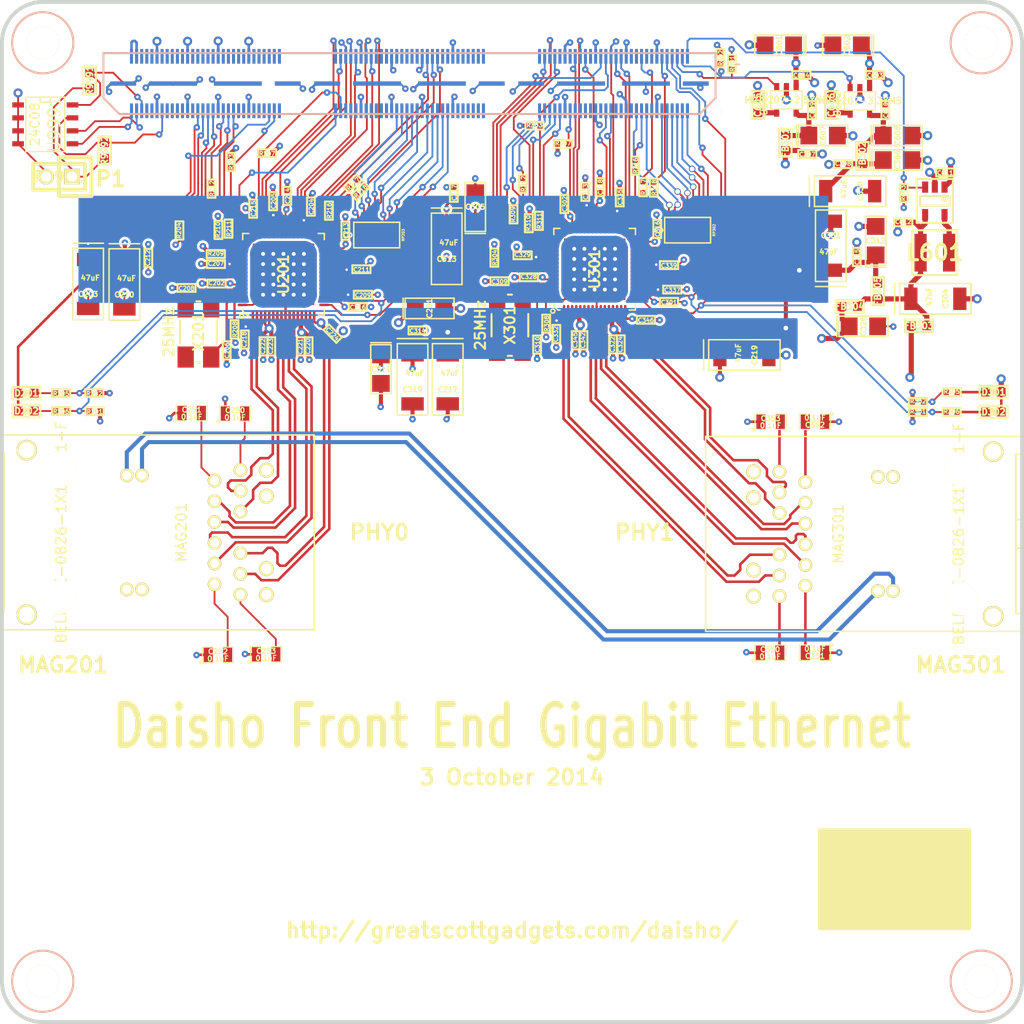
<source format=kicad_pcb>
(kicad_pcb (version 3) (host pcbnew "(2012-nov-02)-stable")
  (title_block (title "Daisho Project RS232 Front-End Board") (rev 1.0) (comment 1 "Copyright © 2013 Benjamin Vernoux") (comment 2 "License: GNU General Public License, version 2"))
  (layers (15 C1F signal hide) (2 C2 signal hide) (1 C3 signal) (0 C4B signal) (18 B.Paste user) (19 F.Paste user) (20 B.SilkS user) (21 F.SilkS user) (22 B.Mask user) (23 F.Mask user) (28 Edge.Cuts user))
  (net 0 "")
  (net 1 "/GigE Phy0/GTX_CLK")
  (net 2 "/GigE Phy0/LED1_D")
  (net 3 "/GigE Phy0/LED2_D")
  (net 4 "/GigE Phy0/TXD0")
  (net 5 "/GigE Phy0/TXD1")
  (net 6 "/GigE Phy0/TXD2")
  (net 7 "/GigE Phy0/TXD3")
  (net 8 "/GigE Phy0/TXD4")
  (net 9 "/GigE Phy0/TXD5")
  (net 10 "/GigE Phy0/TXD6")
  (net 11 "/GigE Phy0/TXD7")
  (net 12 "/GigE Phy1/GTX_CLK")
  (net 13 "/GigE Phy1/LED1_D")
  (net 14 "/GigE Phy1/LED2_D")
  (net 15 "/GigE Phy1/TXD0")
  (net 16 "/GigE Phy1/TXD1")
  (net 17 "/GigE Phy1/TXD2")
  (net 18 "/GigE Phy1/TXD3")
  (net 19 "/GigE Phy1/TXD4")
  (net 20 "/GigE Phy1/TXD5")
  (net 21 "/GigE Phy1/TXD6")
  (net 22 "/GigE Phy1/TXD7")
  (net 23 "/daisho connector/FE_I2C_SCL")
  (net 24 "/daisho connector/FE_I2C_SDA")
  (net 25 "/daisho connector/VALT_FE")
  (net 26 FE_I2C_EEPROM_WP)
  (net 27 FE_I2C_VCC)
  (net 28 GIGE_AVDDH)
  (net 29 GIGE_AVDDL)
  (net 30 GIGE_AVDD_PLL)
  (net 31 GIGE_DVDDH)
  (net 32 GIGE_DVDDL)
  (net 33 GND)
  (net 34 MAG_VC_1)
  (net 35 MAG_VC_2)
  (net 36 MAG_VC_3)
  (net 37 MAG_VC_4)
  (net 38 N-00000104)
  (net 39 N-00000132)
  (net 40 N-00000133)
  (net 41 N-00000134)
  (net 42 N-00000135)
  (net 43 N-00000146)
  (net 44 N-00000147)
  (net 45 N-0000015)
  (net 46 N-00000216)
  (net 47 N-00000245)
  (net 48 N-00000246)
  (net 49 N-00000247)
  (net 50 N-0000042)
  (net 51 N-0000043)
  (net 52 N-0000044)
  (net 53 N-0000047)
  (net 54 N-0000073)
  (net 55 N-0000074)
  (net 56 PHY0_CLK125_NDO)
  (net 57 PHY0_COL)
  (net 58 PHY0_CRS)
  (net 59 PHY0_GM_GTX_CLK)
  (net 60 PHY0_GM_MDC)
  (net 61 PHY0_GM_MIO)
  (net 62 PHY0_GM_RXD0)
  (net 63 PHY0_GM_RXD1)
  (net 64 PHY0_GM_RXD2)
  (net 65 PHY0_GM_RXD3)
  (net 66 PHY0_GM_RXD4)
  (net 67 PHY0_GM_RXD5)
  (net 68 PHY0_GM_RXD6)
  (net 69 PHY0_GM_RXD7)
  (net 70 PHY0_GM_RXDV)
  (net 71 PHY0_GM_RX_CLK)
  (net 72 PHY0_GM_RX_ERR)
  (net 73 PHY0_GM_TXD0)
  (net 74 PHY0_GM_TXD1)
  (net 75 PHY0_GM_TXD2)
  (net 76 PHY0_GM_TXD3)
  (net 77 PHY0_GM_TXD4)
  (net 78 PHY0_GM_TXD5)
  (net 79 PHY0_GM_TXD6)
  (net 80 PHY0_GM_TXD7)
  (net 81 PHY0_GM_TX_EN)
  (net 82 PHY0_GM_TX_ER)
  (net 83 PHY0_HW_RST)
  (net 84 PHY0_INT_N)
  (net 85 PHY0_MDC)
  (net 86 PHY0_MDIO)
  (net 87 PHY0_PHYADDR0)
  (net 88 PHY0_PHYADDR1)
  (net 89 PHY0_TXRXM_A)
  (net 90 PHY0_TXRXM_B)
  (net 91 PHY0_TXRXM_C)
  (net 92 PHY0_TXRXM_D)
  (net 93 PHY0_TXRXP_A)
  (net 94 PHY0_TXRXP_B)
  (net 95 PHY0_TXRXP_C)
  (net 96 PHY0_TXRXP_D)
  (net 97 PHY0_TX_CLK)
  (net 98 PHY0_TX_EN)
  (net 99 PHY0_TX_ER)
  (net 100 PHY1_CLK125_NDO)
  (net 101 PHY1_COL)
  (net 102 PHY1_CRS)
  (net 103 PHY1_GM_GTX_CLK)
  (net 104 PHY1_GM_MDC)
  (net 105 PHY1_GM_MIO)
  (net 106 PHY1_GM_RXD0)
  (net 107 PHY1_GM_RXD1)
  (net 108 PHY1_GM_RXD2)
  (net 109 PHY1_GM_RXD3)
  (net 110 PHY1_GM_RXD4)
  (net 111 PHY1_GM_RXD5)
  (net 112 PHY1_GM_RXD6)
  (net 113 PHY1_GM_RXD7)
  (net 114 PHY1_GM_RXDV)
  (net 115 PHY1_GM_RX_CLK)
  (net 116 PHY1_GM_RX_ERR)
  (net 117 PHY1_GM_TXD0)
  (net 118 PHY1_GM_TXD1)
  (net 119 PHY1_GM_TXD2)
  (net 120 PHY1_GM_TXD3)
  (net 121 PHY1_GM_TXD4)
  (net 122 PHY1_GM_TXD5)
  (net 123 PHY1_GM_TXD6)
  (net 124 PHY1_GM_TXD7)
  (net 125 PHY1_GM_TX_EN)
  (net 126 PHY1_GM_TX_ER)
  (net 127 PHY1_HW_RST)
  (net 128 PHY1_INT_N)
  (net 129 PHY1_MDC)
  (net 130 PHY1_MDIO)
  (net 131 PHY1_PHYADDR0)
  (net 132 PHY1_PHYADDR1)
  (net 133 PHY1_TXRXM_A)
  (net 134 PHY1_TXRXM_B)
  (net 135 PHY1_TXRXM_C)
  (net 136 PHY1_TXRXM_D)
  (net 137 PHY1_TXRXP_A)
  (net 138 PHY1_TXRXP_B)
  (net 139 PHY1_TXRXP_C)
  (net 140 PHY1_TXRXP_D)
  (net 141 PHY1_TX_CLK)
  (net 142 PHY1_TX_EN)
  (net 143 PHY1_TX_ER)
  (net 144 V1P2_EN)
  (net 145 V1P2_REG)
  (net 146 V2P5_EN)
  (net 147 V2P5_REG)
  (net 148 V3P3_EN)
  (net 149 V3P3_REG)
  (net 150 VRAW_SW_5V)
  (module SAMTEC_QSH-090-01-F-D-A (layer C4B) (at 119.95 52)
    (fp_text reference J9991 (at 32.175 -1.875) (layer B.SilkS) (effects (font (size 0.127 0.127) (thickness 0.03175)) (justify mirror)))
    (fp_text value SAMTEC_QSH-090-D (at -1.525 -5.175) (layer B.SilkS) (effects (font (size 0.0004 0.0004) (thickness 0.3048)) (justify mirror)))
    (pad 2 smd rect (at -27.24912 2.66954) (size 0.29972 1.45034) (layers C4B B.Paste B.Mask) (net 24 "/daisho connector/FE_I2C_SDA"))
    (pad 1 smd rect (at -27.24912 -2.66954) (size 0.29972 1.45034) (layers C4B B.Paste B.Mask) (net 25 "/daisho connector/VALT_FE"))
    (pad 4 smd rect (at -26.74874 2.66954) (size 0.29972 1.45034) (layers C4B B.Paste B.Mask) (net 23 "/daisho connector/FE_I2C_SCL"))
    (pad 3 smd rect (at -26.74874 -2.66954) (size 0.29972 1.45034) (layers C4B B.Paste B.Mask) (net 25 "/daisho connector/VALT_FE"))
    (pad 6 smd rect (at -26.2509 2.66954) (size 0.29972 1.45034) (layers C4B B.Paste B.Mask) (net 27 FE_I2C_VCC))
    (pad 5 smd rect (at -26.2509 -2.66954) (size 0.29972 1.45034) (layers C4B B.Paste B.Mask))
    (pad 8 smd rect (at -25.75052 2.66954) (size 0.29972 1.45034) (layers C4B B.Paste B.Mask))
    (pad 7 smd rect (at -25.75052 -2.66954) (size 0.29972 1.45034) (layers C4B B.Paste B.Mask))
    (pad 10 smd rect (at -25.25014 2.66954) (size 0.29972 1.45034) (layers C4B B.Paste B.Mask))
    (pad 9 smd rect (at -25.25014 -2.66954) (size 0.29972 1.45034) (layers C4B B.Paste B.Mask))
    (pad 12 smd rect (at -24.74976 2.66954) (size 0.29972 1.45034) (layers C4B B.Paste B.Mask) (net 31 GIGE_DVDDH))
    (pad 11 smd rect (at -24.74976 -2.66954) (size 0.29972 1.45034) (layers C4B B.Paste B.Mask) (net 150 VRAW_SW_5V))
    (pad 14 smd rect (at -24.24938 2.66954) (size 0.29972 1.45034) (layers C4B B.Paste B.Mask) (net 26 FE_I2C_EEPROM_WP))
    (pad 13 smd rect (at -24.24938 -2.66954) (size 0.29972 1.45034) (layers C4B B.Paste B.Mask))
    (pad 16 smd rect (at -23.749 2.66954) (size 0.29972 1.45034) (layers C4B B.Paste B.Mask))
    (pad 15 smd rect (at -23.749 -2.66954) (size 0.29972 1.45034) (layers C4B B.Paste B.Mask))
    (pad 18 smd rect (at -23.25116 2.66954) (size 0.29972 1.45034) (layers C4B B.Paste B.Mask))
    (pad 17 smd rect (at -23.25116 -2.66954) (size 0.29972 1.45034) (layers C4B B.Paste B.Mask))
    (pad 20 smd rect (at -22.75078 2.66954) (size 0.29972 1.45034) (layers C4B B.Paste B.Mask))
    (pad 19 smd rect (at -22.75078 -2.66954) (size 0.29972 1.45034) (layers C4B B.Paste B.Mask))
    (pad 22 smd rect (at -22.2504 2.66954) (size 0.29972 1.45034) (layers C4B B.Paste B.Mask))
    (pad 21 smd rect (at -22.2504 -2.66954) (size 0.29972 1.45034) (layers C4B B.Paste B.Mask))
    (pad 24 smd rect (at -21.75002 2.66954) (size 0.29972 1.45034) (layers C4B B.Paste B.Mask) (net 31 GIGE_DVDDH))
    (pad 23 smd rect (at -21.75002 -2.66954) (size 0.29972 1.45034) (layers C4B B.Paste B.Mask) (net 150 VRAW_SW_5V))
    (pad 26 smd rect (at -21.24964 2.66954) (size 0.29972 1.45034) (layers C4B B.Paste B.Mask))
    (pad 25 smd rect (at -21.24964 -2.66954) (size 0.29972 1.45034) (layers C4B B.Paste B.Mask))
    (pad 28 smd rect (at -20.74926 2.66954) (size 0.29972 1.45034) (layers C4B B.Paste B.Mask) (net 83 PHY0_HW_RST))
    (pad 27 smd rect (at -20.74926 -2.66954) (size 0.29972 1.45034) (layers C4B B.Paste B.Mask))
    (pad 30 smd rect (at -20.24888 2.66954) (size 0.29972 1.45034) (layers C4B B.Paste B.Mask) (net 56 PHY0_CLK125_NDO))
    (pad 29 smd rect (at -20.24888 -2.66954) (size 0.29972 1.45034) (layers C4B B.Paste B.Mask))
    (pad 32 smd rect (at -19.75104 2.66954) (size 0.29972 1.45034) (layers C4B B.Paste B.Mask) (net 84 PHY0_INT_N))
    (pad 31 smd rect (at -19.75104 -2.66954) (size 0.29972 1.45034) (layers C4B B.Paste B.Mask))
    (pad 34 smd rect (at -19.25066 2.66954) (size 0.29972 1.45034) (layers C4B B.Paste B.Mask) (net 57 PHY0_COL))
    (pad 33 smd rect (at -19.25066 -2.66954) (size 0.29972 1.45034) (layers C4B B.Paste B.Mask))
    (pad 36 smd rect (at -18.75028 2.66954) (size 0.29972 1.45034) (layers C4B B.Paste B.Mask) (net 31 GIGE_DVDDH))
    (pad 35 smd rect (at -18.75028 -2.66954) (size 0.29972 1.45034) (layers C4B B.Paste B.Mask) (net 150 VRAW_SW_5V))
    (pad 38 smd rect (at -18.2499 2.66954) (size 0.29972 1.45034) (layers C4B B.Paste B.Mask) (net 61 PHY0_GM_MIO))
    (pad 37 smd rect (at -18.2499 -2.66954) (size 0.29972 1.45034) (layers C4B B.Paste B.Mask))
    (pad 40 smd rect (at -17.74952 2.66954) (size 0.29972 1.45034) (layers C4B B.Paste B.Mask) (net 60 PHY0_GM_MDC))
    (pad 39 smd rect (at -17.74952 -2.66954) (size 0.29972 1.45034) (layers C4B B.Paste B.Mask))
    (pad 42 smd rect (at -17.24914 2.66954) (size 0.29972 1.45034) (layers C4B B.Paste B.Mask) (net 58 PHY0_CRS))
    (pad 41 smd rect (at -17.24914 -2.66954) (size 0.29972 1.45034) (layers C4B B.Paste B.Mask))
    (pad 44 smd rect (at -16.74876 2.66954) (size 0.29972 1.45034) (layers C4B B.Paste B.Mask))
    (pad 43 smd rect (at -16.74876 -2.66954) (size 0.29972 1.45034) (layers C4B B.Paste B.Mask))
    (pad 46 smd rect (at -16.25092 2.66954) (size 0.29972 1.45034) (layers C4B B.Paste B.Mask))
    (pad 45 smd rect (at -16.25092 -2.66954) (size 0.29972 1.45034) (layers C4B B.Paste B.Mask))
    (pad 48 smd rect (at -15.75054 2.66954) (size 0.29972 1.45034) (layers C4B B.Paste B.Mask) (net 31 GIGE_DVDDH))
    (pad 47 smd rect (at -15.75054 -2.66954) (size 0.29972 1.45034) (layers C4B B.Paste B.Mask) (net 150 VRAW_SW_5V))
    (pad 50 smd rect (at -15.25016 2.66954) (size 0.29972 1.45034) (layers C4B B.Paste B.Mask))
    (pad 49 smd rect (at -15.25016 -2.66954) (size 0.29972 1.45034) (layers C4B B.Paste B.Mask))
    (pad 52 smd rect (at -14.74978 2.66954) (size 0.29972 1.45034) (layers C4B B.Paste B.Mask))
    (pad 51 smd rect (at -14.74978 -2.66954) (size 0.29972 1.45034) (layers C4B B.Paste B.Mask))
    (pad 54 smd rect (at -14.2494 2.66954) (size 0.29972 1.45034) (layers C4B B.Paste B.Mask))
    (pad 53 smd rect (at -14.2494 -2.66954) (size 0.29972 1.45034) (layers C4B B.Paste B.Mask))
    (pad 56 smd rect (at -13.74902 2.66954) (size 0.29972 1.45034) (layers C4B B.Paste B.Mask) (net 97 PHY0_TX_CLK))
    (pad 55 smd rect (at -13.74902 -2.66954) (size 0.29972 1.45034) (layers C4B B.Paste B.Mask))
    (pad 58 smd rect (at -13.25118 2.66954) (size 0.29972 1.45034) (layers C4B B.Paste B.Mask) (net 71 PHY0_GM_RX_CLK))
    (pad 57 smd rect (at -13.25118 -2.66954) (size 0.29972 1.45034) (layers C4B B.Paste B.Mask))
    (pad 60 smd rect (at -12.7508 2.66954) (size 0.29972 1.45034) (layers C4B B.Paste B.Mask))
    (pad 59 smd rect (at -12.7508 -2.66954) (size 0.29972 1.45034) (layers C4B B.Paste B.Mask))
    (pad A0 smd rect (at -28.06446 0) (size 2.54 0.42926) (layers C4B B.Paste B.Mask) (net 33 GND))
    (pad A1 smd rect (at -23.17496 0) (size 4.699 0.42926) (layers C4B B.Paste B.Mask) (net 33 GND))
    (pad A2 smd rect (at -16.82496 0) (size 4.699 0.42926) (layers C4B B.Paste B.Mask) (net 33 GND))
    (pad A3 smd rect (at -11.93546 0) (size 2.54 0.42926) (layers C4B B.Paste B.Mask) (net 33 GND))
    (pad 62 smd rect (at -7.24916 2.66954) (size 0.29972 1.45034) (layers C4B B.Paste B.Mask) (net 72 PHY0_GM_RX_ERR))
    (pad 61 smd rect (at -7.24916 -2.66954) (size 0.29972 1.45034) (layers C4B B.Paste B.Mask) (net 62 PHY0_GM_RXD0))
    (pad 64 smd rect (at -6.74878 2.66954) (size 0.29972 1.45034) (layers C4B B.Paste B.Mask) (net 70 PHY0_GM_RXDV))
    (pad 63 smd rect (at -6.74878 -2.66954) (size 0.29972 1.45034) (layers C4B B.Paste B.Mask) (net 63 PHY0_GM_RXD1))
    (pad 66 smd rect (at -6.25094 2.66954) (size 0.29972 1.45034) (layers C4B B.Paste B.Mask))
    (pad 65 smd rect (at -6.25094 -2.66954) (size 0.29972 1.45034) (layers C4B B.Paste B.Mask) (net 64 PHY0_GM_RXD2))
    (pad 68 smd rect (at -5.75056 2.66954) (size 0.29972 1.45034) (layers C4B B.Paste B.Mask))
    (pad 67 smd rect (at -5.75056 -2.66954) (size 0.29972 1.45034) (layers C4B B.Paste B.Mask) (net 65 PHY0_GM_RXD3))
    (pad 70 smd rect (at -5.25018 2.66954) (size 0.29972 1.45034) (layers C4B B.Paste B.Mask))
    (pad 69 smd rect (at -5.25018 -2.66954) (size 0.29972 1.45034) (layers C4B B.Paste B.Mask) (net 66 PHY0_GM_RXD4))
    (pad 72 smd rect (at -4.7498 2.66954) (size 0.29972 1.45034) (layers C4B B.Paste B.Mask) (net 31 GIGE_DVDDH))
    (pad 71 smd rect (at -4.7498 -2.66954) (size 0.29972 1.45034) (layers C4B B.Paste B.Mask) (net 31 GIGE_DVDDH))
    (pad 74 smd rect (at -4.24942 2.66954) (size 0.29972 1.45034) (layers C4B B.Paste B.Mask))
    (pad 73 smd rect (at -4.24942 -2.66954) (size 0.29972 1.45034) (layers C4B B.Paste B.Mask) (net 67 PHY0_GM_RXD5))
    (pad 76 smd rect (at -3.74904 2.66954) (size 0.29972 1.45034) (layers C4B B.Paste B.Mask))
    (pad 75 smd rect (at -3.74904 -2.66954) (size 0.29972 1.45034) (layers C4B B.Paste B.Mask) (net 68 PHY0_GM_RXD6))
    (pad 78 smd rect (at -3.2512 2.66954) (size 0.29972 1.45034) (layers C4B B.Paste B.Mask))
    (pad 77 smd rect (at -3.2512 -2.66954) (size 0.29972 1.45034) (layers C4B B.Paste B.Mask) (net 69 PHY0_GM_RXD7))
    (pad 80 smd rect (at -2.75082 2.66954) (size 0.29972 1.45034) (layers C4B B.Paste B.Mask))
    (pad 79 smd rect (at -2.75082 -2.66954) (size 0.29972 1.45034) (layers C4B B.Paste B.Mask))
    (pad 82 smd rect (at -2.25044 2.66954) (size 0.29972 1.45034) (layers C4B B.Paste B.Mask))
    (pad 81 smd rect (at -2.25044 -2.66954) (size 0.29972 1.45034) (layers C4B B.Paste B.Mask))
    (pad 84 smd rect (at -1.75006 2.66954) (size 0.29972 1.45034) (layers C4B B.Paste B.Mask) (net 31 GIGE_DVDDH))
    (pad 83 smd rect (at -1.75006 -2.66954) (size 0.29972 1.45034) (layers C4B B.Paste B.Mask) (net 31 GIGE_DVDDH))
    (pad 86 smd rect (at -1.24968 2.66954) (size 0.29972 1.45034) (layers C4B B.Paste B.Mask) (net 80 PHY0_GM_TXD7))
    (pad 85 smd rect (at -1.24968 -2.66954) (size 0.29972 1.45034) (layers C4B B.Paste B.Mask))
    (pad 88 smd rect (at -0.7493 2.66954) (size 0.29972 1.45034) (layers C4B B.Paste B.Mask) (net 79 PHY0_GM_TXD6))
    (pad 87 smd rect (at -0.7493 -2.66954) (size 0.29972 1.45034) (layers C4B B.Paste B.Mask))
    (pad 90 smd rect (at -0.24892 2.66954) (size 0.29972 1.45034) (layers C4B B.Paste B.Mask) (net 78 PHY0_GM_TXD5))
    (pad 89 smd rect (at -0.24892 -2.66954) (size 0.29972 1.45034) (layers C4B B.Paste B.Mask))
    (pad 92 smd rect (at 0.24892 2.66954) (size 0.29972 1.45034) (layers C4B B.Paste B.Mask) (net 77 PHY0_GM_TXD4))
    (pad 91 smd rect (at 0.24892 -2.66954) (size 0.29972 1.45034) (layers C4B B.Paste B.Mask))
    (pad 94 smd rect (at 0.7493 2.66954) (size 0.29972 1.45034) (layers C4B B.Paste B.Mask) (net 76 PHY0_GM_TXD3))
    (pad 93 smd rect (at 0.7493 -2.66954) (size 0.29972 1.45034) (layers C4B B.Paste B.Mask))
    (pad 96 smd rect (at 1.24968 2.66954) (size 0.29972 1.45034) (layers C4B B.Paste B.Mask) (net 31 GIGE_DVDDH))
    (pad 95 smd rect (at 1.24968 -2.66954) (size 0.29972 1.45034) (layers C4B B.Paste B.Mask) (net 31 GIGE_DVDDH))
    (pad 98 smd rect (at 1.75006 2.66954) (size 0.29972 1.45034) (layers C4B B.Paste B.Mask) (net 75 PHY0_GM_TXD2))
    (pad 97 smd rect (at 1.75006 -2.66954) (size 0.29972 1.45034) (layers C4B B.Paste B.Mask) (net 81 PHY0_GM_TX_EN))
    (pad 100 smd rect (at 2.25044 2.66954) (size 0.29972 1.45034) (layers C4B B.Paste B.Mask) (net 74 PHY0_GM_TXD1))
    (pad 99 smd rect (at 2.25044 -2.66954) (size 0.29972 1.45034) (layers C4B B.Paste B.Mask) (net 59 PHY0_GM_GTX_CLK))
    (pad 102 smd rect (at 2.75082 2.66954) (size 0.29972 1.45034) (layers C4B B.Paste B.Mask) (net 73 PHY0_GM_TXD0))
    (pad 101 smd rect (at 2.75082 -2.66954) (size 0.29972 1.45034) (layers C4B B.Paste B.Mask) (net 82 PHY0_GM_TX_ER))
    (pad 104 smd rect (at 3.2512 2.66954) (size 0.29972 1.45034) (layers C4B B.Paste B.Mask) (net 87 PHY0_PHYADDR0))
    (pad 103 smd rect (at 3.2512 -2.66954) (size 0.29972 1.45034) (layers C4B B.Paste B.Mask))
    (pad 106 smd rect (at 3.74904 2.66954) (size 0.29972 1.45034) (layers C4B B.Paste B.Mask) (net 88 PHY0_PHYADDR1))
    (pad 105 smd rect (at 3.74904 -2.66954) (size 0.29972 1.45034) (layers C4B B.Paste B.Mask))
    (pad 108 smd rect (at 4.24942 2.66954) (size 0.29972 1.45034) (layers C4B B.Paste B.Mask) (net 31 GIGE_DVDDH))
    (pad 107 smd rect (at 4.24942 -2.66954) (size 0.29972 1.45034) (layers C4B B.Paste B.Mask) (net 31 GIGE_DVDDH))
    (pad 110 smd rect (at 4.7498 2.66954) (size 0.29972 1.45034) (layers C4B B.Paste B.Mask))
    (pad 109 smd rect (at 4.7498 -2.66954) (size 0.29972 1.45034) (layers C4B B.Paste B.Mask))
    (pad 112 smd rect (at 5.25018 2.66954) (size 0.29972 1.45034) (layers C4B B.Paste B.Mask))
    (pad 111 smd rect (at 5.25018 -2.66954) (size 0.29972 1.45034) (layers C4B B.Paste B.Mask))
    (pad 114 smd rect (at 5.75056 2.66954) (size 0.29972 1.45034) (layers C4B B.Paste B.Mask))
    (pad 113 smd rect (at 5.75056 -2.66954) (size 0.29972 1.45034) (layers C4B B.Paste B.Mask))
    (pad 116 smd rect (at 6.25094 2.66954) (size 0.29972 1.45034) (layers C4B B.Paste B.Mask))
    (pad 115 smd rect (at 6.25094 -2.66954) (size 0.29972 1.45034) (layers C4B B.Paste B.Mask))
    (pad 118 smd rect (at 6.74878 2.66954) (size 0.29972 1.45034) (layers C4B B.Paste B.Mask))
    (pad 117 smd rect (at 6.74878 -2.66954) (size 0.29972 1.45034) (layers C4B B.Paste B.Mask))
    (pad 120 smd rect (at 7.24916 2.66954) (size 0.29972 1.45034) (layers C4B B.Paste B.Mask))
    (pad 119 smd rect (at 7.24916 -2.66954) (size 0.29972 1.45034) (layers C4B B.Paste B.Mask))
    (pad B0 smd rect (at -8.0645 0) (size 2.54 0.42926) (layers C4B B.Paste B.Mask) (net 33 GND))
    (pad B1 smd rect (at -3.175 0) (size 4.699 0.42926) (layers C4B B.Paste B.Mask) (net 33 GND))
    (pad B2 smd rect (at 3.175 0) (size 4.699 0.42926) (layers C4B B.Paste B.Mask) (net 33 GND))
    (pad B3 smd rect (at 8.0645 0) (size 2.54 0.42926) (layers C4B B.Paste B.Mask) (net 33 GND))
    (pad 122 smd rect (at 12.7508 2.66954) (size 0.29972 1.45034) (layers C4B B.Paste B.Mask) (net 128 PHY1_INT_N))
    (pad 121 smd rect (at 12.7508 -2.66954) (size 0.29972 1.45034) (layers C4B B.Paste B.Mask))
    (pad 124 smd rect (at 13.25118 2.66954) (size 0.29972 1.45034) (layers C4B B.Paste B.Mask) (net 101 PHY1_COL))
    (pad 123 smd rect (at 13.25118 -2.66954) (size 0.29972 1.45034) (layers C4B B.Paste B.Mask) (net 127 PHY1_HW_RST))
    (pad 126 smd rect (at 13.74902 2.66954) (size 0.29972 1.45034) (layers C4B B.Paste B.Mask) (net 105 PHY1_GM_MIO))
    (pad 125 smd rect (at 13.74902 -2.66954) (size 0.29972 1.45034) (layers C4B B.Paste B.Mask) (net 100 PHY1_CLK125_NDO))
    (pad 128 smd rect (at 14.2494 2.66954) (size 0.29972 1.45034) (layers C4B B.Paste B.Mask) (net 102 PHY1_CRS))
    (pad 127 smd rect (at 14.2494 -2.66954) (size 0.29972 1.45034) (layers C4B B.Paste B.Mask) (net 104 PHY1_GM_MDC))
    (pad 130 smd rect (at 14.74978 2.66954) (size 0.29972 1.45034) (layers C4B B.Paste B.Mask) (net 116 PHY1_GM_RX_ERR))
    (pad 129 smd rect (at 14.74978 -2.66954) (size 0.29972 1.45034) (layers C4B B.Paste B.Mask))
    (pad 132 smd rect (at 15.25016 2.66954) (size 0.29972 1.45034) (layers C4B B.Paste B.Mask) (net 31 GIGE_DVDDH))
    (pad 131 smd rect (at 15.25016 -2.66954) (size 0.29972 1.45034) (layers C4B B.Paste B.Mask) (net 31 GIGE_DVDDH))
    (pad 134 smd rect (at 15.75054 2.66954) (size 0.29972 1.45034) (layers C4B B.Paste B.Mask) (net 114 PHY1_GM_RXDV))
    (pad 133 smd rect (at 15.75054 -2.66954) (size 0.29972 1.45034) (layers C4B B.Paste B.Mask))
    (pad 136 smd rect (at 16.25092 2.66954) (size 0.29972 1.45034) (layers C4B B.Paste B.Mask))
    (pad 135 smd rect (at 16.25092 -2.66954) (size 0.29972 1.45034) (layers C4B B.Paste B.Mask) (net 106 PHY1_GM_RXD0))
    (pad 138 smd rect (at 16.74876 2.66954) (size 0.29972 1.45034) (layers C4B B.Paste B.Mask))
    (pad 137 smd rect (at 16.74876 -2.66954) (size 0.29972 1.45034) (layers C4B B.Paste B.Mask) (net 107 PHY1_GM_RXD1))
    (pad 140 smd rect (at 17.24914 2.66954) (size 0.29972 1.45034) (layers C4B B.Paste B.Mask))
    (pad 139 smd rect (at 17.24914 -2.66954) (size 0.29972 1.45034) (layers C4B B.Paste B.Mask) (net 108 PHY1_GM_RXD2))
    (pad 142 smd rect (at 17.74952 2.66954) (size 0.29972 1.45034) (layers C4B B.Paste B.Mask))
    (pad 141 smd rect (at 17.74952 -2.66954) (size 0.29972 1.45034) (layers C4B B.Paste B.Mask))
    (pad 144 smd rect (at 18.2499 2.66954) (size 0.29972 1.45034) (layers C4B B.Paste B.Mask) (net 31 GIGE_DVDDH))
    (pad 143 smd rect (at 18.2499 -2.66954) (size 0.29972 1.45034) (layers C4B B.Paste B.Mask) (net 31 GIGE_DVDDH))
    (pad 146 smd rect (at 18.75028 2.66954) (size 0.29972 1.45034) (layers C4B B.Paste B.Mask))
    (pad 145 smd rect (at 18.75028 -2.66954) (size 0.29972 1.45034) (layers C4B B.Paste B.Mask) (net 141 PHY1_TX_CLK))
    (pad 148 smd rect (at 19.25066 2.66954) (size 0.29972 1.45034) (layers C4B B.Paste B.Mask) (net 109 PHY1_GM_RXD3))
    (pad 147 smd rect (at 19.25066 -2.66954) (size 0.29972 1.45034) (layers C4B B.Paste B.Mask) (net 115 PHY1_GM_RX_CLK))
    (pad 150 smd rect (at 19.75104 2.66954) (size 0.29972 1.45034) (layers C4B B.Paste B.Mask) (net 110 PHY1_GM_RXD4))
    (pad 149 smd rect (at 19.75104 -2.66954) (size 0.29972 1.45034) (layers C4B B.Paste B.Mask) (net 111 PHY1_GM_RXD5))
    (pad 152 smd rect (at 20.24888 2.66954) (size 0.29972 1.45034) (layers C4B B.Paste B.Mask))
    (pad 151 smd rect (at 20.24888 -2.66954) (size 0.29972 1.45034) (layers C4B B.Paste B.Mask) (net 112 PHY1_GM_RXD6))
    (pad 154 smd rect (at 20.74926 2.66954) (size 0.29972 1.45034) (layers C4B B.Paste B.Mask))
    (pad 153 smd rect (at 20.74926 -2.66954) (size 0.29972 1.45034) (layers C4B B.Paste B.Mask) (net 113 PHY1_GM_RXD7))
    (pad 156 smd rect (at 21.24964 2.66954) (size 0.29972 1.45034) (layers C4B B.Paste B.Mask) (net 31 GIGE_DVDDH))
    (pad 155 smd rect (at 21.24964 -2.66954) (size 0.29972 1.45034) (layers C4B B.Paste B.Mask) (net 31 GIGE_DVDDH))
    (pad 158 smd rect (at 21.75002 2.66954) (size 0.29972 1.45034) (layers C4B B.Paste B.Mask))
    (pad 157 smd rect (at 21.75002 -2.66954) (size 0.29972 1.45034) (layers C4B B.Paste B.Mask))
    (pad 160 smd rect (at 22.2504 2.66954) (size 0.29972 1.45034) (layers C4B B.Paste B.Mask) (net 124 PHY1_GM_TXD7))
    (pad 159 smd rect (at 22.2504 -2.66954) (size 0.29972 1.45034) (layers C4B B.Paste B.Mask))
    (pad 162 smd rect (at 22.75078 2.66954) (size 0.29972 1.45034) (layers C4B B.Paste B.Mask) (net 125 PHY1_GM_TX_EN))
    (pad 161 smd rect (at 22.75078 -2.66954) (size 0.29972 1.45034) (layers C4B B.Paste B.Mask) (net 103 PHY1_GM_GTX_CLK))
    (pad 164 smd rect (at 23.25116 2.66954) (size 0.29972 1.45034) (layers C4B B.Paste B.Mask) (net 123 PHY1_GM_TXD6))
    (pad 163 smd rect (at 23.25116 -2.66954) (size 0.29972 1.45034) (layers C4B B.Paste B.Mask))
    (pad 166 smd rect (at 23.749 2.66954) (size 0.29972 1.45034) (layers C4B B.Paste B.Mask))
    (pad 165 smd rect (at 23.749 -2.66954) (size 0.29972 1.45034) (layers C4B B.Paste B.Mask))
    (pad 168 smd rect (at 24.24938 2.66954) (size 0.29972 1.45034) (layers C4B B.Paste B.Mask) (net 31 GIGE_DVDDH))
    (pad 167 smd rect (at 24.24938 -2.66954) (size 0.29972 1.45034) (layers C4B B.Paste B.Mask) (net 31 GIGE_DVDDH))
    (pad 170 smd rect (at 24.74976 2.66954) (size 0.29972 1.45034) (layers C4B B.Paste B.Mask) (net 122 PHY1_GM_TXD5))
    (pad 169 smd rect (at 24.74976 -2.66954) (size 0.29972 1.45034) (layers C4B B.Paste B.Mask) (net 126 PHY1_GM_TX_ER))
    (pad 172 smd rect (at 25.25014 2.66954) (size 0.29972 1.45034) (layers C4B B.Paste B.Mask) (net 121 PHY1_GM_TXD4))
    (pad 171 smd rect (at 25.25014 -2.66954) (size 0.29972 1.45034) (layers C4B B.Paste B.Mask) (net 131 PHY1_PHYADDR0))
    (pad 174 smd rect (at 25.75052 2.66954) (size 0.29972 1.45034) (layers C4B B.Paste B.Mask) (net 120 PHY1_GM_TXD3))
    (pad 173 smd rect (at 25.75052 -2.66954) (size 0.29972 1.45034) (layers C4B B.Paste B.Mask) (net 132 PHY1_PHYADDR1))
    (pad 176 smd rect (at 26.2509 2.66954) (size 0.29972 1.45034) (layers C4B B.Paste B.Mask) (net 119 PHY1_GM_TXD2))
    (pad 175 smd rect (at 26.2509 -2.66954) (size 0.29972 1.45034) (layers C4B B.Paste B.Mask) (net 146 V2P5_EN))
    (pad 178 smd rect (at 26.74874 2.66954) (size 0.29972 1.45034) (layers C4B B.Paste B.Mask) (net 118 PHY1_GM_TXD1))
    (pad 177 smd rect (at 26.74874 -2.66954) (size 0.29972 1.45034) (layers C4B B.Paste B.Mask) (net 148 V3P3_EN))
    (pad 180 smd rect (at 27.24912 2.66954) (size 0.29972 1.45034) (layers C4B B.Paste B.Mask) (net 117 PHY1_GM_TXD0))
    (pad 179 smd rect (at 27.24912 -2.66954) (size 0.29972 1.45034) (layers C4B B.Paste B.Mask) (net 144 V1P2_EN))
    (pad C0 smd rect (at 11.93546 0) (size 2.54 0.42926) (layers C4B B.Paste B.Mask) (net 33 GND))
    (pad C1 smd rect (at 16.82496 0) (size 4.699 0.42926) (layers C4B B.Paste B.Mask) (net 33 GND))
    (pad C2 smd rect (at 23.17496 0) (size 4.699 0.42926) (layers C4B B.Paste B.Mask) (net 33 GND))
    (pad C3 smd rect (at 28.06446 0) (size 2.54 0.42926) (layers C4B B.Paste B.Mask) (net 33 GND))
    (pad "" np_thru_hole circle (at -30.05074 2.66954) (size 1.02108 1.02108) (drill 1.02108) (layers *.Cu *.Mask B.SilkS))
    (pad "" np_thru_hole circle (at 30.05074 2.66954) (size 1.02108 1.02108) (drill 1.02108) (layers *.Cu *.Mask B.SilkS))
  )
  (module GSG-HOLE126MIL (layer C1F) (at 84.0003 48.0009)
    (fp_text reference H1 hide)
    (fp_text value HOLE hide)
    (pad "" np_thru_hole circle (at 0 0) (size 3.2004 3.2004) (drill 3.2004) (layers *.Cu *.SilkS *.Mask))
  )
  (module GSG-HOLE126MIL (layer C1F) (at 175.999 48.0009)
    (fp_text reference H2 hide)
    (fp_text value HOLE hide)
    (pad "" np_thru_hole circle (at 0 0) (size 3.2004 3.2004) (drill 3.2004) (layers *.Cu *.SilkS *.Mask))
  )
  (module GSG-HOLE126MIL (layer C1F) (at 84.0003 140)
    (fp_text reference H3 hide)
    (fp_text value HOLE hide)
    (pad "" np_thru_hole circle (at 0 0) (size 3.2004 3.2004) (drill 3.2004) (layers *.Cu *.SilkS *.Mask))
  )
  (module GSG-HOLE126MIL (layer C1F) (at 175.999 140)
    (fp_text reference H4 hide)
    (fp_text value HOLE hide)
    (pad "" np_thru_hole circle (at 0 0) (size 3.2004 3.2004) (drill 3.2004) (layers *.Cu *.SilkS *.Mask))
  )
  (module GSG-0603 (layer C1F) (at 88.6 51.7 270)
    (fp_text reference R9991 (at 0 0 270) (layer F.SilkS) (effects (font (size 0.6096 0.6096) (thickness 0.1524))))
    (fp_text value 10k hide)
    (pad 2 smd rect (at 0.762 0 270) (size 0.8636 0.8636) (layers C1F F.Paste F.Mask) (net 46 N-00000216) (clearance 0.1778))
    (pad 1 smd rect (at -0.762 0 270) (size 0.8636 0.8636) (layers C1F F.Paste F.Mask) (net 27 FE_I2C_VCC) (clearance 0.1778))
  )
  (module GSG-0603 (layer C1F) (at 90.06 58.56 270)
    (fp_text reference R9992 (at 0 0 270) (layer F.SilkS) (effects (font (size 0.6096 0.6096) (thickness 0.1524))))
    (fp_text value 10k hide)
    (pad 2 smd rect (at 0.762 0 270) (size 0.8636 0.8636) (layers C1F F.Paste F.Mask) (net 46 N-00000216) (clearance 0.1778))
    (pad 1 smd rect (at -0.762 0 270) (size 0.8636 0.8636) (layers C1F F.Paste F.Mask) (net 26 FE_I2C_EEPROM_WP) (clearance 0.1778))
  )
  (module SO8E (layer C1F) (at 84.25 56 270)
    (fp_text reference U9991 (at 0 -0.889 270) (layer F.SilkS) (effects (font (size 1.143 1.143) (thickness 0.1524))))
    (fp_text value 24C08 (at 0 1.016 270) (layer F.SilkS) (effects (font (size 0.889 0.889) (thickness 0.1524))))
    (pad 8 smd rect (at -1.905 -2.667 270) (size 0.508 1.143) (layers C1F F.Paste F.Mask) (net 27 FE_I2C_VCC))
    (pad 1 smd rect (at -1.905 2.667 270) (size 0.508 1.143) (layers C1F F.Paste F.Mask) (net 33 GND))
    (pad 7 smd rect (at -0.635 -2.667 270) (size 0.508 1.143) (layers C1F F.Paste F.Mask) (net 26 FE_I2C_EEPROM_WP))
    (pad 6 smd rect (at 0.635 -2.667 270) (size 0.508 1.143) (layers C1F F.Paste F.Mask) (net 23 "/daisho connector/FE_I2C_SCL"))
    (pad 5 smd rect (at 1.905 -2.667 270) (size 0.508 1.143) (layers C1F F.Paste F.Mask) (net 24 "/daisho connector/FE_I2C_SDA"))
    (pad 2 smd rect (at -0.635 2.667 270) (size 0.508 1.143) (layers C1F F.Paste F.Mask) (net 33 GND))
    (pad 3 smd rect (at 0.635 2.667 270) (size 0.508 1.143) (layers C1F F.Paste F.Mask) (net 33 GND))
    (pad 4 smd rect (at 1.905 2.667 270) (size 0.508 1.143) (layers C1F F.Paste F.Mask) (net 33 GND))
  )
  (module GSG-HEADER-1x2 (layer C1F) (at 85.6 61.13 180)
    (fp_text reference P9991 (at 0 0 180) (layer F.SilkS) (effects (font (size 1.016 1.016) (thickness 0.2032))))
    (fp_text value CONN_2 hide)
    (pad 1 thru_hole rect (at -1.27 0 180) (size 1.524 1.524) (drill 1.016) (layers *.Cu *.Mask F.SilkS) (net 46 N-00000216))
    (pad 2 thru_hole circle (at 1.27 0 180) (size 1.524 1.524) (drill 1.016) (layers *.Cu *.Mask F.SilkS) (net 33 GND))
  )
  (module SM0805 (layer C1F) (at 101.175 108)
    (fp_text reference C252 (at 0 -0.3175) (layer F.SilkS) (effects (font (size 0.50038 0.50038) (thickness 0.10922))))
    (fp_text value 0.1uF (at 0 0.381) (layer F.SilkS) (effects (font (size 0.50038 0.50038) (thickness 0.10922))))
    (pad 1 smd rect (at -0.9525 0) (size 0.889 1.397) (layers C1F F.Paste F.Mask) (net 33 GND))
    (pad 2 smd rect (at 0.9525 0) (size 0.889 1.397) (layers C1F F.Paste F.Mask) (net 51 N-0000043))
  )
  (module SM0805 (layer C1F) (at 98.6 84.3)
    (fp_text reference C251 (at 0 -0.3175) (layer F.SilkS) (effects (font (size 0.50038 0.50038) (thickness 0.10922))))
    (fp_text value 0.1uF (at 0 0.381) (layer F.SilkS) (effects (font (size 0.50038 0.50038) (thickness 0.10922))))
    (pad 1 smd rect (at -0.9525 0) (size 0.889 1.397) (layers C1F F.Paste F.Mask) (net 33 GND))
    (pad 2 smd rect (at 0.9525 0) (size 0.889 1.397) (layers C1F F.Paste F.Mask) (net 50 N-0000042))
  )
  (module SM0805 (layer C1F) (at 102.85 84.35)
    (fp_text reference C250 (at 0 -0.3175) (layer F.SilkS) (effects (font (size 0.50038 0.50038) (thickness 0.10922))))
    (fp_text value 0.1uF (at 0 0.381) (layer F.SilkS) (effects (font (size 0.50038 0.50038) (thickness 0.10922))))
    (pad 1 smd rect (at -0.9525 0) (size 0.889 1.397) (layers C1F F.Paste F.Mask) (net 33 GND))
    (pad 2 smd rect (at 0.9525 0) (size 0.889 1.397) (layers C1F F.Paste F.Mask) (net 53 N-0000047))
  )
  (module SM0805 (layer C1F) (at 105.9 107.95)
    (fp_text reference C253 (at 0 -0.3175) (layer F.SilkS) (effects (font (size 0.50038 0.50038) (thickness 0.10922))))
    (fp_text value 0.1uF (at 0 0.381) (layer F.SilkS) (effects (font (size 0.50038 0.50038) (thickness 0.10922))))
    (pad 1 smd rect (at -0.9525 0) (size 0.889 1.397) (layers C1F F.Paste F.Mask) (net 33 GND))
    (pad 2 smd rect (at 0.9525 0) (size 0.889 1.397) (layers C1F F.Paste F.Mask) (net 52 N-0000044))
  )
  (module SM0805 (layer C1F) (at 155.3 107.8)
    (fp_text reference C350 (at 0 -0.3175) (layer F.SilkS) (effects (font (size 0.50038 0.50038) (thickness 0.10922))))
    (fp_text value 0.1uF (at 0 0.381) (layer F.SilkS) (effects (font (size 0.50038 0.50038) (thickness 0.10922))))
    (pad 1 smd rect (at -0.9525 0) (size 0.889 1.397) (layers C1F F.Paste F.Mask) (net 33 GND))
    (pad 2 smd rect (at 0.9525 0) (size 0.889 1.397) (layers C1F F.Paste F.Mask) (net 39 N-00000132))
  )
  (module SM0805 (layer C1F) (at 159.7 107.8 180)
    (fp_text reference C351 (at 0 -0.3175 180) (layer F.SilkS) (effects (font (size 0.50038 0.50038) (thickness 0.10922))))
    (fp_text value 0.1uF (at 0 0.381 180) (layer F.SilkS) (effects (font (size 0.50038 0.50038) (thickness 0.10922))))
    (pad 1 smd rect (at -0.9525 0 180) (size 0.889 1.397) (layers C1F F.Paste F.Mask) (net 33 GND))
    (pad 2 smd rect (at 0.9525 0 180) (size 0.889 1.397) (layers C1F F.Paste F.Mask) (net 40 N-00000133))
  )
  (module SM0805 (layer C1F) (at 159.7 85.15 180)
    (fp_text reference C352 (at 0 -0.3175 180) (layer F.SilkS) (effects (font (size 0.50038 0.50038) (thickness 0.10922))))
    (fp_text value 0.1uF (at 0 0.381 180) (layer F.SilkS) (effects (font (size 0.50038 0.50038) (thickness 0.10922))))
    (pad 1 smd rect (at -0.9525 0 180) (size 0.889 1.397) (layers C1F F.Paste F.Mask) (net 33 GND))
    (pad 2 smd rect (at 0.9525 0 180) (size 0.889 1.397) (layers C1F F.Paste F.Mask) (net 41 N-00000134))
  )
  (module SM0805 (layer C1F) (at 155.35 85.15)
    (fp_text reference C353 (at 0 -0.3175) (layer F.SilkS) (effects (font (size 0.50038 0.50038) (thickness 0.10922))))
    (fp_text value 0.1uF (at 0 0.381) (layer F.SilkS) (effects (font (size 0.50038 0.50038) (thickness 0.10922))))
    (pad 1 smd rect (at -0.9525 0) (size 0.889 1.397) (layers C1F F.Paste F.Mask) (net 33 GND))
    (pad 2 smd rect (at 0.9525 0) (size 0.889 1.397) (layers C1F F.Paste F.Mask) (net 42 N-00000135))
  )
  (module GSG-0603D (layer C1F) (at 177.2 82.25 180)
    (fp_text reference D301 (at 0 0 180) (layer F.SilkS) (effects (font (size 0.6096 0.6096) (thickness 0.1524))))
    (fp_text value PHY1_ACT_YEL hide)
    (pad 2 smd rect (at 0.762 0 180) (size 0.8636 0.8636) (layers C1F F.Paste F.Mask) (net 14 "/GigE Phy1/LED2_D") (clearance 0.1778))
    (pad 1 smd rect (at -0.762 0 180) (size 0.8636 0.8636) (layers C1F F.Paste F.Mask) (net 31 GIGE_DVDDH) (clearance 0.1778))
  )
  (module GSG-0603D (layer C1F) (at 177.2 84.2 180)
    (fp_text reference D302 (at 0 0 180) (layer F.SilkS) (effects (font (size 0.6096 0.6096) (thickness 0.1524))))
    (fp_text value PHY1_LNK_GREEN hide)
    (pad 2 smd rect (at 0.762 0 180) (size 0.8636 0.8636) (layers C1F F.Paste F.Mask) (net 13 "/GigE Phy1/LED1_D") (clearance 0.1778))
    (pad 1 smd rect (at -0.762 0 180) (size 0.8636 0.8636) (layers C1F F.Paste F.Mask) (net 31 GIGE_DVDDH) (clearance 0.1778))
  )
  (module GSG-0603D (layer C1F) (at 82.4 82.35)
    (fp_text reference D201 (at 0 0) (layer F.SilkS) (effects (font (size 0.6096 0.6096) (thickness 0.1524))))
    (fp_text value PHY0_ACT hide)
    (pad 2 smd rect (at 0.762 0) (size 0.8636 0.8636) (layers C1F F.Paste F.Mask) (net 3 "/GigE Phy0/LED2_D") (clearance 0.1778))
    (pad 1 smd rect (at -0.762 0) (size 0.8636 0.8636) (layers C1F F.Paste F.Mask) (net 31 GIGE_DVDDH) (clearance 0.1778))
  )
  (module GSG-0603D (layer C1F) (at 82.4 84.1)
    (fp_text reference D202 (at 0 0) (layer F.SilkS) (effects (font (size 0.6096 0.6096) (thickness 0.1524))))
    (fp_text value PHY0_LNK hide)
    (pad 2 smd rect (at 0.762 0) (size 0.8636 0.8636) (layers C1F F.Paste F.Mask) (net 2 "/GigE Phy0/LED1_D") (clearance 0.1778))
    (pad 1 smd rect (at -0.762 0) (size 0.8636 0.8636) (layers C1F F.Paste F.Mask) (net 31 GIGE_DVDDH) (clearance 0.1778))
  )
  (module GSG-0603 (layer C1F) (at 156.8 57.8 270)
    (fp_text reference FB301 (at 0 0 270) (layer F.SilkS) (effects (font (size 0.6096 0.6096) (thickness 0.1524))))
    (fp_text value FBEAD hide)
    (pad 2 smd rect (at 0.762 0 270) (size 0.8636 0.8636) (layers C1F F.Paste F.Mask) (net 31 GIGE_DVDDH) (clearance 0.1778))
    (pad 1 smd rect (at -0.762 0 270) (size 0.8636 0.8636) (layers C1F F.Paste F.Mask) (net 147 V2P5_REG) (clearance 0.1778))
  )
  (module GSG-0603 (layer C1F) (at 164.35 59.1 270)
    (fp_text reference FB302 (at 0 0 270) (layer F.SilkS) (effects (font (size 0.6096 0.6096) (thickness 0.1524))))
    (fp_text value FBEAD hide)
    (pad 2 smd rect (at 0.762 0 270) (size 0.8636 0.8636) (layers C1F F.Paste F.Mask) (net 28 GIGE_AVDDH) (clearance 0.1778))
    (pad 1 smd rect (at -0.762 0 270) (size 0.8636 0.8636) (layers C1F F.Paste F.Mask) (net 149 V3P3_REG) (clearance 0.1778))
  )
  (module GSG-0603 (layer C1F) (at 165.85 72.35 90)
    (fp_text reference FB305 (at 0 0 90) (layer F.SilkS) (effects (font (size 0.6096 0.6096) (thickness 0.1524))))
    (fp_text value FBEAD hide)
    (pad 2 smd rect (at 0.762 0 90) (size 0.8636 0.8636) (layers C1F F.Paste F.Mask) (net 32 GIGE_DVDDL) (clearance 0.1778))
    (pad 1 smd rect (at -0.762 0 90) (size 0.8636 0.8636) (layers C1F F.Paste F.Mask) (net 145 V1P2_REG) (clearance 0.1778))
  )
  (module GSG-0603 (layer C1F) (at 169.9 75.75 180)
    (fp_text reference FB303 (at 0 0 180) (layer F.SilkS) (effects (font (size 0.6096 0.6096) (thickness 0.1524))))
    (fp_text value FBEAD hide)
    (pad 2 smd rect (at 0.762 0 180) (size 0.8636 0.8636) (layers C1F F.Paste F.Mask) (net 29 GIGE_AVDDL) (clearance 0.1778))
    (pad 1 smd rect (at -0.762 0 180) (size 0.8636 0.8636) (layers C1F F.Paste F.Mask) (net 145 V1P2_REG) (clearance 0.1778))
  )
  (module GSG-0603 (layer C1F) (at 163.1 73.85 180)
    (fp_text reference FB304 (at 0 0 180) (layer F.SilkS) (effects (font (size 0.6096 0.6096) (thickness 0.1524))))
    (fp_text value FBEAD hide)
    (pad 2 smd rect (at 0.762 0 180) (size 0.8636 0.8636) (layers C1F F.Paste F.Mask) (net 30 GIGE_AVDD_PLL) (clearance 0.1778))
    (pad 1 smd rect (at -0.762 0 180) (size 0.8636 0.8636) (layers C1F F.Paste F.Mask) (net 145 V1P2_REG) (clearance 0.1778))
  )
  (module gsg-sm1206p (layer C1F) (at 167.8 59.5)
    (fp_text reference C306 (at 0 0 90) (layer F.SilkS) (effects (font (size 0.5 0.5) (thickness 0.125))))
    (fp_text value 10uF hide)
    (pad 1 smd rect (at -1.4 0) (size 1.651 1.7272) (layers C1F F.Paste F.Mask) (net 28 GIGE_AVDDH))
    (pad 2 smd rect (at 1.394 0) (size 1.651 1.7272) (layers C1F F.Paste F.Mask) (net 33 GND))
  )
  (module gsg-sm1206p (layer C1F) (at 126.4 64.1 90)
    (fp_text reference C305 (at 0 0 180) (layer F.SilkS) (effects (font (size 0.5 0.5) (thickness 0.125))))
    (fp_text value 10uF hide)
    (pad 1 smd rect (at -1.4 0 90) (size 1.651 1.7272) (layers C1F F.Paste F.Mask) (net 31 GIGE_DVDDH))
    (pad 2 smd rect (at 1.394 0 90) (size 1.651 1.7272) (layers C1F F.Paste F.Mask) (net 33 GND))
  )
  (module gsg-sm1206p (layer C1F) (at 164.45 75.8)
    (fp_text reference C326 (at 0 0 90) (layer F.SilkS) (effects (font (size 0.5 0.5) (thickness 0.125))))
    (fp_text value 10uF hide)
    (pad 1 smd rect (at -1.4 0) (size 1.651 1.7272) (layers C1F F.Paste F.Mask) (net 30 GIGE_AVDD_PLL))
    (pad 2 smd rect (at 1.394 0) (size 1.651 1.7272) (layers C1F F.Paste F.Mask) (net 33 GND))
  )
  (module gsg-sm1206p (layer C1F) (at 117.15 80 270)
    (fp_text reference C311 (at 0 0 360) (layer F.SilkS) (effects (font (size 0.5 0.5) (thickness 0.125))))
    (fp_text value 10uF hide)
    (pad 1 smd rect (at -1.4 0 270) (size 1.651 1.7272) (layers C1F F.Paste F.Mask) (net 29 GIGE_AVDDL))
    (pad 2 smd rect (at 1.394 0 270) (size 1.651 1.7272) (layers C1F F.Paste F.Mask) (net 33 GND))
  )
  (module gsg-sm1206p (layer C1F) (at 165.65 67.4 90)
    (fp_text reference C312 (at 0 0 180) (layer F.SilkS) (effects (font (size 0.5 0.5) (thickness 0.125))))
    (fp_text value 10uF hide)
    (pad 1 smd rect (at -1.4 0 90) (size 1.651 1.7272) (layers C1F F.Paste F.Mask) (net 32 GIGE_DVDDL))
    (pad 2 smd rect (at 1.394 0 90) (size 1.651 1.7272) (layers C1F F.Paste F.Mask) (net 33 GND))
  )
  (module gsg-2312 (layer C1F) (at 163.15 62.55)
    (fp_text reference C330 (at 1 0 90) (layer F.SilkS) (effects (font (size 0.5 0.5) (thickness 0.125))))
    (fp_text value 47uF (at -0.6 -0.2 90) (layer F.SilkS) (effects (font (size 0.5 0.5) (thickness 0.125))))
    (pad 1 smd rect (at -2.4 0) (size 1.3 2.2) (layers C1F F.Paste F.Mask) (net 28 GIGE_AVDDH))
    (pad 2 smd rect (at 2.4 0) (size 1.3 2.2) (layers C1F F.Paste F.Mask) (net 33 GND))
  )
  (module gsg-2312 (layer C1F) (at 123.6 68.2 270)
    (fp_text reference C313 (at 1 0 360) (layer F.SilkS) (effects (font (size 0.5 0.5) (thickness 0.125))))
    (fp_text value 47uF (at -0.6 -0.2 360) (layer F.SilkS) (effects (font (size 0.5 0.5) (thickness 0.125))))
    (pad 1 smd rect (at -2.4 0 270) (size 1.3 2.2) (layers C1F F.Paste F.Mask) (net 31 GIGE_DVDDH))
    (pad 2 smd rect (at 2.4 0 270) (size 1.3 2.2) (layers C1F F.Paste F.Mask) (net 33 GND))
  )
  (module gsg-2312 (layer C1F) (at 161.25 67.9 90)
    (fp_text reference C331 (at 1 0 180) (layer F.SilkS) (effects (font (size 0.5 0.5) (thickness 0.125))))
    (fp_text value 47uF (at -0.6 -0.2 180) (layer F.SilkS) (effects (font (size 0.5 0.5) (thickness 0.125))))
    (pad 1 smd rect (at -2.4 0 90) (size 1.3 2.2) (layers C1F F.Paste F.Mask) (net 32 GIGE_DVDDL))
    (pad 2 smd rect (at 2.4 0 90) (size 1.3 2.2) (layers C1F F.Paste F.Mask) (net 33 GND))
  )
  (module gsg-2312 (layer C1F) (at 120.25 81 270)
    (fp_text reference C319 (at 1 0 360) (layer F.SilkS) (effects (font (size 0.5 0.5) (thickness 0.125))))
    (fp_text value 47uF (at -0.6 -0.2 360) (layer F.SilkS) (effects (font (size 0.5 0.5) (thickness 0.125))))
    (pad 1 smd rect (at -2.4 0 270) (size 1.3 2.2) (layers C1F F.Paste F.Mask) (net 29 GIGE_AVDDL))
    (pad 2 smd rect (at 2.4 0 270) (size 1.3 2.2) (layers C1F F.Paste F.Mask) (net 33 GND))
  )
  (module gsg-2312 (layer C1F) (at 171.5 73.1)
    (fp_text reference C304 (at 1 0 90) (layer F.SilkS) (effects (font (size 0.5 0.5) (thickness 0.125))))
    (fp_text value 47uF (at -0.6 -0.2 90) (layer F.SilkS) (effects (font (size 0.5 0.5) (thickness 0.125))))
    (pad 1 smd rect (at -2.4 0) (size 1.3 2.2) (layers C1F F.Paste F.Mask) (net 145 V1P2_REG))
    (pad 2 smd rect (at 2.4 0) (size 1.3 2.2) (layers C1F F.Paste F.Mask) (net 33 GND))
  )
  (module GSG-0402 (layer C1F) (at 140.5636 63.1444 90)
    (fp_text reference C335 (at 0 0.0508 90) (layer F.SilkS) (effects (font (size 0.4064 0.4064) (thickness 0.1016))))
    (fp_text value 10nF hide)
    (pad 2 smd rect (at 0.5334 0 90) (size 0.508 0.5588) (layers C1F F.Paste F.Mask) (net 33 GND))
    (pad 1 smd rect (at -0.5334 0 90) (size 0.508 0.5588) (layers C1F F.Paste F.Mask) (net 32 GIGE_DVDDL))
  )
  (module GSG-0402 (layer C1F) (at 162.45 59.9 180)
    (fp_text reference C308 (at 0 0.0508 180) (layer F.SilkS) (effects (font (size 0.4064 0.4064) (thickness 0.1016))))
    (fp_text value 0.1uF hide)
    (pad 2 smd rect (at 0.5334 0 180) (size 0.508 0.5588) (layers C1F F.Paste F.Mask) (net 33 GND))
    (pad 1 smd rect (at -0.5334 0 180) (size 0.508 0.5588) (layers C1F F.Paste F.Mask) (net 28 GIGE_AVDDH))
  )
  (module GSG-0402 (layer C1F) (at 158.95 58.9)
    (fp_text reference C307 (at 0 0.0508) (layer F.SilkS) (effects (font (size 0.4064 0.4064) (thickness 0.1016))))
    (fp_text value 0.1uF hide)
    (pad 2 smd rect (at 0.5334 0) (size 0.508 0.5588) (layers C1F F.Paste F.Mask) (net 33 GND))
    (pad 1 smd rect (at -0.5334 0) (size 0.508 0.5588) (layers C1F F.Paste F.Mask) (net 31 GIGE_DVDDH))
  )
  (module GSG-0402 (layer C1F) (at 145.388 69.8)
    (fp_text reference C339 (at 0 0.0508) (layer F.SilkS) (effects (font (size 0.4064 0.4064) (thickness 0.1016))))
    (fp_text value 10nF hide)
    (pad 2 smd rect (at 0.5334 0) (size 0.508 0.5588) (layers C1F F.Paste F.Mask) (net 33 GND))
    (pad 1 smd rect (at -0.5334 0) (size 0.508 0.5588) (layers C1F F.Paste F.Mask) (net 32 GIGE_DVDDL))
  )
  (module GSG-0402 (layer C1F) (at 145.713 72.2)
    (fp_text reference C337 (at 0 0.0508) (layer F.SilkS) (effects (font (size 0.4064 0.4064) (thickness 0.1016))))
    (fp_text value 10nF hide)
    (pad 2 smd rect (at 0.5334 0) (size 0.508 0.5588) (layers C1F F.Paste F.Mask) (net 33 GND))
    (pad 1 smd rect (at -0.5334 0) (size 0.508 0.5588) (layers C1F F.Paste F.Mask) (net 32 GIGE_DVDDL))
  )
  (module GSG-0402 (layer C1F) (at 144.238 66.25 90)
    (fp_text reference C316 (at 0 0.0508 90) (layer F.SilkS) (effects (font (size 0.4064 0.4064) (thickness 0.1016))))
    (fp_text value 10nF hide)
    (pad 2 smd rect (at 0.5334 0 90) (size 0.508 0.5588) (layers C1F F.Paste F.Mask) (net 33 GND))
    (pad 1 smd rect (at -0.5334 0 90) (size 0.508 0.5588) (layers C1F F.Paste F.Mask) (net 31 GIGE_DVDDH))
  )
  (module GSG-0402 (layer C1F) (at 137.1854 62.611 90)
    (fp_text reference C333 (at 0 0.0508 90) (layer F.SilkS) (effects (font (size 0.4064 0.4064) (thickness 0.1016))))
    (fp_text value 10nF hide)
    (pad 2 smd rect (at 0.5334 0 90) (size 0.508 0.5588) (layers C1F F.Paste F.Mask) (net 33 GND))
    (pad 1 smd rect (at -0.5334 0 90) (size 0.508 0.5588) (layers C1F F.Paste F.Mask) (net 32 GIGE_DVDDL))
  )
  (module GSG-0402 (layer C1F) (at 131.0386 68.834 180)
    (fp_text reference C329 (at 0 0.0508 180) (layer F.SilkS) (effects (font (size 0.4064 0.4064) (thickness 0.1016))))
    (fp_text value 10nF hide)
    (pad 2 smd rect (at 0.5334 0 180) (size 0.508 0.5588) (layers C1F F.Paste F.Mask) (net 33 GND))
    (pad 1 smd rect (at -0.5334 0 180) (size 0.508 0.5588) (layers C1F F.Paste F.Mask) (net 32 GIGE_DVDDL))
  )
  (module GSG-0402 (layer C1F) (at 131.6482 70.993 180)
    (fp_text reference C328 (at 0 0.0508 180) (layer F.SilkS) (effects (font (size 0.4064 0.4064) (thickness 0.1016))))
    (fp_text value 0.1uF hide)
    (pad 2 smd rect (at 0.5334 0 180) (size 0.508 0.5588) (layers C1F F.Paste F.Mask) (net 33 GND))
    (pad 1 smd rect (at -0.5334 0 180) (size 0.508 0.5588) (layers C1F F.Paste F.Mask) (net 30 GIGE_AVDD_PLL))
  )
  (module GSG-0402 (layer C1F) (at 140.6652 77.5716 270)
    (fp_text reference C324 (at 0 0.0508 270) (layer F.SilkS) (effects (font (size 0.4064 0.4064) (thickness 0.1016))))
    (fp_text value 10nF hide)
    (pad 2 smd rect (at 0.5334 0 270) (size 0.508 0.5588) (layers C1F F.Paste F.Mask) (net 33 GND))
    (pad 1 smd rect (at -0.5334 0 270) (size 0.508 0.5588) (layers C1F F.Paste F.Mask) (net 29 GIGE_AVDDL))
  )
  (module GSG-0402 (layer C1F) (at 139.9032 77.5716 270)
    (fp_text reference C322 (at 0 0.0508 270) (layer F.SilkS) (effects (font (size 0.4064 0.4064) (thickness 0.1016))))
    (fp_text value 10nF hide)
    (pad 2 smd rect (at 0.5334 0 270) (size 0.508 0.5588) (layers C1F F.Paste F.Mask) (net 33 GND))
    (pad 1 smd rect (at -0.5334 0 270) (size 0.508 0.5588) (layers C1F F.Paste F.Mask) (net 29 GIGE_AVDDL))
  )
  (module GSG-0402 (layer C1F) (at 120.75 76.2)
    (fp_text reference C314 (at 0 0.0508) (layer F.SilkS) (effects (font (size 0.4064 0.4064) (thickness 0.1016))))
    (fp_text value 0.1uF hide)
    (pad 2 smd rect (at 0.5334 0) (size 0.508 0.5588) (layers C1F F.Paste F.Mask) (net 33 GND))
    (pad 1 smd rect (at -0.5334 0) (size 0.508 0.5588) (layers C1F F.Paste F.Mask) (net 29 GIGE_AVDDL))
  )
  (module GSG-0402 (layer C1F) (at 134.3406 76.5556 270)
    (fp_text reference C332 (at 0 0.0508 270) (layer F.SilkS) (effects (font (size 0.4064 0.4064) (thickness 0.1016))))
    (fp_text value 10nF hide)
    (pad 2 smd rect (at 0.5334 0 270) (size 0.508 0.5588) (layers C1F F.Paste F.Mask) (net 33 GND))
    (pad 1 smd rect (at -0.5334 0 270) (size 0.508 0.5588) (layers C1F F.Paste F.Mask) (net 28 GIGE_AVDDH))
  )
  (module GSG-0402 (layer C1F) (at 138.6332 62.1538 90)
    (fp_text reference C318 (at 0 0.0508 90) (layer F.SilkS) (effects (font (size 0.4064 0.4064) (thickness 0.1016))))
    (fp_text value 10nF hide)
    (pad 2 smd rect (at 0.5334 0 90) (size 0.508 0.5588) (layers C1F F.Paste F.Mask) (net 33 GND))
    (pad 1 smd rect (at -0.5334 0 90) (size 0.508 0.5588) (layers C1F F.Paste F.Mask) (net 31 GIGE_DVDDH))
  )
  (module GSG-0402 (layer C1F) (at 124.3 62.7 90)
    (fp_text reference C317 (at 0 0.0508 90) (layer F.SilkS) (effects (font (size 0.4064 0.4064) (thickness 0.1016))))
    (fp_text value 10nF hide)
    (pad 2 smd rect (at 0.5334 0 90) (size 0.508 0.5588) (layers C1F F.Paste F.Mask) (net 33 GND))
    (pad 1 smd rect (at -0.5334 0 90) (size 0.508 0.5588) (layers C1F F.Paste F.Mask) (net 31 GIGE_DVDDH))
  )
  (module GSG-0402 (layer C1F) (at 163.8 69 90)
    (fp_text reference C315 (at 0 0.0508 90) (layer F.SilkS) (effects (font (size 0.4064 0.4064) (thickness 0.1016))))
    (fp_text value 0.1uF hide)
    (pad 2 smd rect (at 0.5334 0 90) (size 0.508 0.5588) (layers C1F F.Paste F.Mask) (net 33 GND))
    (pad 1 smd rect (at -0.5334 0 90) (size 0.508 0.5588) (layers C1F F.Paste F.Mask) (net 32 GIGE_DVDDL))
  )
  (module GSG-0402 (layer C1F) (at 132.461 77.597 90)
    (fp_text reference C310 (at 0 0.0508 90) (layer F.SilkS) (effects (font (size 0.4064 0.4064) (thickness 0.1016))))
    (fp_text value 22pF hide)
    (pad 2 smd rect (at 0.5334 0 90) (size 0.508 0.5588) (layers C1F F.Paste F.Mask) (net 43 N-00000146))
    (pad 1 smd rect (at -0.5334 0 90) (size 0.508 0.5588) (layers C1F F.Paste F.Mask) (net 33 GND))
  )
  (module GSG-0402 (layer C1F) (at 128.778 71.374)
    (fp_text reference C309 (at 0 0.0508) (layer F.SilkS) (effects (font (size 0.4064 0.4064) (thickness 0.1016))))
    (fp_text value 22pF hide)
    (pad 2 smd rect (at 0.5334 0) (size 0.508 0.5588) (layers C1F F.Paste F.Mask) (net 44 N-00000147))
    (pad 1 smd rect (at -0.5334 0) (size 0.508 0.5588) (layers C1F F.Paste F.Mask) (net 33 GND))
  )
  (module BELFUSE-MAG (layer C1F) (at 174 96.15 270)
    (fp_text reference MAG301 (at 0 12 270) (layer F.SilkS))
    (fp_text value BELFUSE-0826-1X1T-M1-F (at 0 0.2 270) (layer F.SilkS))
    (pad "" np_thru_hole circle (at 6.35 0 270) (size 3.25 3.25) (drill 3.25) (layers *.Cu *.Mask F.SilkS))
    (pad "" np_thru_hole circle (at -6.35 0 270) (size 3.25 3.25) (drill 3.25) (layers *.Cu *.Mask F.SilkS))
    (pad "" thru_hole circle (at 8.065 -3.17 270) (size 2.01 2.01) (drill 1.57) (layers *.Cu *.Mask F.SilkS))
    (pad "" thru_hole circle (at -8.065 -3.17 270) (size 2.01 2.01) (drill 1.57) (layers *.Cu *.Mask F.SilkS))
    (pad 16 thru_hole circle (at 5.59 6.64 270) (size 1.33 1.33) (drill 0.89) (layers *.Cu *.Mask F.SilkS) (net 37 MAG_VC_4))
    (pad 14 thru_hole circle (at 5.59 8.13 270) (size 1.33 1.33) (drill 0.89) (layers *.Cu *.Mask F.SilkS) (net 35 MAG_VC_2))
    (pad 13 thru_hole circle (at -5.59 8.13 270) (size 1.33 1.33) (drill 0.89) (layers *.Cu *.Mask F.SilkS) (net 34 MAG_VC_1))
    (pad 15 thru_hole circle (at -5.59 6.64 270) (size 1.33 1.33) (drill 0.89) (layers *.Cu *.Mask F.SilkS) (net 36 MAG_VC_3))
    (pad 1 thru_hole circle (at -5.08 15.24 270) (size 1.33 1.33) (drill 0.89) (layers *.Cu *.Mask F.SilkS) (net 41 N-00000134))
    (pad 2 thru_hole circle (at -3.05 15.24 270) (size 1.33 1.33) (drill 0.89) (layers *.Cu *.Mask F.SilkS) (net 135 PHY1_TXRXM_C))
    (pad 3 thru_hole circle (at -1.02 15.24 270) (size 1.33 1.33) (drill 0.89) (layers *.Cu *.Mask F.SilkS) (net 139 PHY1_TXRXP_C))
    (pad 4 thru_hole circle (at 1.02 15.24 270) (size 1.33 1.33) (drill 0.89) (layers *.Cu *.Mask F.SilkS) (net 134 PHY1_TXRXM_B))
    (pad 5 thru_hole circle (at 3.05 15.24 270) (size 1.33 1.33) (drill 0.89) (layers *.Cu *.Mask F.SilkS) (net 138 PHY1_TXRXP_B))
    (pad 6 thru_hole circle (at 5.08 15.24 270) (size 1.33 1.33) (drill 0.89) (layers *.Cu *.Mask F.SilkS) (net 40 N-00000133))
    (pad 7 thru_hole circle (at -6.1 17.78 270) (size 1.33 1.33) (drill 0.89) (layers *.Cu *.Mask F.SilkS) (net 42 N-00000135))
    (pad 8 thru_hole circle (at -4.07 17.78 270) (size 1.33 1.33) (drill 0.89) (layers *.Cu *.Mask F.SilkS) (net 136 PHY1_TXRXM_D))
    (pad 11 thru_hole circle (at 4.07 17.8 270) (size 1.33 1.33) (drill 0.89) (layers *.Cu *.Mask F.SilkS) (net 137 PHY1_TXRXP_A))
    (pad 12 thru_hole circle (at 6.1 17.78 270) (size 1.33 1.33) (drill 0.89) (layers *.Cu *.Mask F.SilkS) (net 39 N-00000132))
    (pad 9 thru_hole circle (at -2.04 17.78 270) (size 1.33 1.33) (drill 0.89) (layers *.Cu *.Mask F.SilkS) (net 140 PHY1_TXRXP_D))
    (pad 10 thru_hole circle (at 2.04 17.78 270) (size 1.33 1.33) (drill 0.89) (layers *.Cu *.Mask F.SilkS) (net 133 PHY1_TXRXM_A))
    (pad 20 thru_hole circle (at 6.1 20.32 270) (size 1.46 1.46) (drill 1.02) (layers *.Cu *.Mask F.SilkS))
    (pad 19 thru_hole circle (at 3.555 20.32 270) (size 1.46 1.46) (drill 1.02) (layers *.Cu *.Mask F.SilkS))
    (pad 18 thru_hole circle (at -3.555 20.32 270) (size 1.46 1.46) (drill 1.02) (layers *.Cu *.Mask F.SilkS))
    (pad 17 thru_hole circle (at -6.1 20.32 270) (size 1.46 1.46) (drill 1.02) (layers *.Cu *.Mask F.SilkS))
  )
  (module ABMM2 (layer C1F) (at 129.794 75.692 90)
    (fp_text reference X301 (at 0.0254 0 90) (layer F.SilkS) (effects (font (size 1.00076 1.00076) (thickness 0.2032))))
    (fp_text value 25MHz (at 0 -2.90068 90) (layer F.SilkS) (effects (font (size 1.00076 1.00076) (thickness 0.2032))))
    (pad 1 smd rect (at -2.46126 1.24968 90) (size 2.07518 1.6002) (layers C1F F.Paste F.Mask) (net 43 N-00000146))
    (pad 2 smd rect (at 2.46126 -1.24968 90) (size 2.07518 1.6002) (layers C1F F.Paste F.Mask) (net 44 N-00000147))
    (pad "" smd rect (at 2.46126 1.24968 90) (size 2.07518 1.6002) (layers C1F F.Paste F.Mask))
    (pad "" smd rect (at -2.46126 -1.24968 90) (size 2.07518 1.6002) (layers C1F F.Paste F.Mask))
  )
  (module ABMM2 (layer C1F) (at 99.262 76.35 90)
    (fp_text reference X201 (at 0.0254 0 90) (layer F.SilkS) (effects (font (size 1.00076 1.00076) (thickness 0.2032))))
    (fp_text value 25MHz (at 0 -2.90068 90) (layer F.SilkS) (effects (font (size 1.00076 1.00076) (thickness 0.2032))))
    (pad 1 smd rect (at -2.46126 1.24968 90) (size 2.07518 1.6002) (layers C1F F.Paste F.Mask) (net 54 N-0000073))
    (pad 2 smd rect (at 2.46126 -1.24968 90) (size 2.07518 1.6002) (layers C1F F.Paste F.Mask) (net 55 N-0000074))
    (pad "" smd rect (at 2.46126 1.24968 90) (size 2.07518 1.6002) (layers C1F F.Paste F.Mask))
    (pad "" smd rect (at -2.46126 -1.24968 90) (size 2.07518 1.6002) (layers C1F F.Paste F.Mask))
  )
  (module 1506-RPACK (layer C1F) (at 116.738 66.85)
    (fp_text reference RP203 (at 2.6 0 90) (layer F.SilkS) (effects (font (size 0.25 0.25) (thickness 0.0625))))
    (fp_text value 0 (at -2.8 0 90) (layer F.SilkS) (effects (font (size 0.8 0.8))))
    (pad 16 smd rect (at -1.8375 -0.75) (size 0.425 0.5) (layers C1F F.Paste F.Mask) (net 80 PHY0_GM_TXD7))
    (pad 1 smd rect (at -1.8375 0.75) (size 0.425 0.5) (layers C1F F.Paste F.Mask) (net 11 "/GigE Phy0/TXD7"))
    (pad 15 smd rect (at -1.25 -0.75) (size 0.25 0.5) (layers C1F F.Paste F.Mask) (net 79 PHY0_GM_TXD6))
    (pad 2 smd rect (at -1.25 0.75) (size 0.25 0.5) (layers C1F F.Paste F.Mask) (net 10 "/GigE Phy0/TXD6"))
    (pad 14 smd rect (at -0.75 -0.75) (size 0.25 0.5) (layers C1F F.Paste F.Mask) (net 78 PHY0_GM_TXD5))
    (pad 3 smd rect (at -0.75 0.75) (size 0.25 0.5) (layers C1F F.Paste F.Mask) (net 9 "/GigE Phy0/TXD5"))
    (pad 13 smd rect (at -0.25 -0.75) (size 0.25 0.5) (layers C1F F.Paste F.Mask) (net 77 PHY0_GM_TXD4))
    (pad 4 smd rect (at -0.25 0.75) (size 0.25 0.5) (layers C1F F.Paste F.Mask) (net 8 "/GigE Phy0/TXD4"))
    (pad 12 smd rect (at 0.25 -0.75) (size 0.25 0.5) (layers C1F F.Paste F.Mask) (net 76 PHY0_GM_TXD3))
    (pad 5 smd rect (at 0.25 0.75) (size 0.25 0.5) (layers C1F F.Paste F.Mask) (net 7 "/GigE Phy0/TXD3"))
    (pad 11 smd rect (at 0.75 -0.75) (size 0.25 0.5) (layers C1F F.Paste F.Mask) (net 75 PHY0_GM_TXD2))
    (pad 6 smd rect (at 0.75 0.75) (size 0.25 0.5) (layers C1F F.Paste F.Mask) (net 6 "/GigE Phy0/TXD2"))
    (pad 10 smd rect (at 1.25 -0.75) (size 0.25 0.5) (layers C1F F.Paste F.Mask) (net 74 PHY0_GM_TXD1))
    (pad 7 smd rect (at 1.25 0.75) (size 0.25 0.5) (layers C1F F.Paste F.Mask) (net 5 "/GigE Phy0/TXD1"))
    (pad 9 smd rect (at 1.8375 -0.75) (size 0.425 0.5) (layers C1F F.Paste F.Mask) (net 73 PHY0_GM_TXD0))
    (pad 8 smd rect (at 1.8375 0.75) (size 0.425 0.5) (layers C1F F.Paste F.Mask) (net 4 "/GigE Phy0/TXD0"))
  )
  (module SOT23-5 (layer C1F) (at 156.9 53.6 180)
    (fp_text reference U601 (at 2.19964 -0.29972 270) (layer F.SilkS) (effects (font (size 0.635 0.635) (thickness 0.127))))
    (fp_text value MIC5207-2.5YM5 (at 0 0 180) (layer F.SilkS) (effects (font (size 0.635 0.635) (thickness 0.127))))
    (pad 1 smd rect (at -0.9525 1.27 180) (size 0.508 0.762) (layers C1F F.Paste F.Mask) (net 150 VRAW_SW_5V))
    (pad 3 smd rect (at 0.9525 1.27 180) (size 0.508 0.762) (layers C1F F.Paste F.Mask) (net 146 V2P5_EN))
    (pad 5 smd rect (at -0.9525 -1.27 180) (size 0.508 0.762) (layers C1F F.Paste F.Mask) (net 147 V2P5_REG))
    (pad 2 smd rect (at 0 1.27 180) (size 0.508 0.762) (layers C1F F.Paste F.Mask) (net 33 GND))
    (pad 4 smd rect (at 0.9525 -1.27 180) (size 0.508 0.762) (layers C1F F.Paste F.Mask) (net 48 N-00000246))
  )
  (module SOT23-5 (layer C1F) (at 164.1 53.7 180)
    (fp_text reference U602 (at 2.19964 -0.29972 270) (layer F.SilkS) (effects (font (size 0.635 0.635) (thickness 0.127))))
    (fp_text value MIC5207-3.3YM5 (at 0 0 180) (layer F.SilkS) (effects (font (size 0.635 0.635) (thickness 0.127))))
    (pad 1 smd rect (at -0.9525 1.27 180) (size 0.508 0.762) (layers C1F F.Paste F.Mask) (net 150 VRAW_SW_5V))
    (pad 3 smd rect (at 0.9525 1.27 180) (size 0.508 0.762) (layers C1F F.Paste F.Mask) (net 148 V3P3_EN))
    (pad 5 smd rect (at -0.9525 -1.27 180) (size 0.508 0.762) (layers C1F F.Paste F.Mask) (net 149 V3P3_REG))
    (pad 2 smd rect (at 0 1.27 180) (size 0.508 0.762) (layers C1F F.Paste F.Mask) (net 33 GND))
    (pad 4 smd rect (at 0.9525 -1.27 180) (size 0.508 0.762) (layers C1F F.Paste F.Mask) (net 49 N-00000247))
  )
  (module Daisho:gsg-sm1206p (layer C1F) (at 156.2 48.25 180)
    (fp_text reference C601 (at 0 0 270) (layer F.SilkS) (effects (font (size 0.5 0.5) (thickness 0.125))))
    (fp_text value 10uF hide)
    (pad 1 smd rect (at -1.4 0 180) (size 1.651 1.7272) (layers C1F F.Paste F.Mask) (net 150 VRAW_SW_5V))
    (pad 2 smd rect (at 1.394 0 180) (size 1.651 1.7272) (layers C1F F.Paste F.Mask) (net 33 GND))
  )
  (module Daisho:gsg-sm1206p (layer C1F) (at 162.85 48.25 180)
    (fp_text reference C602 (at 0 0 270) (layer F.SilkS) (effects (font (size 0.5 0.5) (thickness 0.125))))
    (fp_text value 10uF hide)
    (pad 1 smd rect (at -1.4 0 180) (size 1.651 1.7272) (layers C1F F.Paste F.Mask) (net 150 VRAW_SW_5V))
    (pad 2 smd rect (at 1.394 0 180) (size 1.651 1.7272) (layers C1F F.Paste F.Mask) (net 33 GND))
  )
  (module Daisho:GSG-0402 (layer C1F) (at 165.5826 51.1556)
    (fp_text reference C603 (at 0 0.0508) (layer F.SilkS) (effects (font (size 0.4064 0.4064) (thickness 0.1016))))
    (fp_text value 0.1uF hide)
    (pad 2 smd rect (at 0.5334 0) (size 0.508 0.5588) (layers C1F F.Paste F.Mask) (net 33 GND))
    (pad 1 smd rect (at -0.5334 0) (size 0.508 0.5588) (layers C1F F.Paste F.Mask) (net 150 VRAW_SW_5V))
  )
  (module Daisho:GSG-0402 (layer C1F) (at 158.369 51.1556)
    (fp_text reference C604 (at 0 0.0508) (layer F.SilkS) (effects (font (size 0.4064 0.4064) (thickness 0.1016))))
    (fp_text value 0.1uF hide)
    (pad 2 smd rect (at 0.5334 0) (size 0.508 0.5588) (layers C1F F.Paste F.Mask) (net 33 GND))
    (pad 1 smd rect (at -0.5334 0) (size 0.508 0.5588) (layers C1F F.Paste F.Mask) (net 150 VRAW_SW_5V))
  )
  (module Daisho:GSG-0603 (layer C1F) (at 154.1 54.1 90)
    (fp_text reference C605 (at 0 0 90) (layer F.SilkS) (effects (font (size 0.6096 0.6096) (thickness 0.1524))))
    (fp_text value 470pF hide)
    (pad 2 smd rect (at 0.762 0 90) (size 0.8636 0.8636) (layers C1F F.Paste F.Mask) (net 33 GND) (clearance 0.1778))
    (pad 1 smd rect (at -0.762 0 90) (size 0.8636 0.8636) (layers C1F F.Paste F.Mask) (net 48 N-00000246) (clearance 0.1778))
  )
  (module Daisho:GSG-0603 (layer C1F) (at 161.3 54.1 90)
    (fp_text reference C606 (at 0 0 90) (layer F.SilkS) (effects (font (size 0.6096 0.6096) (thickness 0.1524))))
    (fp_text value 470pF hide)
    (pad 2 smd rect (at 0.762 0 90) (size 0.8636 0.8636) (layers C1F F.Paste F.Mask) (net 33 GND) (clearance 0.1778))
    (pad 1 smd rect (at -0.762 0 90) (size 0.8636 0.8636) (layers C1F F.Paste F.Mask) (net 49 N-00000247) (clearance 0.1778))
  )
  (module Daisho:gsg-sm1206p (layer C1F) (at 160.5 57.1)
    (fp_text reference C607 (at 0 0 90) (layer F.SilkS) (effects (font (size 0.5 0.5) (thickness 0.125))))
    (fp_text value 10uF hide)
    (pad 1 smd rect (at -1.4 0) (size 1.651 1.7272) (layers C1F F.Paste F.Mask) (net 147 V2P5_REG))
    (pad 2 smd rect (at 1.394 0) (size 1.651 1.7272) (layers C1F F.Paste F.Mask) (net 33 GND))
  )
  (module Daisho:gsg-sm1206p (layer C1F) (at 167.8 57.1)
    (fp_text reference C608 (at 0 0 90) (layer F.SilkS) (effects (font (size 0.5 0.5) (thickness 0.125))))
    (fp_text value 10uF hide)
    (pad 1 smd rect (at -1.4 0) (size 1.651 1.7272) (layers C1F F.Paste F.Mask) (net 149 V3P3_REG))
    (pad 2 smd rect (at 1.394 0) (size 1.651 1.7272) (layers C1F F.Paste F.Mask) (net 33 GND))
  )
  (module Daisho:GSG-0402 (layer C1F) (at 159.4 54.6 90)
    (fp_text reference C609 (at 0 0.0508 90) (layer F.SilkS) (effects (font (size 0.4064 0.4064) (thickness 0.1016))))
    (fp_text value 0.1uF hide)
    (pad 2 smd rect (at 0.5334 0 90) (size 0.508 0.5588) (layers C1F F.Paste F.Mask) (net 33 GND))
    (pad 1 smd rect (at -0.5334 0 90) (size 0.508 0.5588) (layers C1F F.Paste F.Mask) (net 147 V2P5_REG))
  )
  (module Daisho:GSG-0402 (layer C1F) (at 166.6 54.6 90)
    (fp_text reference C610 (at 0 0.0508 90) (layer F.SilkS) (effects (font (size 0.4064 0.4064) (thickness 0.1016))))
    (fp_text value 0.1uF hide)
    (pad 2 smd rect (at 0.5334 0 90) (size 0.508 0.5588) (layers C1F F.Paste F.Mask) (net 33 GND))
    (pad 1 smd rect (at -0.5334 0 90) (size 0.508 0.5588) (layers C1F F.Paste F.Mask) (net 149 V3P3_REG))
  )
  (module GSG-0402 (layer C1F) (at 137.0076 77.1652 270)
    (fp_text reference C342 (at 0 0.0508 270) (layer F.SilkS) (effects (font (size 0.4064 0.4064) (thickness 0.1016))))
    (fp_text value 10nF hide)
    (pad 2 smd rect (at 0.5334 0 270) (size 0.508 0.5588) (layers C1F F.Paste F.Mask) (net 33 GND))
    (pad 1 smd rect (at -0.5334 0 270) (size 0.508 0.5588) (layers C1F F.Paste F.Mask) (net 29 GIGE_AVDDL))
  )
  (module GSG-0402 (layer C1F) (at 136.2456 77.1652 270)
    (fp_text reference C345 (at 0 0.0508 270) (layer F.SilkS) (effects (font (size 0.4064 0.4064) (thickness 0.1016))))
    (fp_text value 10nF hide)
    (pad 2 smd rect (at 0.5334 0 270) (size 0.508 0.5588) (layers C1F F.Paste F.Mask) (net 33 GND))
    (pad 1 smd rect (at -0.5334 0 270) (size 0.508 0.5588) (layers C1F F.Paste F.Mask) (net 29 GIGE_AVDDL))
  )
  (module GSG-0402 (layer C1F) (at 143.129 75.1586)
    (fp_text reference C346 (at 0 0.0508) (layer F.SilkS) (effects (font (size 0.4064 0.4064) (thickness 0.1016))))
    (fp_text value 10nF hide)
    (pad 2 smd rect (at 0.5334 0) (size 0.508 0.5588) (layers C1F F.Paste F.Mask) (net 33 GND))
    (pad 1 smd rect (at -0.5334 0) (size 0.508 0.5588) (layers C1F F.Paste F.Mask) (net 29 GIGE_AVDDL))
  )
  (module Daisho:GSG-0402 (layer C1F) (at 135.128 63.8048 90)
    (fp_text reference C302 (at 0 0.0508 90) (layer F.SilkS) (effects (font (size 0.4064 0.4064) (thickness 0.1016))))
    (fp_text value 10nF hide)
    (pad 2 smd rect (at 0.5334 0 90) (size 0.508 0.5588) (layers C1F F.Paste F.Mask) (net 33 GND))
    (pad 1 smd rect (at -0.5334 0 90) (size 0.508 0.5588) (layers C1F F.Paste F.Mask) (net 31 GIGE_DVDDH))
  )
  (module Daisho:GSG-0402 (layer C1F) (at 145.388 73.4)
    (fp_text reference C301 (at 0 0.0508) (layer F.SilkS) (effects (font (size 0.4064 0.4064) (thickness 0.1016))))
    (fp_text value 10nF hide)
    (pad 2 smd rect (at 0.5334 0) (size 0.508 0.5588) (layers C1F F.Paste F.Mask) (net 33 GND))
    (pad 1 smd rect (at -0.5334 0) (size 0.508 0.5588) (layers C1F F.Paste F.Mask) (net 31 GIGE_DVDDH))
  )
  (module Daisho:GSG-0402 (layer C1F) (at 102.2096 66.2178 90)
    (fp_text reference R211 (at 0 0.0508 90) (layer F.SilkS) (effects (font (size 0.4064 0.4064) (thickness 0.1016))))
    (fp_text value 0 hide)
    (pad 2 smd rect (at 0.5334 0 90) (size 0.508 0.5588) (layers C1F F.Paste F.Mask) (net 60 PHY0_GM_MDC) (clearance 0.1778))
    (pad 1 smd rect (at -0.5334 0 90) (size 0.508 0.5588) (layers C1F F.Paste F.Mask) (net 85 PHY0_MDC) (clearance 0.1778))
  )
  (module Daisho:GSG-0402 (layer C1F) (at 100.55 62.3 90)
    (fp_text reference R212 (at 0 0.0508 90) (layer F.SilkS) (effects (font (size 0.4064 0.4064) (thickness 0.1016))))
    (fp_text value 0 hide)
    (pad 2 smd rect (at 0.5334 0 90) (size 0.508 0.5588) (layers C1F F.Paste F.Mask) (net 61 PHY0_GM_MIO) (clearance 0.1778))
    (pad 1 smd rect (at -0.5334 0 90) (size 0.508 0.5588) (layers C1F F.Paste F.Mask) (net 86 PHY0_MDIO) (clearance 0.1778))
  )
  (module Daisho:GSG-0402 (layer C1F) (at 112.05 64.462 90)
    (fp_text reference R216 (at 0 0.0508 90) (layer F.SilkS) (effects (font (size 0.4064 0.4064) (thickness 0.1016))))
    (fp_text value 0 hide)
    (pad 2 smd rect (at 0.5334 0 90) (size 0.508 0.5588) (layers C1F F.Paste F.Mask) (net 81 PHY0_GM_TX_EN) (clearance 0.1778))
    (pad 1 smd rect (at -0.5334 0 90) (size 0.508 0.5588) (layers C1F F.Paste F.Mask) (net 98 PHY0_TX_EN) (clearance 0.1778))
  )
  (module Daisho:GSG-0402 (layer C1F) (at 114.4 61.8 45)
    (fp_text reference R217 (at 0 0.0508 45) (layer F.SilkS) (effects (font (size 0.4064 0.4064) (thickness 0.1016))))
    (fp_text value 0 hide)
    (pad 2 smd rect (at 0.5334 0 45) (size 0.508 0.5588) (layers C1F F.Paste F.Mask) (net 59 PHY0_GM_GTX_CLK) (clearance 0.1778))
    (pad 1 smd rect (at -0.5334 0 45) (size 0.508 0.5588) (layers C1F F.Paste F.Mask) (net 1 "/GigE Phy0/GTX_CLK") (clearance 0.1778))
  )
  (module Daisho:GSG-0402 (layer C1F) (at 115.15 62.55 45)
    (fp_text reference R218 (at 0 0.0508 45) (layer F.SilkS) (effects (font (size 0.4064 0.4064) (thickness 0.1016))))
    (fp_text value 0 hide)
    (pad 2 smd rect (at 0.5334 0 45) (size 0.508 0.5588) (layers C1F F.Paste F.Mask) (net 82 PHY0_GM_TX_ER) (clearance 0.1778))
    (pad 1 smd rect (at -0.5334 0 45) (size 0.508 0.5588) (layers C1F F.Paste F.Mask) (net 99 PHY0_TX_ER) (clearance 0.1778))
  )
  (module Daisho:GSG-0402 (layer C1F) (at 132.6388 65.4558 90)
    (fp_text reference R311 (at 0 0.0508 90) (layer F.SilkS) (effects (font (size 0.4064 0.4064) (thickness 0.1016))))
    (fp_text value 0 hide)
    (pad 2 smd rect (at 0.5334 0 90) (size 0.508 0.5588) (layers C1F F.Paste F.Mask) (net 104 PHY1_GM_MDC) (clearance 0.1778))
    (pad 1 smd rect (at -0.5334 0 90) (size 0.508 0.5588) (layers C1F F.Paste F.Mask) (net 129 PHY1_MDC) (clearance 0.1778))
  )
  (module Daisho:GSG-0402 (layer C1F) (at 131.075 61.825 90)
    (fp_text reference R312 (at 0 0.0508 90) (layer F.SilkS) (effects (font (size 0.4064 0.4064) (thickness 0.1016))))
    (fp_text value 0 hide)
    (pad 2 smd rect (at 0.5334 0 90) (size 0.508 0.5588) (layers C1F F.Paste F.Mask) (net 105 PHY1_GM_MIO) (clearance 0.1778))
    (pad 1 smd rect (at -0.5334 0 90) (size 0.508 0.5588) (layers C1F F.Paste F.Mask) (net 130 PHY1_MDIO) (clearance 0.1778))
  )
  (module Daisho:gsg-sm1206p (layer C1F) (at 121.92 74.041)
    (fp_text reference C201 (at 0 0 90) (layer F.SilkS) (effects (font (size 0.5 0.5) (thickness 0.125))))
    (fp_text value 10uF hide)
    (pad 1 smd rect (at -1.4 0) (size 1.651 1.7272) (layers C1F F.Paste F.Mask) (net 30 GIGE_AVDD_PLL))
    (pad 2 smd rect (at 1.394 0) (size 1.651 1.7272) (layers C1F F.Paste F.Mask) (net 33 GND))
  )
  (module Daisho:GSG-0402 (layer C1F) (at 101.0412 71.60768 180)
    (fp_text reference C202 (at 0 0.0508 180) (layer F.SilkS) (effects (font (size 0.4064 0.4064) (thickness 0.1016))))
    (fp_text value 0.1uF hide)
    (pad 2 smd rect (at 0.5334 0 180) (size 0.508 0.5588) (layers C1F F.Paste F.Mask) (net 33 GND))
    (pad 1 smd rect (at -0.5334 0 180) (size 0.508 0.5588) (layers C1F F.Paste F.Mask) (net 30 GIGE_AVDD_PLL))
  )
  (module Daisho:GSG-2312 (layer C1F) (at 88.45 71.65 270)
    (fp_text reference C203 (at 1 0 360) (layer F.SilkS) (effects (font (size 0.5 0.5) (thickness 0.125))))
    (fp_text value 47uF (at -0.6 -0.2 360) (layer F.SilkS) (effects (font (size 0.5 0.5) (thickness 0.125))))
    (pad 1 smd rect (at -2.4 0 270) (size 1.3 2.2) (layers C1F F.Paste F.Mask) (net 32 GIGE_DVDDL))
    (pad 2 smd rect (at 2.4 0 270) (size 1.3 2.2) (layers C1F F.Paste F.Mask) (net 33 GND))
  )
  (module Daisho:GSG-0402 (layer C1F) (at 110.2868 64.0588 90)
    (fp_text reference C204 (at 0 0.0508 90) (layer F.SilkS) (effects (font (size 0.4064 0.4064) (thickness 0.1016))))
    (fp_text value 10nF hide)
    (pad 2 smd rect (at 0.5334 0 90) (size 0.508 0.5588) (layers C1F F.Paste F.Mask) (net 33 GND))
    (pad 1 smd rect (at -0.5334 0 90) (size 0.508 0.5588) (layers C1F F.Paste F.Mask) (net 32 GIGE_DVDDL))
  )
  (module Daisho:GSG-0402 (layer C1F) (at 106.5784 63.5254 90)
    (fp_text reference C205 (at 0 0.0508 90) (layer F.SilkS) (effects (font (size 0.4064 0.4064) (thickness 0.1016))))
    (fp_text value 10nF hide)
    (pad 2 smd rect (at 0.5334 0 90) (size 0.508 0.5588) (layers C1F F.Paste F.Mask) (net 33 GND))
    (pad 1 smd rect (at -0.5334 0 90) (size 0.508 0.5588) (layers C1F F.Paste F.Mask) (net 32 GIGE_DVDDL))
  )
  (module Daisho:GSG-0402 (layer C1F) (at 102.0318 78.1558 90)
    (fp_text reference C206 (at 0 0.0508 90) (layer F.SilkS) (effects (font (size 0.4064 0.4064) (thickness 0.1016))))
    (fp_text value 22pF hide)
    (pad 2 smd rect (at 0.5334 0 90) (size 0.508 0.5588) (layers C1F F.Paste F.Mask) (net 54 N-0000073))
    (pad 1 smd rect (at -0.5334 0 90) (size 0.508 0.5588) (layers C1F F.Paste F.Mask) (net 33 GND))
  )
  (module Daisho:GSG-0402 (layer C1F) (at 100.97262 69.70014 180)
    (fp_text reference C207 (at 0 0.0508 180) (layer F.SilkS) (effects (font (size 0.4064 0.4064) (thickness 0.1016))))
    (fp_text value 10nF hide)
    (pad 2 smd rect (at 0.5334 0 180) (size 0.508 0.5588) (layers C1F F.Paste F.Mask) (net 33 GND))
    (pad 1 smd rect (at -0.5334 0 180) (size 0.508 0.5588) (layers C1F F.Paste F.Mask) (net 32 GIGE_DVDDL))
  )
  (module Daisho:GSG-0402 (layer C1F) (at 98.0948 72.0344)
    (fp_text reference C208 (at 0 0.0508) (layer F.SilkS) (effects (font (size 0.4064 0.4064) (thickness 0.1016))))
    (fp_text value 22pF hide)
    (pad 2 smd rect (at 0.5334 0) (size 0.508 0.5588) (layers C1F F.Paste F.Mask) (net 55 N-0000074))
    (pad 1 smd rect (at -0.5334 0) (size 0.508 0.5588) (layers C1F F.Paste F.Mask) (net 33 GND))
  )
  (module Daisho:GSG-0402 (layer C1F) (at 115.388 72.7)
    (fp_text reference C209 (at 0 0.0508) (layer F.SilkS) (effects (font (size 0.4064 0.4064) (thickness 0.1016))))
    (fp_text value 10nF hide)
    (pad 2 smd rect (at 0.5334 0) (size 0.508 0.5588) (layers C1F F.Paste F.Mask) (net 33 GND))
    (pad 1 smd rect (at -0.5334 0) (size 0.508 0.5588) (layers C1F F.Paste F.Mask) (net 32 GIGE_DVDDL))
  )
  (module Daisho:GSG-2312 (layer C1F) (at 92 71.7 270)
    (fp_text reference C210 (at 1 0 360) (layer F.SilkS) (effects (font (size 0.5 0.5) (thickness 0.125))))
    (fp_text value 47uF (at -0.6 -0.2 360) (layer F.SilkS) (effects (font (size 0.5 0.5) (thickness 0.125))))
    (pad 1 smd rect (at -2.4 0 270) (size 1.3 2.2) (layers C1F F.Paste F.Mask) (net 31 GIGE_DVDDH))
    (pad 2 smd rect (at 2.4 0 270) (size 1.3 2.2) (layers C1F F.Paste F.Mask) (net 33 GND))
  )
  (module Daisho:GSG-0402 (layer C1F) (at 115.238 70.2)
    (fp_text reference C211 (at 0 0.0508) (layer F.SilkS) (effects (font (size 0.4064 0.4064) (thickness 0.1016))))
    (fp_text value 10nF hide)
    (pad 2 smd rect (at 0.5334 0) (size 0.508 0.5588) (layers C1F F.Paste F.Mask) (net 33 GND))
    (pad 1 smd rect (at -0.5334 0) (size 0.508 0.5588) (layers C1F F.Paste F.Mask) (net 32 GIGE_DVDDL))
  )
  (module Daisho:GSG-0402 (layer C1F) (at 94.35 69.1 270)
    (fp_text reference C212 (at 0 0.0508 270) (layer F.SilkS) (effects (font (size 0.4064 0.4064) (thickness 0.1016))))
    (fp_text value 10nF hide)
    (pad 2 smd rect (at 0.5334 0 270) (size 0.508 0.5588) (layers C1F F.Paste F.Mask) (net 33 GND))
    (pad 1 smd rect (at -0.5334 0 270) (size 0.508 0.5588) (layers C1F F.Paste F.Mask) (net 31 GIGE_DVDDH))
  )
  (module Daisho:GSG-0402 (layer C1F) (at 113.665 66.421 90)
    (fp_text reference C213 (at 0 0.0508 90) (layer F.SilkS) (effects (font (size 0.4064 0.4064) (thickness 0.1016))))
    (fp_text value 10nF hide)
    (pad 2 smd rect (at 0.5334 0 90) (size 0.508 0.5588) (layers C1F F.Paste F.Mask) (net 33 GND))
    (pad 1 smd rect (at -0.5334 0 90) (size 0.508 0.5588) (layers C1F F.Paste F.Mask) (net 31 GIGE_DVDDH))
  )
  (module Daisho:GSG-0402 (layer C1F) (at 107.96778 63.01486 90)
    (fp_text reference C214 (at 0 0.0508 90) (layer F.SilkS) (effects (font (size 0.4064 0.4064) (thickness 0.1016))))
    (fp_text value 10nF hide)
    (pad 2 smd rect (at 0.5334 0 90) (size 0.508 0.5588) (layers C1F F.Paste F.Mask) (net 33 GND))
    (pad 1 smd rect (at -0.5334 0 90) (size 0.508 0.5588) (layers C1F F.Paste F.Mask) (net 31 GIGE_DVDDH))
  )
  (module Daisho:GSG-0402 (layer C1F) (at 104.6226 64.262 90)
    (fp_text reference C215 (at 0 0.0508 90) (layer F.SilkS) (effects (font (size 0.4064 0.4064) (thickness 0.1016))))
    (fp_text value 10nF hide)
    (pad 2 smd rect (at 0.5334 0 90) (size 0.508 0.5588) (layers C1F F.Paste F.Mask) (net 33 GND))
    (pad 1 smd rect (at -0.5334 0 90) (size 0.508 0.5588) (layers C1F F.Paste F.Mask) (net 31 GIGE_DVDDH))
  )
  (module Daisho:GSG-0402 (layer C1F) (at 114.888 73.9)
    (fp_text reference C216 (at 0 0.0508) (layer F.SilkS) (effects (font (size 0.4064 0.4064) (thickness 0.1016))))
    (fp_text value 10nF hide)
    (pad 2 smd rect (at 0.5334 0) (size 0.508 0.5588) (layers C1F F.Paste F.Mask) (net 33 GND))
    (pad 1 smd rect (at -0.5334 0) (size 0.508 0.5588) (layers C1F F.Paste F.Mask) (net 31 GIGE_DVDDH))
  )
  (module Daisho:GSG-2312 (layer C1F) (at 123.7 81 270)
    (fp_text reference C217 (at 1 0 360) (layer F.SilkS) (effects (font (size 0.5 0.5) (thickness 0.125))))
    (fp_text value 47uF (at -0.6 -0.2 360) (layer F.SilkS) (effects (font (size 0.5 0.5) (thickness 0.125))))
    (pad 1 smd rect (at -2.4 0 270) (size 1.3 2.2) (layers C1F F.Paste F.Mask) (net 28 GIGE_AVDDH))
    (pad 2 smd rect (at 2.4 0 270) (size 1.3 2.2) (layers C1F F.Paste F.Mask) (net 33 GND))
  )
  (module Daisho:GSG-0402 (layer C1F) (at 103.8098 77.1002 270)
    (fp_text reference C218 (at 0 0.0508 270) (layer F.SilkS) (effects (font (size 0.4064 0.4064) (thickness 0.1016))))
    (fp_text value 10nF hide)
    (pad 2 smd rect (at 0.5334 0 270) (size 0.508 0.5588) (layers C1F F.Paste F.Mask) (net 33 GND))
    (pad 1 smd rect (at -0.5334 0 270) (size 0.508 0.5588) (layers C1F F.Paste F.Mask) (net 28 GIGE_AVDDH))
  )
  (module Daisho:GSG-2312 (layer C1F) (at 152.781 78.613)
    (fp_text reference C219 (at 1 0 90) (layer F.SilkS) (effects (font (size 0.5 0.5) (thickness 0.125))))
    (fp_text value 47uF (at -0.6 -0.2 90) (layer F.SilkS) (effects (font (size 0.5 0.5) (thickness 0.125))))
    (pad 1 smd rect (at -2.4 0) (size 1.3 2.2) (layers C1F F.Paste F.Mask) (net 29 GIGE_AVDDL))
    (pad 2 smd rect (at 2.4 0) (size 1.3 2.2) (layers C1F F.Paste F.Mask) (net 33 GND))
  )
  (module Daisho:GSG-0402 (layer C1F) (at 110.0582 77.7606 270)
    (fp_text reference C220 (at 0 0.0508 270) (layer F.SilkS) (effects (font (size 0.4064 0.4064) (thickness 0.1016))))
    (fp_text value 10nF hide)
    (pad 2 smd rect (at 0.5334 0 270) (size 0.508 0.5588) (layers C1F F.Paste F.Mask) (net 33 GND))
    (pad 1 smd rect (at -0.5334 0 270) (size 0.508 0.5588) (layers C1F F.Paste F.Mask) (net 29 GIGE_AVDDL))
  )
  (module Daisho:GSG-0402 (layer C1F) (at 109.2962 77.7606 270)
    (fp_text reference C221 (at 0 0.0508 270) (layer F.SilkS) (effects (font (size 0.4064 0.4064) (thickness 0.1016))))
    (fp_text value 10nF hide)
    (pad 2 smd rect (at 0.5334 0 270) (size 0.508 0.5588) (layers C1F F.Paste F.Mask) (net 33 GND))
    (pad 1 smd rect (at -0.5334 0 270) (size 0.508 0.5588) (layers C1F F.Paste F.Mask) (net 29 GIGE_AVDDL))
  )
  (module Daisho:GSG-0402 (layer C1F) (at 105.6386 77.7606 270)
    (fp_text reference C222 (at 0 0.0508 270) (layer F.SilkS) (effects (font (size 0.4064 0.4064) (thickness 0.1016))))
    (fp_text value 10nF hide)
    (pad 2 smd rect (at 0.5334 0 270) (size 0.508 0.5588) (layers C1F F.Paste F.Mask) (net 33 GND))
    (pad 1 smd rect (at -0.5334 0 270) (size 0.508 0.5588) (layers C1F F.Paste F.Mask) (net 29 GIGE_AVDDL))
  )
  (module Daisho:GSG-0402 (layer C1F) (at 106.4006 77.7606 270)
    (fp_text reference C223 (at 0 0.0508 270) (layer F.SilkS) (effects (font (size 0.4064 0.4064) (thickness 0.1016))))
    (fp_text value 10nF hide)
    (pad 2 smd rect (at 0.5334 0 270) (size 0.508 0.5588) (layers C1F F.Paste F.Mask) (net 33 GND))
    (pad 1 smd rect (at -0.5334 0 270) (size 0.508 0.5588) (layers C1F F.Paste F.Mask) (net 29 GIGE_AVDDL))
  )
  (module Daisho:GSG-0402 (layer C1F) (at 112.4204 76.516 315)
    (fp_text reference C224 (at 0 0.0508 315) (layer F.SilkS) (effects (font (size 0.4064 0.4064) (thickness 0.1016))))
    (fp_text value 10nF hide)
    (pad 2 smd rect (at 0.5334 0 315) (size 0.508 0.5588) (layers C1F F.Paste F.Mask) (net 33 GND))
    (pad 1 smd rect (at -0.5334 0 315) (size 0.508 0.5588) (layers C1F F.Paste F.Mask) (net 29 GIGE_AVDDL))
  )
  (module Daisho:GSG-0402 (layer C1F) (at 142.075 60.05 90)
    (fp_text reference R316 (at 0 0.0508 90) (layer F.SilkS) (effects (font (size 0.4064 0.4064) (thickness 0.1016))))
    (fp_text value 0 hide)
    (pad 2 smd rect (at 0.5334 0 90) (size 0.508 0.5588) (layers C1F F.Paste F.Mask) (net 125 PHY1_GM_TX_EN))
    (pad 1 smd rect (at -0.5334 0 90) (size 0.508 0.5588) (layers C1F F.Paste F.Mask) (net 142 PHY1_TX_EN))
  )
  (module Daisho:GSG-0402 (layer C1F) (at 142.85 62.15 90)
    (fp_text reference R317 (at 0 0.0508 90) (layer F.SilkS) (effects (font (size 0.4064 0.4064) (thickness 0.1016))))
    (fp_text value 0 hide)
    (pad 2 smd rect (at 0.5334 0 90) (size 0.508 0.5588) (layers C1F F.Paste F.Mask) (net 103 PHY1_GM_GTX_CLK))
    (pad 1 smd rect (at -0.5334 0 90) (size 0.508 0.5588) (layers C1F F.Paste F.Mask) (net 12 "/GigE Phy1/GTX_CLK"))
  )
  (module Daisho:GSG-0402 (layer C1F) (at 143.9 62.2 90)
    (fp_text reference R318 (at 0 0.0508 90) (layer F.SilkS) (effects (font (size 0.4064 0.4064) (thickness 0.1016))))
    (fp_text value 0 hide)
    (pad 2 smd rect (at 0.5334 0 90) (size 0.508 0.5588) (layers C1F F.Paste F.Mask) (net 126 PHY1_GM_TX_ER))
    (pad 1 smd rect (at -0.5334 0 90) (size 0.508 0.5588) (layers C1F F.Paste F.Mask) (net 143 PHY1_TX_ER))
  )
  (module Daisho:GSG-0402 (layer C1F) (at 89.0905 84.1248)
    (fp_text reference R201 (at 0 0.0508) (layer F.SilkS) (effects (font (size 0.4064 0.4064) (thickness 0.1016))))
    (fp_text value 1k hide)
    (pad 2 smd rect (at 0.5334 0) (size 0.508 0.5588) (layers C1F F.Paste F.Mask) (net 33 GND) (clearance 0.1778))
    (pad 1 smd rect (at -0.5334 0) (size 0.508 0.5588) (layers C1F F.Paste F.Mask) (net 87 PHY0_PHYADDR0) (clearance 0.1778))
  )
  (module Daisho:GSG-0402 (layer C1F) (at 89.0524 82.3468)
    (fp_text reference R202 (at 0 0.0508) (layer F.SilkS) (effects (font (size 0.4064 0.4064) (thickness 0.1016))))
    (fp_text value 1k hide)
    (pad 2 smd rect (at 0.5334 0) (size 0.508 0.5588) (layers C1F F.Paste F.Mask) (net 33 GND) (clearance 0.1778))
    (pad 1 smd rect (at -0.5334 0) (size 0.508 0.5588) (layers C1F F.Paste F.Mask) (net 88 PHY0_PHYADDR1) (clearance 0.1778))
  )
  (module Daisho:GSG-0402 (layer C1F) (at 102.4382 59.69 90)
    (fp_text reference R203 (at 0 0.0508 90) (layer F.SilkS) (effects (font (size 0.4064 0.4064) (thickness 0.1016))))
    (fp_text value 1k hide)
    (pad 2 smd rect (at 0.5334 0 90) (size 0.508 0.5588) (layers C1F F.Paste F.Mask) (net 33 GND) (clearance 0.1778))
    (pad 1 smd rect (at -0.5334 0 90) (size 0.508 0.5588) (layers C1F F.Paste F.Mask) (net 71 PHY0_GM_RX_CLK) (clearance 0.1778))
  )
  (module Daisho:GSG-0402 (layer C1F) (at 97.4 66.4 270)
    (fp_text reference R204 (at 0 0.0508 270) (layer F.SilkS) (effects (font (size 0.4064 0.4064) (thickness 0.1016))))
    (fp_text value 4.7K hide)
    (pad 2 smd rect (at 0.5334 0 270) (size 0.508 0.5588) (layers C1F F.Paste F.Mask) (net 33 GND) (clearance 0.1778))
    (pad 1 smd rect (at -0.5334 0 270) (size 0.508 0.5588) (layers C1F F.Paste F.Mask) (net 83 PHY0_HW_RST) (clearance 0.1778))
  )
  (module Daisho:GSG-0402 (layer C1F) (at 105.9942 58.8264)
    (fp_text reference R207 (at 0 0.0508) (layer F.SilkS) (effects (font (size 0.4064 0.4064) (thickness 0.1016))))
    (fp_text value 1k hide)
    (pad 2 smd rect (at 0.5334 0) (size 0.508 0.5588) (layers C1F F.Paste F.Mask) (net 33 GND) (clearance 0.1778))
    (pad 1 smd rect (at -0.5334 0) (size 0.508 0.5588) (layers C1F F.Paste F.Mask) (net 70 PHY0_GM_RXDV) (clearance 0.1778))
  )
  (module Daisho:GSG-0402 (layer C1F) (at 102.8 76.1 90)
    (fp_text reference R208 (at 0 0.0508 90) (layer F.SilkS) (effects (font (size 0.4064 0.4064) (thickness 0.1016))))
    (fp_text value "4.99K 1%" hide)
    (pad 2 smd rect (at 0.5334 0 90) (size 0.508 0.5588) (layers C1F F.Paste F.Mask) (net 45 N-0000015) (clearance 0.1778))
    (pad 1 smd rect (at -0.5334 0 90) (size 0.508 0.5588) (layers C1F F.Paste F.Mask) (net 33 GND) (clearance 0.1778))
  )
  (module Daisho:GSG-0402 (layer C1F) (at 100.965 68.707 180)
    (fp_text reference R209 (at 0 0.0508 180) (layer F.SilkS) (effects (font (size 0.4064 0.4064) (thickness 0.1016))))
    (fp_text value 4.7K hide)
    (pad 2 smd rect (at 0.5334 0 180) (size 0.508 0.5588) (layers C1F F.Paste F.Mask) (net 31 GIGE_DVDDH) (clearance 0.1778))
    (pad 1 smd rect (at -0.5334 0 180) (size 0.508 0.5588) (layers C1F F.Paste F.Mask) (net 84 PHY0_INT_N) (clearance 0.1778))
  )
  (module Daisho:GSG-0402 (layer C1F) (at 101.219 66.3448 270)
    (fp_text reference R210 (at 0 0.0508 270) (layer F.SilkS) (effects (font (size 0.4064 0.4064) (thickness 0.1016))))
    (fp_text value 4.7K hide)
    (pad 2 smd rect (at 0.5334 0 270) (size 0.508 0.5588) (layers C1F F.Paste F.Mask) (net 86 PHY0_MDIO))
    (pad 1 smd rect (at -0.5334 0 270) (size 0.508 0.5588) (layers C1F F.Paste F.Mask) (net 31 GIGE_DVDDH))
  )
  (module Daisho:GSG-0402 (layer C1F) (at 169.799 84.201 180)
    (fp_text reference R301 (at 0 0.0508 180) (layer F.SilkS) (effects (font (size 0.4064 0.4064) (thickness 0.1016))))
    (fp_text value 1k hide)
    (pad 2 smd rect (at 0.5334 0 180) (size 0.508 0.5588) (layers C1F F.Paste F.Mask) (net 33 GND) (clearance 0.1778))
    (pad 1 smd rect (at -0.5334 0 180) (size 0.508 0.5588) (layers C1F F.Paste F.Mask) (net 131 PHY1_PHYADDR0) (clearance 0.1778))
  )
  (module Daisho:GSG-0402 (layer C1F) (at 169.799 83.1977 180)
    (fp_text reference R302 (at 0 0.0508 180) (layer F.SilkS) (effects (font (size 0.4064 0.4064) (thickness 0.1016))))
    (fp_text value 1k hide)
    (pad 2 smd rect (at 0.5334 0 180) (size 0.508 0.5588) (layers C1F F.Paste F.Mask) (net 33 GND) (clearance 0.1778))
    (pad 1 smd rect (at -0.5334 0 180) (size 0.508 0.5588) (layers C1F F.Paste F.Mask) (net 132 PHY1_PHYADDR1) (clearance 0.1778))
  )
  (module Daisho:GSG-0402 (layer C1F) (at 132.207 56.134 180)
    (fp_text reference R303 (at 0 0.0508 180) (layer F.SilkS) (effects (font (size 0.4064 0.4064) (thickness 0.1016))))
    (fp_text value 1k hide)
    (pad 2 smd rect (at 0.5334 0 180) (size 0.508 0.5588) (layers C1F F.Paste F.Mask) (net 33 GND) (clearance 0.1778))
    (pad 1 smd rect (at -0.5334 0 180) (size 0.508 0.5588) (layers C1F F.Paste F.Mask) (net 115 PHY1_GM_RX_CLK) (clearance 0.1778))
  )
  (module Daisho:GSG-0402 (layer C1F) (at 128.27 69.0626 90)
    (fp_text reference R304 (at 0 0.0508 90) (layer F.SilkS) (effects (font (size 0.4064 0.4064) (thickness 0.1016))))
    (fp_text value 4.7K hide)
    (pad 2 smd rect (at 0.5334 0 90) (size 0.508 0.5588) (layers C1F F.Paste F.Mask) (net 33 GND) (clearance 0.1778))
    (pad 1 smd rect (at -0.5334 0 90) (size 0.508 0.5588) (layers C1F F.Paste F.Mask) (net 127 PHY1_HW_RST) (clearance 0.1778))
  )
  (module Daisho:GSG-0402 (layer C1F) (at 135.001 57.912 180)
    (fp_text reference R307 (at 0 0.0508 180) (layer F.SilkS) (effects (font (size 0.4064 0.4064) (thickness 0.1016))))
    (fp_text value 1k hide)
    (pad 2 smd rect (at 0.5334 0 180) (size 0.508 0.5588) (layers C1F F.Paste F.Mask) (net 33 GND) (clearance 0.1778))
    (pad 1 smd rect (at -0.5334 0 180) (size 0.508 0.5588) (layers C1F F.Paste F.Mask) (net 114 PHY1_GM_RXDV) (clearance 0.1778))
  )
  (module Daisho:GSG-0402 (layer C1F) (at 133.35 75.5396 90)
    (fp_text reference R308 (at 0 0.0508 90) (layer F.SilkS) (effects (font (size 0.4064 0.4064) (thickness 0.1016))))
    (fp_text value "4.99K 1%" hide)
    (pad 2 smd rect (at 0.5334 0 90) (size 0.508 0.5588) (layers C1F F.Paste F.Mask) (net 38 N-00000104) (clearance 0.1778))
    (pad 1 smd rect (at -0.5334 0 90) (size 0.508 0.5588) (layers C1F F.Paste F.Mask) (net 33 GND) (clearance 0.1778))
  )
  (module Daisho:GSG-0402 (layer C1F) (at 130.1496 64.8208 270)
    (fp_text reference R309 (at 0 0.0508 270) (layer F.SilkS) (effects (font (size 0.4064 0.4064) (thickness 0.1016))))
    (fp_text value 4.7K hide)
    (pad 2 smd rect (at 0.5334 0 270) (size 0.508 0.5588) (layers C1F F.Paste F.Mask) (net 128 PHY1_INT_N) (clearance 0.1778))
    (pad 1 smd rect (at -0.5334 0 270) (size 0.508 0.5588) (layers C1F F.Paste F.Mask) (net 31 GIGE_DVDDH) (clearance 0.1778))
  )
  (module Daisho:GSG-0402 (layer C1F) (at 131.6482 65.6844 270)
    (fp_text reference R310 (at 0 0.0508 270) (layer F.SilkS) (effects (font (size 0.4064 0.4064) (thickness 0.1016))))
    (fp_text value 4.7K hide)
    (pad 2 smd rect (at 0.5334 0 270) (size 0.508 0.5588) (layers C1F F.Paste F.Mask) (net 130 PHY1_MDIO) (clearance 0.1778))
    (pad 1 smd rect (at -0.5334 0 270) (size 0.508 0.5588) (layers C1F F.Paste F.Mask) (net 31 GIGE_DVDDH) (clearance 0.1778))
  )
  (module Daisho:GSG-0402 (layer C1F) (at 172.466 60.706)
    (fp_text reference C611 (at 0 0.0508) (layer F.SilkS) (effects (font (size 0.4064 0.4064) (thickness 0.1016))))
    (fp_text value 4.7uF hide)
    (pad 2 smd rect (at 0.5334 0) (size 0.508 0.5588) (layers C1F F.Paste F.Mask) (net 150 VRAW_SW_5V))
    (pad 1 smd rect (at -0.5334 0) (size 0.508 0.5588) (layers C1F F.Paste F.Mask) (net 33 GND))
  )
  (module Daisho:GSG-0402 (layer C1F) (at 168.3512 65.6082 180)
    (fp_text reference C612 (at 0 0.0508 180) (layer F.SilkS) (effects (font (size 0.4064 0.4064) (thickness 0.1016))))
    (fp_text value 10uF hide)
    (pad 2 smd rect (at 0.5334 0 180) (size 0.508 0.5588) (layers C1F F.Paste F.Mask) (net 33 GND))
    (pad 1 smd rect (at -0.5334 0 180) (size 0.508 0.5588) (layers C1F F.Paste F.Mask) (net 145 V1P2_REG))
  )
  (module Daisho:GSG-0402 (layer C1F) (at 151.55 50.05 90)
    (fp_text reference R601 (at 0 0.0508 90) (layer F.SilkS) (effects (font (size 0.4064 0.4064) (thickness 0.1016))))
    (fp_text value 10k hide)
    (pad 2 smd rect (at 0.5334 0 90) (size 0.508 0.5588) (layers C1F F.Paste F.Mask) (net 33 GND))
    (pad 1 smd rect (at -0.5334 0 90) (size 0.508 0.5588) (layers C1F F.Paste F.Mask) (net 146 V2P5_EN))
  )
  (module Daisho:GSG-0402 (layer C1F) (at 150.425 49.5 90)
    (fp_text reference R602 (at 0 0.0508 90) (layer F.SilkS) (effects (font (size 0.4064 0.4064) (thickness 0.1016))))
    (fp_text value 10k hide)
    (pad 2 smd rect (at 0.5334 0 90) (size 0.508 0.5588) (layers C1F F.Paste F.Mask) (net 33 GND))
    (pad 1 smd rect (at -0.5334 0 90) (size 0.508 0.5588) (layers C1F F.Paste F.Mask) (net 148 V3P3_EN))
  )
  (module Daisho:GSG-0402 (layer C1F) (at 168.402 62.738 270)
    (fp_text reference R603 (at 0 0.0508 270) (layer F.SilkS) (effects (font (size 0.4064 0.4064) (thickness 0.1016))))
    (fp_text value 10k hide)
    (pad 2 smd rect (at 0.5334 0 270) (size 0.508 0.5588) (layers C1F F.Paste F.Mask) (net 33 GND))
    (pad 1 smd rect (at -0.5334 0 270) (size 0.508 0.5588) (layers C1F F.Paste F.Mask) (net 144 V1P2_EN))
  )
  (module Daisho:IPC_SOT95P280X110-5N (layer C1F) (at 171.45 63.5 270)
    (fp_text reference U603 hide)
    (fp_text value XC9236-MR (at 0.2 -2.8 270) (layer F.SilkS) (effects (font (size 0.0004 0.0004) (thickness 0.3048))))
    (pad 1 smd rect (at -1.34874 -0.94996 270) (size 1.09982 0.59944) (layers C1F F.Paste F.Mask) (net 150 VRAW_SW_5V))
    (pad 2 smd rect (at -1.34874 0 270) (size 1.09982 0.59944) (layers C1F F.Paste F.Mask) (net 33 GND))
    (pad 3 smd rect (at -1.34874 0.94996 270) (size 1.09982 0.59944) (layers C1F F.Paste F.Mask) (net 144 V1P2_EN))
    (pad 4 smd rect (at 1.34874 0.94996 270) (size 1.09982 0.59944) (layers C1F F.Paste F.Mask) (net 145 V1P2_REG))
    (pad 5 smd rect (at 1.34874 -0.94996 270) (size 1.09982 0.59944) (layers C1F F.Paste F.Mask) (net 47 N-00000245))
  )
  (module Daisho:BELFUSE-MAG (layer C1F) (at 85.6 96 90)
    (fp_text reference MAG201 (at 0 12 90) (layer F.SilkS))
    (fp_text value BELFUSE-0826-1X1T-M1-F (at 0 0.2 90) (layer F.SilkS))
    (pad "" np_thru_hole circle (at 6.35 0 90) (size 3.25 3.25) (drill 3.25) (layers *.Cu *.Mask F.SilkS))
    (pad "" np_thru_hole circle (at -6.35 0 90) (size 3.25 3.25) (drill 3.25) (layers *.Cu *.Mask F.SilkS))
    (pad "" thru_hole circle (at 8.065 -3.17 90) (size 2.01 2.01) (drill 1.57) (layers *.Cu *.Mask F.SilkS))
    (pad "" thru_hole circle (at -8.065 -3.17 90) (size 2.01 2.01) (drill 1.57) (layers *.Cu *.Mask F.SilkS))
    (pad 16 thru_hole circle (at 5.59 6.64 90) (size 1.33 1.33) (drill 0.89) (layers *.Cu *.Mask F.SilkS) (net 37 MAG_VC_4))
    (pad 14 thru_hole circle (at 5.59 8.13 90) (size 1.33 1.33) (drill 0.89) (layers *.Cu *.Mask F.SilkS) (net 35 MAG_VC_2))
    (pad 13 thru_hole circle (at -5.59 8.13 90) (size 1.33 1.33) (drill 0.89) (layers *.Cu *.Mask F.SilkS) (net 34 MAG_VC_1))
    (pad 15 thru_hole circle (at -5.59 6.64 90) (size 1.33 1.33) (drill 0.89) (layers *.Cu *.Mask F.SilkS) (net 36 MAG_VC_3))
    (pad 1 thru_hole circle (at -5.08 15.24 90) (size 1.33 1.33) (drill 0.89) (layers *.Cu *.Mask F.SilkS) (net 51 N-0000043))
    (pad 2 thru_hole circle (at -3.05 15.24 90) (size 1.33 1.33) (drill 0.89) (layers *.Cu *.Mask F.SilkS) (net 91 PHY0_TXRXM_C))
    (pad 3 thru_hole circle (at -1.02 15.24 90) (size 1.33 1.33) (drill 0.89) (layers *.Cu *.Mask F.SilkS) (net 95 PHY0_TXRXP_C))
    (pad 4 thru_hole circle (at 1.02 15.24 90) (size 1.33 1.33) (drill 0.89) (layers *.Cu *.Mask F.SilkS) (net 90 PHY0_TXRXM_B))
    (pad 5 thru_hole circle (at 3.05 15.24 90) (size 1.33 1.33) (drill 0.89) (layers *.Cu *.Mask F.SilkS) (net 94 PHY0_TXRXP_B))
    (pad 6 thru_hole circle (at 5.08 15.24 90) (size 1.33 1.33) (drill 0.89) (layers *.Cu *.Mask F.SilkS) (net 50 N-0000042))
    (pad 7 thru_hole circle (at -6.1 17.78 90) (size 1.33 1.33) (drill 0.89) (layers *.Cu *.Mask F.SilkS) (net 52 N-0000044))
    (pad 8 thru_hole circle (at -4.07 17.78 90) (size 1.33 1.33) (drill 0.89) (layers *.Cu *.Mask F.SilkS) (net 92 PHY0_TXRXM_D))
    (pad 11 thru_hole circle (at 4.07 17.8 90) (size 1.33 1.33) (drill 0.89) (layers *.Cu *.Mask F.SilkS) (net 93 PHY0_TXRXP_A))
    (pad 12 thru_hole circle (at 6.1 17.78 90) (size 1.33 1.33) (drill 0.89) (layers *.Cu *.Mask F.SilkS) (net 53 N-0000047))
    (pad 9 thru_hole circle (at -2.04 17.78 90) (size 1.33 1.33) (drill 0.89) (layers *.Cu *.Mask F.SilkS) (net 96 PHY0_TXRXP_D))
    (pad 10 thru_hole circle (at 2.04 17.78 90) (size 1.33 1.33) (drill 0.89) (layers *.Cu *.Mask F.SilkS) (net 89 PHY0_TXRXM_A))
    (pad 20 thru_hole circle (at 6.1 20.32 90) (size 1.46 1.46) (drill 1.02) (layers *.Cu *.Mask F.SilkS))
    (pad 19 thru_hole circle (at 3.555 20.32 90) (size 1.46 1.46) (drill 1.02) (layers *.Cu *.Mask F.SilkS))
    (pad 18 thru_hole circle (at -3.555 20.32 90) (size 1.46 1.46) (drill 1.02) (layers *.Cu *.Mask F.SilkS))
    (pad 17 thru_hole circle (at -6.1 20.32 90) (size 1.46 1.46) (drill 1.02) (layers *.Cu *.Mask F.SilkS))
  )
  (module Daisho:GSG-0402 (layer C1F) (at 85.8 82.35)
    (fp_text reference R205 (at 0 0.0508) (layer F.SilkS) (effects (font (size 0.4064 0.4064) (thickness 0.1016))))
    (fp_text value 220 hide)
    (pad 2 smd rect (at 0.5334 0) (size 0.508 0.5588) (layers C1F F.Paste F.Mask) (net 88 PHY0_PHYADDR1))
    (pad 1 smd rect (at -0.5334 0) (size 0.508 0.5588) (layers C1F F.Paste F.Mask) (net 3 "/GigE Phy0/LED2_D"))
  )
  (module Daisho:GSG-0402 (layer C1F) (at 85.8 84.1)
    (fp_text reference R206 (at 0 0.0508) (layer F.SilkS) (effects (font (size 0.4064 0.4064) (thickness 0.1016))))
    (fp_text value 220 hide)
    (pad 2 smd rect (at 0.5334 0) (size 0.508 0.5588) (layers C1F F.Paste F.Mask) (net 87 PHY0_PHYADDR0))
    (pad 1 smd rect (at -0.5334 0) (size 0.508 0.5588) (layers C1F F.Paste F.Mask) (net 2 "/GigE Phy0/LED1_D"))
  )
  (module Daisho:GSG-0402 (layer C1F) (at 173.1 82.25 180)
    (fp_text reference R305 (at 0 0.0508 180) (layer F.SilkS) (effects (font (size 0.4064 0.4064) (thickness 0.1016))))
    (fp_text value 220 hide)
    (pad 2 smd rect (at 0.5334 0 180) (size 0.508 0.5588) (layers C1F F.Paste F.Mask) (net 132 PHY1_PHYADDR1))
    (pad 1 smd rect (at -0.5334 0 180) (size 0.508 0.5588) (layers C1F F.Paste F.Mask) (net 14 "/GigE Phy1/LED2_D"))
  )
  (module Daisho:GSG-0402 (layer C1F) (at 173.1 84.2 180)
    (fp_text reference R306 (at 0 0.0508 180) (layer F.SilkS) (effects (font (size 0.4064 0.4064) (thickness 0.1016))))
    (fp_text value 220 hide)
    (pad 2 smd rect (at 0.5334 0 180) (size 0.508 0.5588) (layers C1F F.Paste F.Mask) (net 131 PHY1_PHYADDR0))
    (pad 1 smd rect (at -0.5334 0 180) (size 0.508 0.5588) (layers C1F F.Paste F.Mask) (net 13 "/GigE Phy1/LED1_D"))
  )
  (module Daisho:1506-RPACK (layer C1F) (at 147.213 66.375)
    (fp_text reference RP302 (at 2.6 0 90) (layer F.SilkS) (effects (font (size 0.25 0.25) (thickness 0.0625))))
    (fp_text value 0 (at -2.8 0 90) (layer F.SilkS) (effects (font (size 0.8 0.8))))
    (pad 16 smd rect (at -1.8375 -0.75) (size 0.425 0.5) (layers C1F F.Paste F.Mask) (net 124 PHY1_GM_TXD7))
    (pad 1 smd rect (at -1.8375 0.75) (size 0.425 0.5) (layers C1F F.Paste F.Mask) (net 22 "/GigE Phy1/TXD7"))
    (pad 15 smd rect (at -1.25 -0.75) (size 0.25 0.5) (layers C1F F.Paste F.Mask) (net 123 PHY1_GM_TXD6))
    (pad 2 smd rect (at -1.25 0.75) (size 0.25 0.5) (layers C1F F.Paste F.Mask) (net 21 "/GigE Phy1/TXD6"))
    (pad 14 smd rect (at -0.75 -0.75) (size 0.25 0.5) (layers C1F F.Paste F.Mask) (net 122 PHY1_GM_TXD5))
    (pad 3 smd rect (at -0.75 0.75) (size 0.25 0.5) (layers C1F F.Paste F.Mask) (net 20 "/GigE Phy1/TXD5"))
    (pad 13 smd rect (at -0.25 -0.75) (size 0.25 0.5) (layers C1F F.Paste F.Mask) (net 121 PHY1_GM_TXD4))
    (pad 4 smd rect (at -0.25 0.75) (size 0.25 0.5) (layers C1F F.Paste F.Mask) (net 19 "/GigE Phy1/TXD4"))
    (pad 12 smd rect (at 0.25 -0.75) (size 0.25 0.5) (layers C1F F.Paste F.Mask) (net 120 PHY1_GM_TXD3))
    (pad 5 smd rect (at 0.25 0.75) (size 0.25 0.5) (layers C1F F.Paste F.Mask) (net 18 "/GigE Phy1/TXD3"))
    (pad 11 smd rect (at 0.75 -0.75) (size 0.25 0.5) (layers C1F F.Paste F.Mask) (net 119 PHY1_GM_TXD2))
    (pad 6 smd rect (at 0.75 0.75) (size 0.25 0.5) (layers C1F F.Paste F.Mask) (net 17 "/GigE Phy1/TXD2"))
    (pad 10 smd rect (at 1.25 -0.75) (size 0.25 0.5) (layers C1F F.Paste F.Mask) (net 118 PHY1_GM_TXD1))
    (pad 7 smd rect (at 1.25 0.75) (size 0.25 0.5) (layers C1F F.Paste F.Mask) (net 16 "/GigE Phy1/TXD1"))
    (pad 9 smd rect (at 1.8375 -0.75) (size 0.425 0.5) (layers C1F F.Paste F.Mask) (net 117 PHY1_GM_TXD0))
    (pad 8 smd rect (at 1.8375 0.75) (size 0.425 0.5) (layers C1F F.Paste F.Mask) (net 15 "/GigE Phy1/TXD0"))
  )
  (module GSG-NRG4026 (layer C1F) (at 171.45 68.58 180)
    (fp_text reference L601 (at 0 0 180) (layer F.SilkS) (effects (font (size 1.524 1.524) (thickness 0.3048))))
    (fp_text value 4u7 hide)
    (pad 1 smd rect (at -1.39954 0 180) (size 1.19888 3.70078) (layers C1F F.Paste F.Mask) (net 47 N-00000245))
    (pad 2 smd rect (at 1.39954 0 180) (size 1.19888 3.70078) (layers C1F F.Paste F.Mask) (net 145 V1P2_REG))
  )
  (module GSG-QFN64-25 (layer C1F) (at 107.6 70.7 90)
    (fp_text reference U201 (at 0 0 90) (layer F.SilkS) (effects (font (thickness 0.2032))))
    (fp_text value KSZ9031MNX hide)
    (pad 1 smd oval (at -4 -3 90) (size 1 0.245) (layers C1F F.Paste F.Mask) (net 28 GIGE_AVDDH))
    (pad 2 smd oval (at -4 -2.6 90) (size 1 0.245) (layers C1F F.Paste F.Mask) (net 93 PHY0_TXRXP_A))
    (pad 3 smd oval (at -4 -2.2 90) (size 1 0.245) (layers C1F F.Paste F.Mask) (net 89 PHY0_TXRXM_A))
    (pad 4 smd oval (at -4 -1.8 90) (size 1 0.245) (layers C1F F.Paste F.Mask) (net 29 GIGE_AVDDL))
    (pad 5 smd oval (at -4 -1.4 90) (size 1 0.245) (layers C1F F.Paste F.Mask) (net 29 GIGE_AVDDL))
    (pad 6 smd oval (at -4 -1 90) (size 1 0.245) (layers C1F F.Paste F.Mask))
    (pad 7 smd oval (at -4 -0.6 90) (size 1 0.245) (layers C1F F.Paste F.Mask) (net 94 PHY0_TXRXP_B))
    (pad 8 smd oval (at -4 -0.2 90) (size 1 0.245) (layers C1F F.Paste F.Mask) (net 90 PHY0_TXRXM_B))
    (pad 9 smd oval (at -4 0.2 90) (size 1 0.245) (layers C1F F.Paste F.Mask) (net 33 GND))
    (pad 10 smd oval (at -4 0.6 90) (size 1 0.245) (layers C1F F.Paste F.Mask) (net 95 PHY0_TXRXP_C))
    (pad 11 smd oval (at -4 1 90) (size 1 0.245) (layers C1F F.Paste F.Mask) (net 91 PHY0_TXRXM_C))
    (pad 12 smd oval (at -4 1.4 90) (size 1 0.245) (layers C1F F.Paste F.Mask) (net 29 GIGE_AVDDL))
    (pad 13 smd oval (at -4 1.8 90) (size 1 0.245) (layers C1F F.Paste F.Mask) (net 29 GIGE_AVDDL))
    (pad 14 smd oval (at -4 2.2 90) (size 1 0.245) (layers C1F F.Paste F.Mask) (net 96 PHY0_TXRXP_D))
    (pad 15 smd oval (at -4 2.6 90) (size 1 0.245) (layers C1F F.Paste F.Mask) (net 92 PHY0_TXRXM_D))
    (pad 16 smd oval (at -4 3 90) (size 1 0.245) (layers C1F F.Paste F.Mask) (net 29 GIGE_AVDDL))
    (pad 17 smd oval (at -3 4 180) (size 1 0.245) (layers C1F F.Paste F.Mask) (net 88 PHY0_PHYADDR1))
    (pad 18 smd oval (at -2.6 4 180) (size 1 0.245) (layers C1F F.Paste F.Mask) (net 31 GIGE_DVDDH))
    (pad 19 smd oval (at -2.2 4 180) (size 1 0.245) (layers C1F F.Paste F.Mask) (net 87 PHY0_PHYADDR0))
    (pad 20 smd oval (at -1.8 4 180) (size 1 0.245) (layers C1F F.Paste F.Mask) (net 32 GIGE_DVDDL))
    (pad 21 smd oval (at -1.4 4 180) (size 1 0.245) (layers C1F F.Paste F.Mask) (net 4 "/GigE Phy0/TXD0"))
    (pad 22 smd oval (at -1 4 180) (size 1 0.245) (layers C1F F.Paste F.Mask) (net 5 "/GigE Phy0/TXD1"))
    (pad 23 smd oval (at -0.6 4 180) (size 1 0.245) (layers C1F F.Paste F.Mask) (net 6 "/GigE Phy0/TXD2"))
    (pad 24 smd oval (at -0.2 4 180) (size 1 0.245) (layers C1F F.Paste F.Mask) (net 7 "/GigE Phy0/TXD3"))
    (pad 25 smd oval (at 0.2 4 180) (size 1 0.245) (layers C1F F.Paste F.Mask) (net 32 GIGE_DVDDL))
    (pad 26 smd oval (at 0.6 4 180) (size 1 0.245) (layers C1F F.Paste F.Mask) (net 8 "/GigE Phy0/TXD4"))
    (pad 27 smd oval (at 1 4 180) (size 1 0.245) (layers C1F F.Paste F.Mask) (net 9 "/GigE Phy0/TXD5"))
    (pad 28 smd oval (at 1.4 4 180) (size 1 0.245) (layers C1F F.Paste F.Mask) (net 10 "/GigE Phy0/TXD6"))
    (pad 29 smd oval (at 1.8 4 180) (size 1 0.245) (layers C1F F.Paste F.Mask) (net 11 "/GigE Phy0/TXD7"))
    (pad 30 smd oval (at 2.2 4 180) (size 1 0.245) (layers C1F F.Paste F.Mask) (net 31 GIGE_DVDDH))
    (pad 31 smd oval (at 2.6 4 180) (size 1 0.245) (layers C1F F.Paste F.Mask) (net 99 PHY0_TX_ER))
    (pad 32 smd oval (at 3 4 180) (size 1 0.245) (layers C1F F.Paste F.Mask) (net 1 "/GigE Phy0/GTX_CLK"))
    (pad 33 smd oval (at 4 3 90) (size 1 0.245) (layers C1F F.Paste F.Mask) (net 98 PHY0_TX_EN))
    (pad 34 smd oval (at 4 2.6 90) (size 1 0.245) (layers C1F F.Paste F.Mask) (net 69 PHY0_GM_RXD7))
    (pad 35 smd oval (at 4 2.2 90) (size 1 0.245) (layers C1F F.Paste F.Mask) (net 68 PHY0_GM_RXD6))
    (pad 36 smd oval (at 4 1.8 90) (size 1 0.245) (layers C1F F.Paste F.Mask) (net 32 GIGE_DVDDL))
    (pad 37 smd oval (at 4 1.4 90) (size 1 0.245) (layers C1F F.Paste F.Mask) (net 67 PHY0_GM_RXD5))
    (pad 38 smd oval (at 4 1 90) (size 1 0.245) (layers C1F F.Paste F.Mask) (net 66 PHY0_GM_RXD4))
    (pad 39 smd oval (at 4 0.6 90) (size 1 0.245) (layers C1F F.Paste F.Mask) (net 65 PHY0_GM_RXD3))
    (pad 40 smd oval (at 4 0.2 90) (size 1 0.245) (layers C1F F.Paste F.Mask) (net 31 GIGE_DVDDH))
    (pad 41 smd oval (at 4 -0.2 90) (size 1 0.245) (layers C1F F.Paste F.Mask) (net 64 PHY0_GM_RXD2))
    (pad 42 smd oval (at 4 -0.6 90) (size 1 0.245) (layers C1F F.Paste F.Mask) (net 32 GIGE_DVDDL))
    (pad 43 smd oval (at 4 -1 90) (size 1 0.245) (layers C1F F.Paste F.Mask) (net 63 PHY0_GM_RXD1))
    (pad 44 smd oval (at 4 -1.4 90) (size 1 0.245) (layers C1F F.Paste F.Mask) (net 62 PHY0_GM_RXD0))
    (pad 45 smd oval (at 4 -1.8 90) (size 1 0.245) (layers C1F F.Paste F.Mask) (net 70 PHY0_GM_RXDV))
    (pad 46 smd oval (at 4 -2.2 90) (size 1 0.245) (layers C1F F.Paste F.Mask) (net 31 GIGE_DVDDH))
    (pad 47 smd oval (at 4 -2.6 90) (size 1 0.245) (layers C1F F.Paste F.Mask) (net 72 PHY0_GM_RX_ERR))
    (pad 48 smd oval (at 4 -3 90) (size 1 0.245) (layers C1F F.Paste F.Mask) (net 71 PHY0_GM_RX_CLK))
    (pad 49 smd oval (at 3 -4 180) (size 1 0.245) (layers C1F F.Paste F.Mask) (net 58 PHY0_CRS))
    (pad 50 smd oval (at 2.6 -4 180) (size 1 0.245) (layers C1F F.Paste F.Mask) (net 85 PHY0_MDC))
    (pad 51 smd oval (at 2.2 -4 180) (size 1 0.245) (layers C1F F.Paste F.Mask) (net 86 PHY0_MDIO))
    (pad 52 smd oval (at 1.8 -4 180) (size 1 0.245) (layers C1F F.Paste F.Mask) (net 57 PHY0_COL))
    (pad 53 smd oval (at 1.4 -4 180) (size 1 0.245) (layers C1F F.Paste F.Mask) (net 84 PHY0_INT_N))
    (pad 54 smd oval (at 1 -4 180) (size 1 0.245) (layers C1F F.Paste F.Mask) (net 32 GIGE_DVDDL))
    (pad 55 smd oval (at 0.6 -4 180) (size 1 0.245) (layers C1F F.Paste F.Mask) (net 56 PHY0_CLK125_NDO))
    (pad 56 smd oval (at 0.2 -4 180) (size 1 0.245) (layers C1F F.Paste F.Mask) (net 83 PHY0_HW_RST))
    (pad 57 smd oval (at -0.2 -4 180) (size 1 0.245) (layers C1F F.Paste F.Mask) (net 97 PHY0_TX_CLK))
    (pad 58 smd oval (at -0.6 -4 180) (size 1 0.245) (layers C1F F.Paste F.Mask))
    (pad 59 smd oval (at -1 -4 180) (size 1 0.245) (layers C1F F.Paste F.Mask) (net 30 GIGE_AVDD_PLL))
    (pad 60 smd oval (at -1.4 -4 180) (size 1 0.245) (layers C1F F.Paste F.Mask) (net 55 N-0000074))
    (pad 61 smd oval (at -1.8 -4 180) (size 1 0.245) (layers C1F F.Paste F.Mask) (net 54 N-0000073))
    (pad 62 smd oval (at -2.2 -4 180) (size 1 0.245) (layers C1F F.Paste F.Mask))
    (pad 63 smd oval (at -2.6 -4 180) (size 1 0.245) (layers C1F F.Paste F.Mask) (net 45 N-0000015))
    (pad 64 smd oval (at -3 -4 180) (size 1 0.245) (layers C1F F.Paste F.Mask) (net 33 GND))
    (pad 0 smd rect (at 0 0 90) (size 1.2 1.2) (layers C1F F.Paste) (net 33 GND))
    (pad 0 smd rect (at -1.2 0 90) (size 1.2 1.2) (layers C1F F.Paste) (net 33 GND))
    (pad 0 smd rect (at -2.4 0 90) (size 1.2 1.2) (layers C1F F.Paste) (net 33 GND))
    (pad 0 smd rect (at 0 -1.2 90) (size 1.2 1.2) (layers C1F F.Paste) (net 33 GND))
    (pad 0 smd rect (at 0 -2.4 90) (size 1.2 1.2) (layers C1F F.Paste) (net 33 GND))
    (pad 0 smd rect (at 0 1.2 90) (size 1.2 1.2) (layers C1F F.Paste) (net 33 GND))
    (pad 0 smd rect (at 0 2.4 90) (size 1.2 1.2) (layers C1F F.Paste) (net 33 GND))
    (pad 0 smd rect (at 1.2 0 90) (size 1.2 1.2) (layers C1F F.Paste) (net 33 GND))
    (pad 0 smd rect (at 2.4 0 90) (size 1.2 1.2) (layers C1F F.Paste) (net 33 GND))
    (pad 0 smd rect (at -1.2 -1.2 90) (size 1.2 1.2) (layers C1F F.Paste) (net 33 GND))
    (pad 0 smd rect (at -2.4 -1.2 90) (size 1.2 1.2) (layers C1F F.Paste) (net 33 GND))
    (pad 0 smd rect (at -2.4 -2.4 90) (size 1.2 1.2) (layers C1F F.Paste) (net 33 GND))
    (pad 0 smd rect (at -1.2 -2.4 90) (size 1.2 1.2) (layers C1F F.Paste) (net 33 GND))
    (pad 0 smd rect (at 1.2 -2.4 90) (size 1.2 1.2) (layers C1F F.Paste) (net 33 GND))
    (pad 0 smd rect (at 1.2 -1.2 90) (size 1.2 1.2) (layers C1F F.Paste) (net 33 GND))
    (pad 0 smd rect (at 2.4 -1.2 90) (size 1.2 1.2) (layers C1F F.Paste) (net 33 GND))
    (pad 0 smd rect (at 2.4 -2.4 90) (size 1.2 1.2) (layers C1F F.Paste) (net 33 GND))
    (pad 0 smd rect (at 1.2 1.2 90) (size 1.2 1.2) (layers C1F F.Paste) (net 33 GND))
    (pad 0 smd rect (at 2.4 1.2 90) (size 1.2 1.2) (layers C1F F.Paste) (net 33 GND))
    (pad 0 smd rect (at 2.4 2.4 90) (size 1.2 1.2) (layers C1F F.Paste) (net 33 GND))
    (pad 0 smd rect (at 1.2 2.4 90) (size 1.2 1.2) (layers C1F F.Paste) (net 33 GND))
    (pad 0 smd rect (at -1.2 2.4 90) (size 1.2 1.2) (layers C1F F.Paste) (net 33 GND))
    (pad 0 smd rect (at -2.4 2.4 90) (size 1.2 1.2) (layers C1F F.Paste) (net 33 GND))
    (pad 0 smd rect (at -2.4 1.2 90) (size 1.2 1.2) (layers C1F F.Paste) (net 33 GND))
    (pad 0 smd rect (at -1.2 1.2 90) (size 1.2 1.2) (layers C1F F.Paste) (net 33 GND))
    (pad 0 thru_hole circle (at 0 0 90) (size 0.75 0.75) (drill 0.381) (layers *.Cu B.Mask) (net 33 GND))
    (pad 0 thru_hole circle (at 1 0 90) (size 0.75 0.75) (drill 0.381) (layers *.Cu B.Mask) (net 33 GND))
    (pad 0 thru_hole circle (at 2 0 90) (size 0.75 0.75) (drill 0.381) (layers *.Cu B.Mask) (net 33 GND))
    (pad 0 thru_hole circle (at 2 -1 90) (size 0.75 0.75) (drill 0.381) (layers *.Cu B.Mask) (net 33 GND))
    (pad 0 thru_hole circle (at 2 -2 90) (size 0.75 0.75) (drill 0.381) (layers *.Cu B.Mask) (net 33 GND))
    (pad 0 thru_hole circle (at 1 -1 90) (size 0.75 0.75) (drill 0.381) (layers *.Cu B.Mask) (net 33 GND))
    (pad 0 thru_hole circle (at 1 -2 90) (size 0.75 0.75) (drill 0.381) (layers *.Cu B.Mask) (net 33 GND))
    (pad 0 thru_hole circle (at 0 -2 90) (size 0.75 0.75) (drill 0.381) (layers *.Cu B.Mask) (net 33 GND))
    (pad 0 thru_hole circle (at 0 -1 90) (size 0.75 0.75) (drill 0.381) (layers *.Cu B.Mask) (net 33 GND))
    (pad 0 thru_hole circle (at -1 -2 90) (size 0.75 0.75) (drill 0.381) (layers *.Cu B.Mask) (net 33 GND))
    (pad 0 thru_hole circle (at -2 -2 90) (size 0.75 0.75) (drill 0.381) (layers *.Cu B.Mask) (net 33 GND))
    (pad 0 thru_hole circle (at -2 -1 90) (size 0.75 0.75) (drill 0.381) (layers *.Cu B.Mask) (net 33 GND))
    (pad 0 thru_hole circle (at -2 0 90) (size 0.75 0.75) (drill 0.381) (layers *.Cu B.Mask) (net 33 GND))
    (pad 0 thru_hole circle (at -1 0 90) (size 0.75 0.75) (drill 0.381) (layers *.Cu B.Mask) (net 33 GND))
    (pad 0 thru_hole circle (at -1 -1 90) (size 0.75 0.75) (drill 0.381) (layers *.Cu B.Mask) (net 33 GND))
    (pad 0 thru_hole circle (at 0 1 90) (size 0.75 0.75) (drill 0.381) (layers *.Cu B.Mask) (net 33 GND))
    (pad 0 thru_hole circle (at 0 2 90) (size 0.75 0.75) (drill 0.381) (layers *.Cu B.Mask) (net 33 GND))
    (pad 0 thru_hole circle (at 1 1 90) (size 0.75 0.75) (drill 0.381) (layers *.Cu B.Mask) (net 33 GND))
    (pad 0 thru_hole circle (at 2 1 90) (size 0.75 0.75) (drill 0.381) (layers *.Cu B.Mask) (net 33 GND))
    (pad 0 thru_hole circle (at 2 2 90) (size 0.75 0.75) (drill 0.381) (layers *.Cu B.Mask) (net 33 GND))
    (pad 0 thru_hole circle (at 1 2 90) (size 0.75 0.75) (drill 0.381) (layers *.Cu B.Mask) (net 33 GND))
    (pad 0 thru_hole circle (at -1 2 90) (size 0.75 0.75) (drill 0.381) (layers *.Cu B.Mask) (net 33 GND))
    (pad 0 thru_hole circle (at -2 2 90) (size 0.75 0.75) (drill 0.381) (layers *.Cu B.Mask) (net 33 GND))
    (pad 0 thru_hole circle (at -2 1 90) (size 0.75 0.75) (drill 0.381) (layers *.Cu B.Mask) (net 33 GND))
    (pad 0 thru_hole circle (at -1 1 90) (size 0.75 0.75) (drill 0.381) (layers *.Cu B.Mask) (net 33 GND))
    (pad 0 smd rect (at 0 0 90) (size 6 6) (layers C1F F.Mask) (net 33 GND))
  )
  (module GSG-QFN64-25 (layer C1F) (at 138.1 70.2 90)
    (fp_text reference U301 (at 0 0 90) (layer F.SilkS) (effects (font (thickness 0.2032))))
    (fp_text value KSZ9031MNX hide)
    (pad 1 smd oval (at -4 -3 90) (size 1 0.245) (layers C1F F.Paste F.Mask) (net 28 GIGE_AVDDH))
    (pad 2 smd oval (at -4 -2.6 90) (size 1 0.245) (layers C1F F.Paste F.Mask) (net 137 PHY1_TXRXP_A))
    (pad 3 smd oval (at -4 -2.2 90) (size 1 0.245) (layers C1F F.Paste F.Mask) (net 133 PHY1_TXRXM_A))
    (pad 4 smd oval (at -4 -1.8 90) (size 1 0.245) (layers C1F F.Paste F.Mask) (net 29 GIGE_AVDDL))
    (pad 5 smd oval (at -4 -1.4 90) (size 1 0.245) (layers C1F F.Paste F.Mask) (net 29 GIGE_AVDDL))
    (pad 6 smd oval (at -4 -1 90) (size 1 0.245) (layers C1F F.Paste F.Mask))
    (pad 7 smd oval (at -4 -0.6 90) (size 1 0.245) (layers C1F F.Paste F.Mask) (net 138 PHY1_TXRXP_B))
    (pad 8 smd oval (at -4 -0.2 90) (size 1 0.245) (layers C1F F.Paste F.Mask) (net 134 PHY1_TXRXM_B))
    (pad 9 smd oval (at -4 0.2 90) (size 1 0.245) (layers C1F F.Paste F.Mask) (net 33 GND))
    (pad 10 smd oval (at -4 0.6 90) (size 1 0.245) (layers C1F F.Paste F.Mask) (net 139 PHY1_TXRXP_C))
    (pad 11 smd oval (at -4 1 90) (size 1 0.245) (layers C1F F.Paste F.Mask) (net 135 PHY1_TXRXM_C))
    (pad 12 smd oval (at -4 1.4 90) (size 1 0.245) (layers C1F F.Paste F.Mask) (net 29 GIGE_AVDDL))
    (pad 13 smd oval (at -4 1.8 90) (size 1 0.245) (layers C1F F.Paste F.Mask) (net 29 GIGE_AVDDL))
    (pad 14 smd oval (at -4 2.2 90) (size 1 0.245) (layers C1F F.Paste F.Mask) (net 140 PHY1_TXRXP_D))
    (pad 15 smd oval (at -4 2.6 90) (size 1 0.245) (layers C1F F.Paste F.Mask) (net 136 PHY1_TXRXM_D))
    (pad 16 smd oval (at -4 3 90) (size 1 0.245) (layers C1F F.Paste F.Mask) (net 29 GIGE_AVDDL))
    (pad 17 smd oval (at -3 4 180) (size 1 0.245) (layers C1F F.Paste F.Mask) (net 132 PHY1_PHYADDR1))
    (pad 18 smd oval (at -2.6 4 180) (size 1 0.245) (layers C1F F.Paste F.Mask) (net 31 GIGE_DVDDH))
    (pad 19 smd oval (at -2.2 4 180) (size 1 0.245) (layers C1F F.Paste F.Mask) (net 131 PHY1_PHYADDR0))
    (pad 20 smd oval (at -1.8 4 180) (size 1 0.245) (layers C1F F.Paste F.Mask) (net 32 GIGE_DVDDL))
    (pad 21 smd oval (at -1.4 4 180) (size 1 0.245) (layers C1F F.Paste F.Mask) (net 15 "/GigE Phy1/TXD0"))
    (pad 22 smd oval (at -1 4 180) (size 1 0.245) (layers C1F F.Paste F.Mask) (net 16 "/GigE Phy1/TXD1"))
    (pad 23 smd oval (at -0.6 4 180) (size 1 0.245) (layers C1F F.Paste F.Mask) (net 17 "/GigE Phy1/TXD2"))
    (pad 24 smd oval (at -0.2 4 180) (size 1 0.245) (layers C1F F.Paste F.Mask) (net 18 "/GigE Phy1/TXD3"))
    (pad 25 smd oval (at 0.2 4 180) (size 1 0.245) (layers C1F F.Paste F.Mask) (net 32 GIGE_DVDDL))
    (pad 26 smd oval (at 0.6 4 180) (size 1 0.245) (layers C1F F.Paste F.Mask) (net 19 "/GigE Phy1/TXD4"))
    (pad 27 smd oval (at 1 4 180) (size 1 0.245) (layers C1F F.Paste F.Mask) (net 20 "/GigE Phy1/TXD5"))
    (pad 28 smd oval (at 1.4 4 180) (size 1 0.245) (layers C1F F.Paste F.Mask) (net 21 "/GigE Phy1/TXD6"))
    (pad 29 smd oval (at 1.8 4 180) (size 1 0.245) (layers C1F F.Paste F.Mask) (net 22 "/GigE Phy1/TXD7"))
    (pad 30 smd oval (at 2.2 4 180) (size 1 0.245) (layers C1F F.Paste F.Mask) (net 31 GIGE_DVDDH))
    (pad 31 smd oval (at 2.6 4 180) (size 1 0.245) (layers C1F F.Paste F.Mask) (net 143 PHY1_TX_ER))
    (pad 32 smd oval (at 3 4 180) (size 1 0.245) (layers C1F F.Paste F.Mask) (net 12 "/GigE Phy1/GTX_CLK"))
    (pad 33 smd oval (at 4 3 90) (size 1 0.245) (layers C1F F.Paste F.Mask) (net 142 PHY1_TX_EN))
    (pad 34 smd oval (at 4 2.6 90) (size 1 0.245) (layers C1F F.Paste F.Mask) (net 113 PHY1_GM_RXD7))
    (pad 35 smd oval (at 4 2.2 90) (size 1 0.245) (layers C1F F.Paste F.Mask) (net 112 PHY1_GM_RXD6))
    (pad 36 smd oval (at 4 1.8 90) (size 1 0.245) (layers C1F F.Paste F.Mask) (net 32 GIGE_DVDDL))
    (pad 37 smd oval (at 4 1.4 90) (size 1 0.245) (layers C1F F.Paste F.Mask) (net 111 PHY1_GM_RXD5))
    (pad 38 smd oval (at 4 1 90) (size 1 0.245) (layers C1F F.Paste F.Mask) (net 110 PHY1_GM_RXD4))
    (pad 39 smd oval (at 4 0.6 90) (size 1 0.245) (layers C1F F.Paste F.Mask) (net 109 PHY1_GM_RXD3))
    (pad 40 smd oval (at 4 0.2 90) (size 1 0.245) (layers C1F F.Paste F.Mask) (net 31 GIGE_DVDDH))
    (pad 41 smd oval (at 4 -0.2 90) (size 1 0.245) (layers C1F F.Paste F.Mask) (net 108 PHY1_GM_RXD2))
    (pad 42 smd oval (at 4 -0.6 90) (size 1 0.245) (layers C1F F.Paste F.Mask) (net 32 GIGE_DVDDL))
    (pad 43 smd oval (at 4 -1 90) (size 1 0.245) (layers C1F F.Paste F.Mask) (net 107 PHY1_GM_RXD1))
    (pad 44 smd oval (at 4 -1.4 90) (size 1 0.245) (layers C1F F.Paste F.Mask) (net 106 PHY1_GM_RXD0))
    (pad 45 smd oval (at 4 -1.8 90) (size 1 0.245) (layers C1F F.Paste F.Mask) (net 114 PHY1_GM_RXDV))
    (pad 46 smd oval (at 4 -2.2 90) (size 1 0.245) (layers C1F F.Paste F.Mask) (net 31 GIGE_DVDDH))
    (pad 47 smd oval (at 4 -2.6 90) (size 1 0.245) (layers C1F F.Paste F.Mask) (net 116 PHY1_GM_RX_ERR))
    (pad 48 smd oval (at 4 -3 90) (size 1 0.245) (layers C1F F.Paste F.Mask) (net 115 PHY1_GM_RX_CLK))
    (pad 49 smd oval (at 3 -4 180) (size 1 0.245) (layers C1F F.Paste F.Mask) (net 102 PHY1_CRS))
    (pad 50 smd oval (at 2.6 -4 180) (size 1 0.245) (layers C1F F.Paste F.Mask) (net 129 PHY1_MDC))
    (pad 51 smd oval (at 2.2 -4 180) (size 1 0.245) (layers C1F F.Paste F.Mask) (net 130 PHY1_MDIO))
    (pad 52 smd oval (at 1.8 -4 180) (size 1 0.245) (layers C1F F.Paste F.Mask) (net 101 PHY1_COL))
    (pad 53 smd oval (at 1.4 -4 180) (size 1 0.245) (layers C1F F.Paste F.Mask) (net 128 PHY1_INT_N))
    (pad 54 smd oval (at 1 -4 180) (size 1 0.245) (layers C1F F.Paste F.Mask) (net 32 GIGE_DVDDL))
    (pad 55 smd oval (at 0.6 -4 180) (size 1 0.245) (layers C1F F.Paste F.Mask) (net 100 PHY1_CLK125_NDO))
    (pad 56 smd oval (at 0.2 -4 180) (size 1 0.245) (layers C1F F.Paste F.Mask) (net 127 PHY1_HW_RST))
    (pad 57 smd oval (at -0.2 -4 180) (size 1 0.245) (layers C1F F.Paste F.Mask) (net 141 PHY1_TX_CLK))
    (pad 58 smd oval (at -0.6 -4 180) (size 1 0.245) (layers C1F F.Paste F.Mask))
    (pad 59 smd oval (at -1 -4 180) (size 1 0.245) (layers C1F F.Paste F.Mask) (net 30 GIGE_AVDD_PLL))
    (pad 60 smd oval (at -1.4 -4 180) (size 1 0.245) (layers C1F F.Paste F.Mask) (net 44 N-00000147))
    (pad 61 smd oval (at -1.8 -4 180) (size 1 0.245) (layers C1F F.Paste F.Mask) (net 43 N-00000146))
    (pad 62 smd oval (at -2.2 -4 180) (size 1 0.245) (layers C1F F.Paste F.Mask))
    (pad 63 smd oval (at -2.6 -4 180) (size 1 0.245) (layers C1F F.Paste F.Mask) (net 38 N-00000104))
    (pad 64 smd oval (at -3 -4 180) (size 1 0.245) (layers C1F F.Paste F.Mask) (net 33 GND))
    (pad 0 smd rect (at 0 0 90) (size 1.2 1.2) (layers C1F F.Paste) (net 33 GND))
    (pad 0 smd rect (at -1.2 0 90) (size 1.2 1.2) (layers C1F F.Paste) (net 33 GND))
    (pad 0 smd rect (at -2.4 0 90) (size 1.2 1.2) (layers C1F F.Paste) (net 33 GND))
    (pad 0 smd rect (at 0 -1.2 90) (size 1.2 1.2) (layers C1F F.Paste) (net 33 GND))
    (pad 0 smd rect (at 0 -2.4 90) (size 1.2 1.2) (layers C1F F.Paste) (net 33 GND))
    (pad 0 smd rect (at 0 1.2 90) (size 1.2 1.2) (layers C1F F.Paste) (net 33 GND))
    (pad 0 smd rect (at 0 2.4 90) (size 1.2 1.2) (layers C1F F.Paste) (net 33 GND))
    (pad 0 smd rect (at 1.2 0 90) (size 1.2 1.2) (layers C1F F.Paste) (net 33 GND))
    (pad 0 smd rect (at 2.4 0 90) (size 1.2 1.2) (layers C1F F.Paste) (net 33 GND))
    (pad 0 smd rect (at -1.2 -1.2 90) (size 1.2 1.2) (layers C1F F.Paste) (net 33 GND))
    (pad 0 smd rect (at -2.4 -1.2 90) (size 1.2 1.2) (layers C1F F.Paste) (net 33 GND))
    (pad 0 smd rect (at -2.4 -2.4 90) (size 1.2 1.2) (layers C1F F.Paste) (net 33 GND))
    (pad 0 smd rect (at -1.2 -2.4 90) (size 1.2 1.2) (layers C1F F.Paste) (net 33 GND))
    (pad 0 smd rect (at 1.2 -2.4 90) (size 1.2 1.2) (layers C1F F.Paste) (net 33 GND))
    (pad 0 smd rect (at 1.2 -1.2 90) (size 1.2 1.2) (layers C1F F.Paste) (net 33 GND))
    (pad 0 smd rect (at 2.4 -1.2 90) (size 1.2 1.2) (layers C1F F.Paste) (net 33 GND))
    (pad 0 smd rect (at 2.4 -2.4 90) (size 1.2 1.2) (layers C1F F.Paste) (net 33 GND))
    (pad 0 smd rect (at 1.2 1.2 90) (size 1.2 1.2) (layers C1F F.Paste) (net 33 GND))
    (pad 0 smd rect (at 2.4 1.2 90) (size 1.2 1.2) (layers C1F F.Paste) (net 33 GND))
    (pad 0 smd rect (at 2.4 2.4 90) (size 1.2 1.2) (layers C1F F.Paste) (net 33 GND))
    (pad 0 smd rect (at 1.2 2.4 90) (size 1.2 1.2) (layers C1F F.Paste) (net 33 GND))
    (pad 0 smd rect (at -1.2 2.4 90) (size 1.2 1.2) (layers C1F F.Paste) (net 33 GND))
    (pad 0 smd rect (at -2.4 2.4 90) (size 1.2 1.2) (layers C1F F.Paste) (net 33 GND))
    (pad 0 smd rect (at -2.4 1.2 90) (size 1.2 1.2) (layers C1F F.Paste) (net 33 GND))
    (pad 0 smd rect (at -1.2 1.2 90) (size 1.2 1.2) (layers C1F F.Paste) (net 33 GND))
    (pad 0 thru_hole circle (at 0 0 90) (size 0.75 0.75) (drill 0.381) (layers *.Cu B.Mask) (net 33 GND))
    (pad 0 thru_hole circle (at 1 0 90) (size 0.75 0.75) (drill 0.381) (layers *.Cu B.Mask) (net 33 GND))
    (pad 0 thru_hole circle (at 2 0 90) (size 0.75 0.75) (drill 0.381) (layers *.Cu B.Mask) (net 33 GND))
    (pad 0 thru_hole circle (at 2 -1 90) (size 0.75 0.75) (drill 0.381) (layers *.Cu B.Mask) (net 33 GND))
    (pad 0 thru_hole circle (at 2 -2 90) (size 0.75 0.75) (drill 0.381) (layers *.Cu B.Mask) (net 33 GND))
    (pad 0 thru_hole circle (at 1 -1 90) (size 0.75 0.75) (drill 0.381) (layers *.Cu B.Mask) (net 33 GND))
    (pad 0 thru_hole circle (at 1 -2 90) (size 0.75 0.75) (drill 0.381) (layers *.Cu B.Mask) (net 33 GND))
    (pad 0 thru_hole circle (at 0 -2 90) (size 0.75 0.75) (drill 0.381) (layers *.Cu B.Mask) (net 33 GND))
    (pad 0 thru_hole circle (at 0 -1 90) (size 0.75 0.75) (drill 0.381) (layers *.Cu B.Mask) (net 33 GND))
    (pad 0 thru_hole circle (at -1 -2 90) (size 0.75 0.75) (drill 0.381) (layers *.Cu B.Mask) (net 33 GND))
    (pad 0 thru_hole circle (at -2 -2 90) (size 0.75 0.75) (drill 0.381) (layers *.Cu B.Mask) (net 33 GND))
    (pad 0 thru_hole circle (at -2 -1 90) (size 0.75 0.75) (drill 0.381) (layers *.Cu B.Mask) (net 33 GND))
    (pad 0 thru_hole circle (at -2 0 90) (size 0.75 0.75) (drill 0.381) (layers *.Cu B.Mask) (net 33 GND))
    (pad 0 thru_hole circle (at -1 0 90) (size 0.75 0.75) (drill 0.381) (layers *.Cu B.Mask) (net 33 GND))
    (pad 0 thru_hole circle (at -1 -1 90) (size 0.75 0.75) (drill 0.381) (layers *.Cu B.Mask) (net 33 GND))
    (pad 0 thru_hole circle (at 0 1 90) (size 0.75 0.75) (drill 0.381) (layers *.Cu B.Mask) (net 33 GND))
    (pad 0 thru_hole circle (at 0 2 90) (size 0.75 0.75) (drill 0.381) (layers *.Cu B.Mask) (net 33 GND))
    (pad 0 thru_hole circle (at 1 1 90) (size 0.75 0.75) (drill 0.381) (layers *.Cu B.Mask) (net 33 GND))
    (pad 0 thru_hole circle (at 2 1 90) (size 0.75 0.75) (drill 0.381) (layers *.Cu B.Mask) (net 33 GND))
    (pad 0 thru_hole circle (at 2 2 90) (size 0.75 0.75) (drill 0.381) (layers *.Cu B.Mask) (net 33 GND))
    (pad 0 thru_hole circle (at 1 2 90) (size 0.75 0.75) (drill 0.381) (layers *.Cu B.Mask) (net 33 GND))
    (pad 0 thru_hole circle (at -1 2 90) (size 0.75 0.75) (drill 0.381) (layers *.Cu B.Mask) (net 33 GND))
    (pad 0 thru_hole circle (at -2 2 90) (size 0.75 0.75) (drill 0.381) (layers *.Cu B.Mask) (net 33 GND))
    (pad 0 thru_hole circle (at -2 1 90) (size 0.75 0.75) (drill 0.381) (layers *.Cu B.Mask) (net 33 GND))
    (pad 0 thru_hole circle (at -1 1 90) (size 0.75 0.75) (drill 0.381) (layers *.Cu B.Mask) (net 33 GND))
    (pad 0 smd rect (at 0 0 90) (size 6 6) (layers C1F F.Mask) (net 33 GND))
  )
  (gr_text PHY1 (at 143 96) (layer F.SilkS) (effects (font (size 1.5 1.5) (thickness 0.3))))
  (gr_text PHY0 (at 117 96) (layer F.SilkS) (effects (font (size 1.5 1.5) (thickness 0.3))))
  (gr_text MAG201 (at 86 109) (layer F.SilkS) (effects (font (size 1.5 1.5) (thickness 0.3))))
  (gr_text MAG301 (at 174 109) (layer F.SilkS) (effects (font (size 1.5 1.5) (thickness 0.3))))
  (gr_text "3 October 2014" (at 130 120) (layer F.SilkS) (effects (font (size 1.5 1.5) (thickness 0.3))))
  (gr_text http://greatscottgadgets.com/daisho/ (at 130 135) (layer F.SilkS) (effects (font (size 1.5 1.5) (thickness 0.3))))
  (gr_text "Daisho Front End Gigabit Ethernet" (at 130 115) (layer F.SilkS) (effects (font (size 4 3) (thickness 0.6))))
  (gr_text P1 (at 90.66 61.34) (layer F.SilkS) (effects (font (size 1.5 1.5) (thickness 0.3))))
  (gr_arc (start 84.00034 48.00092) (end 79.99984 48.00092) (angle 90) (layer Edge.Cuts) (width 0.381))
  (gr_arc (start 175.99914 48.00092) (end 175.99914 44.00042) (angle 90) (layer Edge.Cuts) (width 0.381))
  (gr_line (start 84.00034 44.00042) (end 175.99914 44.00042) (angle 90) (layer Edge.Cuts) (width 0.381))
  (gr_arc (start 175.99914 139.99972) (end 179.99964 139.99972) (angle 90) (layer Edge.Cuts) (width 0.381))
  (gr_line (start 179.99964 48.00092) (end 179.99964 139.99972) (angle 90) (layer Edge.Cuts) (width 0.381))
  (gr_arc (start 84.00034 139.99972) (end 84.00034 144.00022) (angle 90) (layer Edge.Cuts) (width 0.381))
  (gr_line (start 79.99984 139.99972) (end 79.99984 48.00092) (angle 90) (layer Edge.Cuts) (width 0.381))
  (gr_line (start 175.99914 144.00022) (end 84.00034 144.00022) (angle 90) (layer Edge.Cuts) (width 0.381))
  (segment (start 112.649 67.289) (end 112.649 63.551) (width 0.1778) (layer C1F) (net 1))
  (segment (start 111.638 67.7) (end 112.238 67.7) (width 0.1778) (layer C1F) (net 1))
  (segment (start 112.238 67.7) (end 112.649 67.289) (width 0.1778) (layer C1F) (net 1))
  (segment (start 112.649 63.551) (end 114.022829 62.177171) (width 0.1778) (layer C1F) (net 1))
  (segment (start 85.2666 84.1) (end 83.112 84.1) (width 0.1778) (layer C1F) (net 2))
  (segment (start 85.2666 82.35) (end 83.162 82.35) (width 0.1778) (layer C1F) (net 3))
  (segment (start 117.742347 70.904347) (end 118.5755 70.071194) (width 0.1778) (layer C1F) (net 4))
  (segment (start 118.5755 70.071194) (end 118.5755 67.65) (width 0.1778) (layer C1F) (net 4))
  (segment (start 116.238 72.09944) (end 116.547254 72.09944) (width 0.1778) (layer C1F) (net 4))
  (segment (start 116.547254 72.09944) (end 117.742347 70.904347) (width 0.1778) (layer C1F) (net 4))
  (segment (start 117.742347 70.904347) (end 117.767347 70.879347) (width 0.1778) (layer C1F) (net 4))
  (segment (start 111.63774 72.09944) (end 116.238 72.09944) (width 0.1778) (layer C1F) (net 4))
  (segment (start 116.238 72.09944) (end 116.247254 72.09944) (width 0.1778) (layer C1F) (net 4))
  (segment (start 116.138 71.70066) (end 116.443136 71.70066) (width 0.1778) (layer C1F) (net 5))
  (segment (start 117.988 70.155796) (end 117.988 67.65) (width 0.1778) (layer C1F) (net 5))
  (segment (start 116.443136 71.70066) (end 117.988 70.155796) (width 0.1778) (layer C1F) (net 5))
  (segment (start 111.63774 71.70066) (end 116.138 71.70066) (width 0.1778) (layer C1F) (net 5))
  (segment (start 116.138 71.70066) (end 116.143136 71.70066) (width 0.1778) (layer C1F) (net 5))
  (segment (start 116.038 71.29934) (end 116.341558 71.29934) (width 0.1778) (layer C1F) (net 6))
  (segment (start 117.488 70.152898) (end 117.488 67.65) (width 0.1778) (layer C1F) (net 6))
  (segment (start 116.341558 71.29934) (end 117.488 70.152898) (width 0.1778) (layer C1F) (net 6))
  (segment (start 111.63774 71.29934) (end 116.038 71.29934) (width 0.1778) (layer C1F) (net 6))
  (segment (start 116.038 71.29934) (end 116.041558 71.29934) (width 0.1778) (layer C1F) (net 6))
  (segment (start 111.63774 70.90056) (end 116.23744 70.90056) (width 0.1778) (layer C1F) (net 7))
  (segment (start 116.988 67.65) (end 116.988 70.15) (width 0.1778) (layer C1F) (net 7))
  (segment (start 116.23744 70.90056) (end 116.988 70.15) (width 0.1778) (layer C1F) (net 7))
  (segment (start 112.854928 70.10046) (end 113.388582 69.566806) (width 0.1778) (layer C1F) (net 8))
  (segment (start 113.388582 69.566806) (end 115.074092 69.566806) (width 0.1778) (layer C1F) (net 8))
  (segment (start 115.074092 69.566806) (end 116.488 68.152898) (width 0.1778) (layer C1F) (net 8))
  (segment (start 116.488 68.152898) (end 116.488 67.65) (width 0.1778) (layer C1F) (net 8))
  (segment (start 111.63774 70.10046) (end 112.854928 70.10046) (width 0.1778) (layer C1F) (net 8))
  (segment (start 112.75335 69.69914) (end 113.241286 69.211204) (width 0.1778) (layer C1F) (net 9))
  (segment (start 113.241286 69.211204) (end 114.926796 69.211204) (width 0.1778) (layer C1F) (net 9))
  (segment (start 114.926796 69.211204) (end 115.988 68.15) (width 0.1778) (layer C1F) (net 9))
  (segment (start 115.988 68.15) (end 115.988 67.65) (width 0.1778) (layer C1F) (net 9))
  (segment (start 111.63774 69.69914) (end 112.75335 69.69914) (width 0.1778) (layer C1F) (net 9))
  (segment (start 112.649232 69.30036) (end 113.09399 68.855602) (width 0.1778) (layer C1F) (net 10))
  (segment (start 113.09399 68.855602) (end 114.732398 68.855602) (width 0.1778) (layer C1F) (net 10))
  (segment (start 114.732398 68.855602) (end 115.488 68.1) (width 0.1778) (layer C1F) (net 10))
  (segment (start 111.63774 69.30036) (end 112.649232 69.30036) (width 0.1778) (layer C1F) (net 10))
  (segment (start 115.488 68.1) (end 115.488 67.65) (width 0.1778) (layer C1F) (net 10))
  (segment (start 112.546694 68.9) (end 112.946694 68.5) (width 0.1778) (layer C1F) (net 11))
  (segment (start 112.946694 68.5) (end 114.538 68.5) (width 0.1778) (layer C1F) (net 11))
  (segment (start 114.538 68.5) (end 114.9005 68.1375) (width 0.1778) (layer C1F) (net 11))
  (segment (start 114.9005 68.1375) (end 114.9005 67.65) (width 0.1778) (layer C1F) (net 11))
  (segment (start 111.638 68.9) (end 112.546694 68.9) (width 0.1778) (layer C1F) (net 11))
  (segment (start 142.1 67.2) (end 142.731 67.2) (width 0.1778) (layer C1F) (net 12))
  (segment (start 142.85 67.081) (end 142.85 62.6834) (width 0.1778) (layer C1F) (net 12))
  (segment (start 142.731 67.2) (end 142.85 67.081) (width 0.1778) (layer C1F) (net 12))
  (segment (start 176.438 84.2) (end 173.6334 84.2) (width 0.254) (layer C1F) (net 13))
  (segment (start 176.438 82.25) (end 173.6334 82.25) (width 0.254) (layer C1F) (net 14))
  (segment (start 146.886902 71.59944) (end 149.0505 69.435842) (width 0.1778) (layer C1F) (net 15))
  (segment (start 142.13774 71.59944) (end 146.886902 71.59944) (width 0.1778) (layer C1F) (net 15))
  (segment (start 149.0505 69.435842) (end 149.0505 67.125) (width 0.1778) (layer C1F) (net 15))
  (segment (start 146.782774 71.20066) (end 148.463 69.520434) (width 0.1778) (layer C1F) (net 16))
  (segment (start 142.13774 71.20066) (end 146.782774 71.20066) (width 0.1778) (layer C1F) (net 16))
  (segment (start 148.463 69.520434) (end 148.463 67.125) (width 0.1778) (layer C1F) (net 16))
  (segment (start 146.681186 70.79934) (end 147.963 69.517526) (width 0.1778) (layer C1F) (net 17))
  (segment (start 142.13774 70.79934) (end 146.681186 70.79934) (width 0.1778) (layer C1F) (net 17))
  (segment (start 147.963 69.517526) (end 147.963 67.125) (width 0.1778) (layer C1F) (net 17))
  (segment (start 147.488 69.489618) (end 147.488 67.15) (width 0.1778) (layer C1F) (net 18))
  (segment (start 146.577058 70.40056) (end 147.488 69.489618) (width 0.1778) (layer C1F) (net 18))
  (segment (start 142.13774 70.40056) (end 146.577058 70.40056) (width 0.1778) (layer C1F) (net 18))
  (segment (start 143.354958 69.60046) (end 143.804389 69.151029) (width 0.1778) (layer C1F) (net 19))
  (segment (start 143.804389 69.151029) (end 145.489869 69.151029) (width 0.1778) (layer C1F) (net 19))
  (segment (start 142.13774 69.60046) (end 143.354958 69.60046) (width 0.1778) (layer C1F) (net 19))
  (segment (start 145.489869 69.151029) (end 146.988 67.652898) (width 0.1778) (layer C1F) (net 19))
  (segment (start 146.988 67.652898) (end 146.988 67.15) (width 0.1778) (layer C1F) (net 19))
  (segment (start 146.488 67.65) (end 146.488 67.15) (width 0.1778) (layer C1F) (net 20))
  (segment (start 142.13774 69.19914) (end 143.25337 69.19914) (width 0.1778) (layer C1F) (net 20))
  (segment (start 143.657091 68.795419) (end 145.342581 68.795419) (width 0.1778) (layer C1F) (net 20))
  (segment (start 145.342581 68.795419) (end 146.488 67.65) (width 0.1778) (layer C1F) (net 20))
  (segment (start 143.25337 69.19914) (end 143.657091 68.795419) (width 0.1778) (layer C1F) (net 20))
  (segment (start 143.509791 68.439811) (end 145.125989 68.439811) (width 0.1778) (layer C1F) (net 21))
  (segment (start 143.149242 68.80036) (end 143.509791 68.439811) (width 0.1778) (layer C1F) (net 21))
  (segment (start 142.13774 68.80036) (end 143.149242 68.80036) (width 0.1778) (layer C1F) (net 21))
  (segment (start 145.125989 68.439811) (end 145.988 67.5778) (width 0.1778) (layer C1F) (net 21))
  (segment (start 145.988 67.5778) (end 145.988 67.15) (width 0.1778) (layer C1F) (net 21))
  (segment (start 144.503799 68.084201) (end 145.4005 67.1875) (width 0.1778) (layer C1F) (net 22))
  (segment (start 143.362493 68.084201) (end 144.503799 68.084201) (width 0.1778) (layer C1F) (net 22))
  (segment (start 143.046694 68.4) (end 143.362493 68.084201) (width 0.1778) (layer C1F) (net 22))
  (segment (start 145.4005 67.1875) (end 145.4005 67.15) (width 0.1778) (layer C1F) (net 22))
  (segment (start 142.138 68.4) (end 143.046694 68.4) (width 0.1778) (layer C1F) (net 22))
  (via (at 93.5 56.3) (size 0.635) (drill 0.254) (layers C1F C4B) (net 23))
  (segment (start 93.2013 56.0013) (end 93.5 56.3) (width 0.1778) (layer C4B) (net 23))
  (segment (start 93.2013 54.6695) (end 93.2013 56.0013) (width 0.1778) (layer C4B) (net 23))
  (segment (start 88.185 56.635) (end 89.13 55.69) (width 0.1778) (layer C1F) (net 23))
  (segment (start 89.13 55.69) (end 91.54 55.69) (width 0.1778) (layer C1F) (net 23))
  (segment (start 91.54 55.69) (end 91.89 55.34) (width 0.1778) (layer C1F) (net 23))
  (segment (start 91.89 55.34) (end 92.54 55.34) (width 0.1778) (layer C1F) (net 23))
  (segment (start 92.54 55.34) (end 93.5 56.3) (width 0.1778) (layer C1F) (net 23))
  (segment (start 88.185 56.635) (end 86.917 56.635) (width 0.1778) (layer C1F) (net 23))
  (segment (start 89.538 56.252) (end 92.3368 56.252) (width 0.1778) (layer C1F) (net 24))
  (via (at 92.3368 56.252) (size 0.635) (drill 0.254) (layers C1F C4B) (net 24))
  (segment (start 92.3368 56.252) (end 92.3444 56.2444) (width 0.1778) (layer C4B) (net 24))
  (segment (start 92.3368 56.252) (end 92.7009 55.8879) (width 0.1778) (layer C4B) (net 24))
  (segment (start 92.7009 54.6695) (end 92.7009 55.8879) (width 0.1778) (layer C4B) (net 24))
  (segment (start 87.885 57.905) (end 86.917 57.905) (width 0.1778) (layer C1F) (net 24))
  (segment (start 89.538 56.252) (end 87.885 57.905) (width 0.1778) (layer C1F) (net 24))
  (segment (start 92.70088 49.33046) (end 92.70088 47.96432) (width 0.254) (layer C4B) (net 25))
  (segment (start 93.20126 47.98926) (end 93.20126 49.33046) (width 0.254) (layer C4B) (net 25))
  (segment (start 93.0402 47.8282) (end 93.20126 47.98926) (width 0.254) (layer C4B) (net 25))
  (segment (start 92.837 47.8282) (end 93.0402 47.8282) (width 0.254) (layer C4B) (net 25))
  (segment (start 92.70088 47.96432) (end 92.837 47.8282) (width 0.254) (layer C4B) (net 25))
  (via (at 95.41 56.99) (size 0.635) (drill 0.254) (layers C1F C4B) (net 26))
  (segment (start 95.41 56.99) (end 95.4 56.99) (width 0.1778) (layer C1F) (net 26))
  (segment (start 95.41 56.99) (end 93.84 56.99) (width 0.1778) (layer C1F) (net 26))
  (segment (start 95.7006 54.6695) (end 95.7106 56.6894) (width 0.1778) (layer C4B) (net 26))
  (segment (start 95.7106 56.6894) (end 95.41 56.99) (width 0.1778) (layer C4B) (net 26))
  (segment (start 93.032 57.798) (end 90.06 57.798) (width 0.1778) (layer C1F) (net 26))
  (segment (start 93.84 56.99) (end 93.032 57.798) (width 0.1778) (layer C1F) (net 26))
  (segment (start 90.06 57.798) (end 89.312 57.798) (width 0.1778) (layer C1F) (net 26))
  (segment (start 86.295 55.365) (end 86.917 55.365) (width 0.1778) (layer C1F) (net 26))
  (segment (start 85.63 56.03) (end 86.295 55.365) (width 0.1778) (layer C1F) (net 26))
  (segment (start 85.63 58.27) (end 85.63 56.03) (width 0.1778) (layer C1F) (net 26))
  (segment (start 86.28 58.92) (end 85.63 58.27) (width 0.1778) (layer C1F) (net 26))
  (segment (start 88.19 58.92) (end 86.28 58.92) (width 0.1778) (layer C1F) (net 26))
  (segment (start 89.312 57.798) (end 88.19 58.92) (width 0.1778) (layer C1F) (net 26))
  (via (at 93.2817 53.3183) (size 0.635) (drill 0.254) (layers C1F C4B) (net 27))
  (segment (start 88.6 50.938) (end 90.9014 50.938) (width 0.1778) (layer C1F) (net 27))
  (segment (start 93.2817 53.3183) (end 90.9014 50.938) (width 0.1778) (layer C1F) (net 27))
  (segment (start 93.6991 54.6695) (end 93.6991 53.7357) (width 0.1778) (layer C4B) (net 27))
  (segment (start 93.6991 53.7357) (end 93.2817 53.3183) (width 0.1778) (layer C4B) (net 27))
  (segment (start 93.2817 53.3183) (end 93.2707 53.3073) (width 0.1778) (layer C4B) (net 27))
  (segment (start 89.63 51.968) (end 88.6 50.938) (width 0.1778) (layer C1F) (net 27))
  (segment (start 89.63 53.13) (end 89.63 51.968) (width 0.1778) (layer C1F) (net 27))
  (segment (start 88.665 54.095) (end 89.63 53.13) (width 0.1778) (layer C1F) (net 27))
  (segment (start 86.917 54.095) (end 88.665 54.095) (width 0.1778) (layer C1F) (net 27))
  (segment (start 160.75 62.55) (end 160.75 62.4144) (width 0.508) (layer C1F) (net 28))
  (segment (start 162.9834 60.181) (end 162.9834 59.9) (width 0.508) (layer C1F) (net 28))
  (segment (start 160.75 62.4144) (end 162.9834 60.181) (width 0.508) (layer C1F) (net 28))
  (via (at 156.845 75.9714) (size 0.889) (layers C1F C4B) (net 28))
  (segment (start 156.845 66.675) (end 156.845 75.9714) (width 0.4) (layer C1F) (net 28))
  (segment (start 160.75 62.77) (end 156.845 66.675) (width 0.4) (layer C1F) (net 28))
  (segment (start 160.75 62.55) (end 160.75 62.77) (width 0.4) (layer C1F) (net 28))
  (segment (start 123.7 78.6) (end 123.7 76.3798) (width 0.4) (layer C1F) (net 28))
  (via (at 123.698 76.3778) (size 0.889) (layers C1F C4B) (net 28))
  (segment (start 123.7 76.3798) (end 123.698 76.3778) (width 0.4) (layer C1F) (net 28))
  (via (at 103.9 75.825) (size 0.635) (drill 0.254) (layers C1F C4B) (net 28))
  (via (at 134.366 75.2348) (size 0.635) (drill 0.254) (layers C1F C4B) (net 28))
  (segment (start 134.366 75.2348) (end 134.366 75.9968) (width 0.4) (layer C1F) (net 28))
  (segment (start 134.366 75.9968) (end 134.3406 76.0222) (width 0.4) (layer C1F) (net 28))
  (segment (start 135.1 74.8564) (end 134.7216 75.2348) (width 0.1778) (layer C1F) (net 28))
  (segment (start 135.1 74.2) (end 135.1 74.8564) (width 0.1778) (layer C1F) (net 28))
  (segment (start 134.7216 75.2348) (end 134.366 75.2348) (width 0.1778) (layer C1F) (net 28))
  (segment (start 103.8098 76.5668) (end 103.9 76.4766) (width 0.4) (layer C1F) (net 28))
  (segment (start 104.175 75.825) (end 103.9 75.825) (width 0.1778) (layer C1F) (net 28))
  (segment (start 104.60036 75.39964) (end 104.60036 74.8) (width 0.1778) (layer C1F) (net 28))
  (segment (start 104.60036 75.39964) (end 104.175 75.825) (width 0.1778) (layer C1F) (net 28))
  (segment (start 103.9 76.4766) (end 103.9 75.825) (width 0.4) (layer C1F) (net 28))
  (segment (start 164.35 59.862) (end 163.0214 59.862) (width 0.508) (layer C1F) (net 28))
  (segment (start 163.0214 59.862) (end 162.9834 59.9) (width 0.508) (layer C1F) (net 28))
  (segment (start 164.35 59.862) (end 166.038 59.862) (width 0.508) (layer C1F) (net 28))
  (segment (start 166.038 59.862) (end 166.4 59.5) (width 0.508) (layer C1F) (net 28))
  (segment (start 117.15 78.6) (end 117.15 79.9) (width 0.4) (layer C1F) (net 29))
  (via (at 117.15 79.9) (size 0.635) (drill 0.254) (layers C1F C4B) (net 29))
  (via (at 136.7028 75.6666) (size 0.889) (layers C1F C4B) (net 29))
  (via (at 141.7828 75.057) (size 0.635) (drill 0.254) (layers C1F C4B) (net 29))
  (via (at 106.1974 76.008) (size 0.889) (layers C1F C4B) (net 29))
  (via (at 111.2774 75.4492) (size 0.889) (layers C1F C4B) (net 29))
  (via (at 109.3724 76.4144) (size 0.889) (layers C1F C4B) (net 29))
  (segment (start 140.6652 77.0382) (end 140.6652 76.7842) (width 0.4) (layer C1F) (net 29))
  (segment (start 140.6652 76.7842) (end 139.9794 76.0984) (width 0.4) (layer C1F) (net 29))
  (segment (start 139.9794 76.0984) (end 139.9794 76.962) (width 0.4) (layer C1F) (net 29))
  (segment (start 139.9794 76.962) (end 139.9032 77.0382) (width 0.4) (layer C1F) (net 29))
  (segment (start 169.138 80.662) (end 169.138 75.75) (width 0.508) (layer C1F) (net 29))
  (segment (start 169.138 80.662) (end 169 80.8) (width 0.508) (layer C1F) (net 29))
  (via (at 169 80.8) (size 0.889) (layers C1F C4B) (net 29))
  (segment (start 150.381 80.787) (end 150.368 80.8) (width 0.4) (layer C1F) (net 29))
  (via (at 150.368 80.8) (size 0.889) (layers C1F C4B) (net 29))
  (segment (start 150.381 78.613) (end 150.381 80.787) (width 0.4) (layer C1F) (net 29))
  (via (at 139.9794 76.0984) (size 0.889) (layers C1F C4B) (net 29))
  (segment (start 142.5956 75.1586) (end 142.494 75.057) (width 0.4) (layer C1F) (net 29))
  (segment (start 142.494 75.057) (end 141.7828 75.057) (width 0.4) (layer C1F) (net 29))
  (segment (start 141.1 74.8568) (end 141.1 74.2) (width 0.2286) (layer C1F) (net 29))
  (segment (start 141.1 74.8568) (end 141.3002 75.057) (width 0.2286) (layer C1F) (net 29))
  (segment (start 141.7828 75.057) (end 141.3002 75.057) (width 0.2286) (layer C1F) (net 29))
  (segment (start 136.7028 75.6666) (end 136.7028 76.327) (width 0.4) (layer C1F) (net 29))
  (segment (start 136.7028 76.327) (end 137.0076 76.6318) (width 0.4) (layer C1F) (net 29))
  (segment (start 136.7028 75.6666) (end 136.7028 76.1746) (width 0.4) (layer C1F) (net 29))
  (segment (start 136.7028 76.1746) (end 136.2456 76.6318) (width 0.4) (layer C1F) (net 29))
  (segment (start 136.3 74.2) (end 136.3 74.8828) (width 0.2286) (layer C1F) (net 29))
  (segment (start 136.4996 75.4634) (end 136.7028 75.6666) (width 0.2286) (layer C1F) (net 29))
  (segment (start 136.4996 75.0824) (end 136.4996 75.4634) (width 0.2286) (layer C1F) (net 29))
  (segment (start 136.3 74.8828) (end 136.4996 75.0824) (width 0.2286) (layer C1F) (net 29))
  (segment (start 136.7 75.6638) (end 136.7028 75.6666) (width 0.2286) (layer C1F) (net 29))
  (segment (start 136.7 75.6638) (end 136.7 74.2) (width 0.2286) (layer C1F) (net 29))
  (segment (start 139.5 74.2) (end 139.5 74.7554) (width 0.2286) (layer C1F) (net 29))
  (segment (start 139.7 75.819) (end 139.9794 76.0984) (width 0.2286) (layer C1F) (net 29))
  (segment (start 139.7 74.9554) (end 139.7 75.819) (width 0.2286) (layer C1F) (net 29))
  (segment (start 139.5 74.7554) (end 139.7 74.9554) (width 0.2286) (layer C1F) (net 29))
  (segment (start 139.9 76.019) (end 139.9794 76.0984) (width 0.2286) (layer C1F) (net 29))
  (segment (start 139.9 76.019) (end 139.9 74.2) (width 0.2286) (layer C1F) (net 29))
  (segment (start 120.25 79.95) (end 120.25 78.6) (width 0.4) (layer C1F) (net 29))
  (via (at 120.25 79.95) (size 0.635) (drill 0.254) (layers C1F C4B) (net 29))
  (segment (start 112.043229 76.138829) (end 111.789229 76.138829) (width 0.4) (layer C1F) (net 29))
  (segment (start 111.2774 75.627) (end 111.2774 75.4492) (width 0.4) (layer C1F) (net 29))
  (segment (start 111.789229 76.138829) (end 111.2774 75.627) (width 0.4) (layer C1F) (net 29))
  (segment (start 110.6 75.3052) (end 110.744 75.4492) (width 0.2286) (layer C1F) (net 29))
  (segment (start 110.6 75.3052) (end 110.6 74.8) (width 0.2286) (layer C1F) (net 29))
  (segment (start 111.2774 75.4492) (end 110.744 75.4492) (width 0.2286) (layer C1F) (net 29))
  (segment (start 110.0582 77.2272) (end 110.0582 76.77) (width 0.4) (layer C1F) (net 29))
  (segment (start 109.7026 76.4144) (end 109.3724 76.4144) (width 0.4) (layer C1F) (net 29))
  (segment (start 110.0582 76.77) (end 109.7026 76.4144) (width 0.4) (layer C1F) (net 29))
  (segment (start 109.2962 77.2272) (end 109.2962 76.4906) (width 0.4) (layer C1F) (net 29))
  (segment (start 109.2962 76.4906) (end 109.3724 76.4144) (width 0.4) (layer C1F) (net 29))
  (segment (start 108.99964 74.79974) (end 108.99964 75.53364) (width 0.2286) (layer C1F) (net 29))
  (segment (start 109.1946 76.2366) (end 109.3724 76.4144) (width 0.2286) (layer C1F) (net 29))
  (segment (start 109.1946 75.7286) (end 109.1946 76.2366) (width 0.2286) (layer C1F) (net 29))
  (segment (start 108.99964 75.53364) (end 109.1946 75.7286) (width 0.2286) (layer C1F) (net 29))
  (segment (start 109.4 76.3868) (end 109.3724 76.4144) (width 0.2286) (layer C1F) (net 29))
  (segment (start 109.4 76.3868) (end 109.4 74.8) (width 0.2286) (layer C1F) (net 29))
  (segment (start 105.6386 77.2272) (end 105.6386 76.5668) (width 0.4) (layer C1F) (net 29))
  (segment (start 105.6386 76.5668) (end 106.1974 76.008) (width 0.4) (layer C1F) (net 29))
  (segment (start 106.4006 77.2272) (end 106.4006 76.2112) (width 0.4) (layer C1F) (net 29))
  (segment (start 106.4006 76.2112) (end 106.1974 76.008) (width 0.4) (layer C1F) (net 29))
  (segment (start 106.20056 74.79974) (end 106.20056 76.00484) (width 0.2286) (layer C1F) (net 29))
  (segment (start 106.20056 76.00484) (end 106.1974 76.008) (width 0.2286) (layer C1F) (net 29))
  (segment (start 105.79924 75.60984) (end 106.1974 76.008) (width 0.2286) (layer C1F) (net 29))
  (segment (start 105.79924 75.60984) (end 105.79924 74.79974) (width 0.2286) (layer C1F) (net 29))
  (segment (start 120.25 78.6) (end 120.25 76.2334) (width 0.254) (layer C1F) (net 29))
  (segment (start 120.25 76.2334) (end 120.2166 76.2) (width 0.254) (layer C1F) (net 29))
  (segment (start 163.05 75.8) (end 161.8626 76.9874) (width 0.508) (layer C1F) (net 30))
  (via (at 160.3502 76.9874) (size 0.889) (layers C1F C4B) (net 30))
  (segment (start 161.8626 76.9874) (end 160.3502 76.9874) (width 0.508) (layer C1F) (net 30))
  (segment (start 162.338 73.85) (end 162.338 75.088) (width 0.508) (layer C1F) (net 30))
  (segment (start 162.338 75.088) (end 163.05 75.8) (width 0.508) (layer C1F) (net 30))
  (via (at 132.9944 70.993) (size 0.635) (drill 0.254) (layers C1F C4B) (net 30))
  (segment (start 132.1816 70.993) (end 132.9944 70.993) (width 0.4) (layer C1F) (net 30))
  (segment (start 133.2014 71.2) (end 132.9944 70.993) (width 0.1778) (layer C1F) (net 30))
  (segment (start 133.2014 71.2) (end 134.1 71.2) (width 0.1778) (layer C1F) (net 30))
  (via (at 118.872 75.438) (size 0.889) (layers C1F C4B) (net 30))
  (segment (start 120.52 74.041) (end 120.269 74.041) (width 0.4) (layer C1F) (net 30))
  (segment (start 120.269 74.041) (end 118.872 75.438) (width 0.4) (layer C1F) (net 30))
  (via (at 102.37216 71.59244) (size 0.635) (drill 0.254) (layers C1F C4B) (net 30))
  (segment (start 102.37216 71.59244) (end 101.58984 71.59244) (width 0.4) (layer C1F) (net 30))
  (segment (start 101.58984 71.59244) (end 101.5746 71.60768) (width 0.4) (layer C1F) (net 30))
  (segment (start 102.47972 71.7) (end 102.37216 71.59244) (width 0.1778) (layer C1F) (net 30))
  (segment (start 103.6 71.7) (end 102.47972 71.7) (width 0.1778) (layer C1F) (net 30))
  (segment (start 121.19968 49.33046) (end 121.19968 50.37732) (width 0.254) (layer C4B) (net 31))
  (via (at 120.904 50.673) (size 0.635) (drill 0.254) (layers C1F C4B) (net 31))
  (segment (start 121.19968 50.37732) (end 120.904 50.673) (width 0.254) (layer C4B) (net 31))
  (segment (start 144.19938 54.66954) (end 144.19938 53.41262) (width 0.254) (layer C4B) (net 31))
  (via (at 144.2974 53.3146) (size 0.635) (drill 0.254) (layers C1F C4B) (net 31))
  (segment (start 144.19938 53.41262) (end 144.2974 53.3146) (width 0.254) (layer C4B) (net 31))
  (segment (start 115.2002 54.66954) (end 115.2002 53.3258) (width 0.254) (layer C4B) (net 31))
  (via (at 115.189 53.3146) (size 0.635) (drill 0.254) (layers C1F C4B) (net 31))
  (segment (start 115.2002 53.3258) (end 115.189 53.3146) (width 0.254) (layer C4B) (net 31))
  (segment (start 115.2002 49.33046) (end 115.2002 48.1188) (width 0.254) (layer C4B) (net 31))
  (segment (start 115.2002 48.1188) (end 115.062 47.9806) (width 0.254) (layer C4B) (net 31))
  (via (at 115.062 47.9806) (size 0.635) (drill 0.254) (layers C1F C4B) (net 31))
  (segment (start 144.19938 49.33046) (end 144.19938 47.98418) (width 0.254) (layer C4B) (net 31))
  (via (at 144.1958 47.9806) (size 0.635) (drill 0.254) (layers C1F C4B) (net 31))
  (segment (start 144.19938 47.98418) (end 144.1958 47.9806) (width 0.254) (layer C4B) (net 31))
  (segment (start 141.19964 49.33046) (end 141.19964 48.00496) (width 0.254) (layer C4B) (net 31))
  (via (at 141.224 47.9806) (size 0.635) (drill 0.254) (layers C1F C4B) (net 31))
  (segment (start 141.19964 48.00496) (end 141.224 47.9806) (width 0.254) (layer C4B) (net 31))
  (segment (start 138.1999 49.33046) (end 138.1999 47.9821) (width 0.254) (layer C4B) (net 31))
  (via (at 138.2014 47.9806) (size 0.635) (drill 0.254) (layers C1F C4B) (net 31))
  (segment (start 138.1999 47.9821) (end 138.2014 47.9806) (width 0.254) (layer C4B) (net 31))
  (segment (start 135.20016 49.33046) (end 135.20016 48.31484) (width 0.254) (layer C4B) (net 31))
  (via (at 135.6868 47.9806) (size 0.635) (drill 0.254) (layers C1F C4B) (net 31))
  (segment (start 135.5344 47.9806) (end 135.6868 47.9806) (width 0.254) (layer C4B) (net 31))
  (segment (start 135.20016 48.31484) (end 135.5344 47.9806) (width 0.254) (layer C4B) (net 31))
  (segment (start 141.19964 54.66954) (end 141.19964 53.67124) (width 0.254) (layer C4B) (net 31))
  (via (at 140.5636 53.0352) (size 0.635) (drill 0.254) (layers C1F C4B) (net 31))
  (segment (start 141.19964 53.67124) (end 140.5636 53.0352) (width 0.254) (layer C4B) (net 31))
  (segment (start 138.1999 54.66954) (end 138.1999 55.6753) (width 0.254) (layer C4B) (net 31))
  (via (at 138.5824 56.0578) (size 0.635) (drill 0.254) (layers C1F C4B) (net 31))
  (segment (start 138.1999 55.6753) (end 138.5824 56.0578) (width 0.254) (layer C4B) (net 31))
  (segment (start 135.20016 54.66954) (end 135.20016 53.31864) (width 0.254) (layer C4B) (net 31))
  (via (at 135.2042 53.3146) (size 0.635) (drill 0.254) (layers C1F C4B) (net 31))
  (segment (start 135.20016 53.31864) (end 135.2042 53.3146) (width 0.254) (layer C4B) (net 31))
  (segment (start 124.19942 49.33046) (end 124.19942 47.98718) (width 0.254) (layer C4B) (net 31))
  (via (at 124.206 47.9806) (size 0.635) (drill 0.254) (layers C1F C4B) (net 31))
  (segment (start 124.19942 47.98718) (end 124.206 47.9806) (width 0.254) (layer C4B) (net 31))
  (segment (start 118.19994 49.33046) (end 118.19994 50.53434) (width 0.254) (layer C4B) (net 31))
  (via (at 118.364 50.6984) (size 0.635) (drill 0.254) (layers C1F C4B) (net 31))
  (segment (start 118.19994 50.53434) (end 118.364 50.6984) (width 0.254) (layer C4B) (net 31))
  (segment (start 124.19942 54.66954) (end 124.19942 53.44818) (width 0.254) (layer C4B) (net 31))
  (via (at 124.3584 53.2892) (size 0.635) (drill 0.254) (layers C1F C4B) (net 31))
  (segment (start 124.19942 53.44818) (end 124.3584 53.2892) (width 0.254) (layer C4B) (net 31))
  (segment (start 121.19968 54.66954) (end 121.19968 53.33088) (width 0.254) (layer C4B) (net 31))
  (via (at 121.1834 53.3146) (size 0.635) (drill 0.254) (layers C1F C4B) (net 31))
  (segment (start 121.19968 53.33088) (end 121.1834 53.3146) (width 0.254) (layer C4B) (net 31))
  (segment (start 118.19994 54.66954) (end 118.19994 53.32834) (width 0.254) (layer C4B) (net 31))
  (via (at 118.1862 53.3146) (size 0.635) (drill 0.254) (layers C1F C4B) (net 31))
  (segment (start 118.19994 53.32834) (end 118.1862 53.3146) (width 0.254) (layer C4B) (net 31))
  (segment (start 104.19946 54.66954) (end 104.19946 53.32326) (width 0.254) (layer C4B) (net 31))
  (via (at 104.1908 53.3146) (size 0.635) (drill 0.254) (layers C1F C4B) (net 31))
  (segment (start 104.19946 53.32326) (end 104.1908 53.3146) (width 0.254) (layer C4B) (net 31))
  (segment (start 101.19972 54.66954) (end 101.19972 53.32072) (width 0.254) (layer C4B) (net 31))
  (via (at 101.1936 53.3146) (size 0.635) (drill 0.254) (layers C1F C4B) (net 31))
  (segment (start 101.19972 53.32072) (end 101.1936 53.3146) (width 0.254) (layer C4B) (net 31))
  (segment (start 98.19998 54.66954) (end 98.19998 53.29278) (width 0.254) (layer C4B) (net 31))
  (via (at 98.1964 53.2892) (size 0.635) (drill 0.254) (layers C1F C4B) (net 31))
  (segment (start 98.19998 53.29278) (end 98.1964 53.2892) (width 0.254) (layer C4B) (net 31))
  (segment (start 95.20024 54.66954) (end 95.20024 53.29024) (width 0.254) (layer C4B) (net 31))
  (via (at 95.1992 53.2892) (size 0.635) (drill 0.254) (layers C1F C4B) (net 31))
  (segment (start 95.20024 53.29024) (end 95.1992 53.2892) (width 0.254) (layer C4B) (net 31))
  (segment (start 101.2 54.6695) (end 101.2 54.1543) (width 0.254) (layer C4B) (net 31))
  (segment (start 101.1997 54.1546) (end 101.1997 54.6695) (width 0.254) (layer C4B) (net 31))
  (segment (start 101.2 54.1543) (end 101.1997 54.1546) (width 0.254) (layer C4B) (net 31))
  (via (at 177.95 80.95) (size 0.889) (layers C1F C4B) (net 31))
  (segment (start 177.95 80.95) (end 177.962 80.962) (width 0.508) (layer C1F) (net 31))
  (segment (start 177.962 82.25) (end 177.962 80.962) (width 0.508) (layer C1F) (net 31))
  (segment (start 156.8 59.8874) (end 156.7942 59.8932) (width 0.508) (layer C1F) (net 31))
  (via (at 156.7942 59.8932) (size 0.889) (layers C1F C4B) (net 31))
  (segment (start 156.8 59.8874) (end 156.8 58.562) (width 0.508) (layer C1F) (net 31))
  (via (at 103.886 64.2112) (size 0.635) (drill 0.254) (layers C1F C4B) (net 31))
  (segment (start 113.688 67.75) (end 113.688 66.9774) (width 0.4) (layer C1F) (net 31))
  (segment (start 113.688 66.9774) (end 113.665 66.9544) (width 0.4) (layer C1F) (net 31))
  (via (at 107.87888 64.34328) (size 0.635) (drill 0.254) (layers C1F C4B) (net 31))
  (via (at 123.58422 64.3) (size 0.635) (drill 0.254) (layers C1F C4B) (net 31))
  (via (at 126.4 64.15) (size 0.635) (drill 0.254) (layers C1F C4B) (net 31))
  (via (at 135.7122 65.024) (size 0.635) (drill 0.254) (layers C1F C4B) (net 31))
  (via (at 138.6078 63.5) (size 0.635) (drill 0.254) (layers C1F C4B) (net 31))
  (via (at 143.992679 67.5) (size 0.635) (drill 0.254) (layers C1F C4B) (net 31))
  (via (at 143.938 73.4) (size 0.635) (drill 0.254) (layers C1F C4B) (net 31))
  (segment (start 138.3 66.2) (end 138.3 63.8078) (width 0.1778) (layer C1F) (net 31))
  (segment (start 138.3 63.8078) (end 138.6078 63.5) (width 0.1778) (layer C1F) (net 31))
  (segment (start 142.1 68) (end 142.943796 68) (width 0.1778) (layer C1F) (net 31))
  (segment (start 142.943796 68) (end 143.443796 67.5) (width 0.1778) (layer C1F) (net 31))
  (segment (start 143.443796 67.5) (end 143.992679 67.5) (width 0.1778) (layer C1F) (net 31))
  (segment (start 144.088 66.9334) (end 144.238 66.7834) (width 0.1778) (layer C1F) (net 31))
  (segment (start 144.088 67.5) (end 143.992679 67.5) (width 0.1778) (layer C1F) (net 31))
  (segment (start 144.088 67.5) (end 144.088 66.9334) (width 0.1778) (layer C1F) (net 31))
  (segment (start 130.1496 63.5) (end 130.1496 64.2874) (width 0.4) (layer C1F) (net 31))
  (via (at 130.1242 63.4746) (size 0.635) (drill 0.254) (layers C1F C4B) (net 31))
  (segment (start 130.1496 63.5) (end 130.1242 63.4746) (width 0.4) (layer C1F) (net 31))
  (segment (start 131.7244 65.0748) (end 131.7244 64.262) (width 0.4) (layer C1F) (net 31))
  (segment (start 131.6482 65.151) (end 131.7244 65.0748) (width 0.4) (layer C1F) (net 31))
  (via (at 131.7244 64.262) (size 0.635) (drill 0.254) (layers C1F C4B) (net 31))
  (segment (start 138.6078 63.5) (end 138.6078 62.7126) (width 0.4) (layer C1F) (net 31))
  (segment (start 138.6078 62.7126) (end 138.6332 62.6872) (width 0.4) (layer C1F) (net 31))
  (segment (start 135.7122 65.024) (end 135.7122 64.9224) (width 0.4) (layer C1F) (net 31))
  (segment (start 135.7122 64.9224) (end 135.128 64.3382) (width 0.4) (layer C1F) (net 31))
  (segment (start 135.9 65.2118) (end 135.7122 65.024) (width 0.1778) (layer C1F) (net 31))
  (segment (start 135.9 66.2) (end 135.9 65.2118) (width 0.1778) (layer C1F) (net 31))
  (segment (start 101.219 65.8114) (end 101.219 65.024) (width 0.4) (layer C1F) (net 31))
  (via (at 101.1682 64.9732) (size 0.635) (drill 0.254) (layers C1F C4B) (net 31))
  (segment (start 101.219 65.024) (end 101.1682 64.9732) (width 0.4) (layer C1F) (net 31))
  (segment (start 94.35 67.75) (end 94.35 67.9) (width 0.1778) (layer C1F) (net 31))
  (segment (start 94.35 68.5666) (end 94.35 67.9) (width 0.4) (layer C1F) (net 31))
  (via (at 94.35 67.75) (size 0.635) (drill 0.254) (layers C1F C4B) (net 31))
  (segment (start 99.695 67.9704) (end 99.695 67.945) (width 0.4) (layer C1F) (net 31))
  (segment (start 99.695 67.9704) (end 100.4316 68.707) (width 0.4) (layer C1F) (net 31))
  (via (at 99.695 67.945) (size 0.635) (drill 0.254) (layers C1F C4B) (net 31))
  (segment (start 107.96778 63.54826) (end 107.96778 64.25438) (width 0.4) (layer C1F) (net 31))
  (segment (start 107.96778 64.25438) (end 107.87888 64.34328) (width 0.4) (layer C1F) (net 31))
  (segment (start 107.8 64.42216) (end 107.8 66.7) (width 0.1778) (layer C1F) (net 31))
  (segment (start 107.8 64.42216) (end 107.87888 64.34328) (width 0.1778) (layer C1F) (net 31))
  (segment (start 105.4 66.7) (end 105.4 66.060502) (width 0.1778) (layer C1F) (net 31))
  (segment (start 104.6226 65.283102) (end 104.6226 64.7954) (width 0.1778) (layer C1F) (net 31))
  (segment (start 105.4 66.060502) (end 104.6226 65.283102) (width 0.1778) (layer C1F) (net 31))
  (segment (start 104.6226 64.7954) (end 104.4702 64.7954) (width 0.1778) (layer C1F) (net 31))
  (segment (start 104.4702 64.7954) (end 103.886 64.2112) (width 0.1778) (layer C1F) (net 31))
  (via (at 92.05 67.6) (size 0.635) (drill 0.254) (layers C1F C4B) (net 31))
  (segment (start 92 69.3) (end 92.05 69.25) (width 0.4) (layer C1F) (net 31))
  (segment (start 92.05 67.6) (end 92.05 69.25) (width 0.4) (layer C1F) (net 31))
  (segment (start 104.6226 64.7954) (end 104.6226 64.897) (width 0.1778) (layer C1F) (net 31))
  (segment (start 123.58422 65.46578) (end 123.58422 64.3) (width 0.254) (layer C1F) (net 31))
  (segment (start 123.5 65.55) (end 123.58422 65.46578) (width 0.254) (layer C1F) (net 31))
  (segment (start 124.3 63.2334) (end 124.2746 63.2334) (width 0.254) (layer C1F) (net 31))
  (segment (start 123.58422 63.92378) (end 123.58422 64.3) (width 0.254) (layer C1F) (net 31))
  (segment (start 124.2746 63.2334) (end 123.58422 63.92378) (width 0.254) (layer C1F) (net 31))
  (segment (start 126.4 65.5) (end 126.4 64.15) (width 0.254) (layer C1F) (net 31))
  (segment (start 113.588 73.9) (end 114.3546 73.9) (width 0.1778) (layer C1F) (net 31))
  (via (at 113.588 73.9) (size 0.635) (drill 0.254) (layers C1F C4B) (net 31))
  (segment (start 113.035102 73.3) (end 113.588 73.852898) (width 0.1778) (layer C1F) (net 31))
  (segment (start 113.588 73.852898) (end 113.588 73.9) (width 0.1778) (layer C1F) (net 31))
  (segment (start 111.638 73.3) (end 113.035102 73.3) (width 0.1778) (layer C1F) (net 31))
  (via (at 113.688 67.75) (size 0.635) (drill 0.254) (layers C1F C4B) (net 31))
  (segment (start 113.688 67.75) (end 113.688 67.95) (width 0.1778) (layer C1F) (net 31))
  (segment (start 112.443796 68.5) (end 112.799398 68.144398) (width 0.1778) (layer C1F) (net 31))
  (segment (start 112.799398 68.144398) (end 113.493602 68.144398) (width 0.1778) (layer C1F) (net 31))
  (segment (start 113.493602 68.144398) (end 113.688 67.95) (width 0.1778) (layer C1F) (net 31))
  (segment (start 112.443796 68.5) (end 111.638 68.5) (width 0.1778) (layer C1F) (net 31))
  (segment (start 177.962 84.2) (end 177.962 82.25) (width 0.254) (layer C1F) (net 31))
  (segment (start 81.588 84.1) (end 81.588 82.4) (width 0.254) (layer C1F) (net 31))
  (segment (start 92 71.35) (end 92 69.3) (width 0.254) (layer C1F) (net 31))
  (segment (start 91.65 71.7) (end 92 71.35) (width 0.254) (layer C1F) (net 31))
  (segment (start 87.703 71.7) (end 91.65 71.7) (width 0.254) (layer C1F) (net 31))
  (segment (start 81.588 77.815) (end 87.703 71.7) (width 0.254) (layer C1F) (net 31))
  (segment (start 81.588 82.4) (end 81.588 77.815) (width 0.254) (layer C1F) (net 31))
  (segment (start 94.35 68.5666) (end 92.7334 68.5666) (width 0.4) (layer C1F) (net 31))
  (segment (start 92.7334 68.5666) (end 92 69.3) (width 0.4) (layer C1F) (net 31))
  (segment (start 158.4166 58.9) (end 158.0786 58.562) (width 0.508) (layer C1F) (net 31))
  (segment (start 158.0786 58.562) (end 156.8 58.562) (width 0.508) (layer C1F) (net 31))
  (segment (start 143.338 72.8) (end 142.138 72.8) (width 0.1778) (layer C1F) (net 31))
  (segment (start 143.338 72.8) (end 143.938 73.4) (width 0.1778) (layer C1F) (net 31))
  (segment (start 144.8546 73.4) (end 143.938 73.4) (width 0.1778) (layer C1F) (net 31))
  (segment (start 161.25 70.3) (end 158.173 70.3) (width 0.508) (layer C1F) (net 32))
  (via (at 158.1658 70.3072) (size 0.889) (layers C1F C4B) (net 32))
  (segment (start 158.173 70.3) (end 158.1658 70.3072) (width 0.508) (layer C1F) (net 32))
  (via (at 132.3594 69.0118) (size 0.635) (drill 0.254) (layers C1F C4B) (net 32))
  (segment (start 132.3594 69.0118) (end 132.1816 68.834) (width 0.4) (layer C1F) (net 32))
  (segment (start 132.5476 69.2) (end 132.3594 69.0118) (width 0.1778) (layer C1F) (net 32))
  (segment (start 134.1 69.2) (end 132.5476 69.2) (width 0.1778) (layer C1F) (net 32))
  (segment (start 132.1816 68.834) (end 131.572 68.834) (width 0.4) (layer C1F) (net 32))
  (via (at 137.3124 63.9318) (size 0.635) (drill 0.254) (layers C1F C4B) (net 32))
  (via (at 140.3096 64.4906) (size 0.635) (drill 0.254) (layers C1F C4B) (net 32))
  (segment (start 137.3124 63.9318) (end 137.3124 63.2714) (width 0.4) (layer C1F) (net 32))
  (segment (start 137.5 64.1194) (end 137.3124 63.9318) (width 0.1778) (layer C1F) (net 32))
  (segment (start 137.5 66.2) (end 137.5 64.1194) (width 0.1778) (layer C1F) (net 32))
  (segment (start 137.3124 63.2714) (end 137.1854 63.1444) (width 0.4) (layer C1F) (net 32))
  (segment (start 140.5636 63.6778) (end 140.5636 64.2366) (width 0.4) (layer C1F) (net 32))
  (segment (start 139.9 64.9002) (end 140.3096 64.4906) (width 0.1778) (layer C1F) (net 32))
  (segment (start 139.9 64.9002) (end 139.9 66.2) (width 0.1778) (layer C1F) (net 32))
  (segment (start 140.5636 64.2366) (end 140.3096 64.4906) (width 0.4) (layer C1F) (net 32))
  (segment (start 107 66.7) (end 107 65.2932) (width 0.1778) (layer C1F) (net 32))
  (segment (start 107 65.2932) (end 106.6038 64.897) (width 0.1778) (layer C1F) (net 32))
  (via (at 102.31374 69.68998) (size 0.635) (drill 0.254) (layers C1F C4B) (net 32))
  (via (at 106.6038 64.897) (size 0.635) (drill 0.254) (layers C1F C4B) (net 32))
  (segment (start 102.31374 69.68998) (end 101.51618 69.68998) (width 0.4) (layer C1F) (net 32))
  (segment (start 101.51618 69.68998) (end 101.50602 69.70014) (width 0.4) (layer C1F) (net 32))
  (segment (start 102.32376 69.7) (end 102.31374 69.68998) (width 0.1778) (layer C1F) (net 32))
  (segment (start 103.6 69.7) (end 102.32376 69.7) (width 0.1778) (layer C1F) (net 32))
  (via (at 88.45 67.7) (size 0.635) (drill 0.254) (layers C1F C4B) (net 32))
  (segment (start 88.45 69.25) (end 88.45 67.7) (width 0.4) (layer C1F) (net 32))
  (segment (start 106.5784 64.8716) (end 106.6038 64.897) (width 0.4) (layer C1F) (net 32))
  (segment (start 106.5784 64.8716) (end 106.5784 64.0588) (width 0.4) (layer C1F) (net 32))
  (via (at 109.601 65.405) (size 0.635) (drill 0.254) (layers C1F C4B) (net 32))
  (segment (start 110.2868 64.8462) (end 110.2868 64.5922) (width 0.4) (layer C1F) (net 32))
  (segment (start 109.601 65.405) (end 109.728 65.405) (width 0.4) (layer C1F) (net 32))
  (segment (start 109.728 65.405) (end 110.2868 64.8462) (width 0.4) (layer C1F) (net 32))
  (segment (start 109.4 65.606) (end 109.601 65.405) (width 0.1778) (layer C1F) (net 32))
  (segment (start 109.4 66.7) (end 109.4 65.606) (width 0.1778) (layer C1F) (net 32))
  (segment (start 144.313 72.2) (end 144.188 72.2) (width 0.1778) (layer C1F) (net 32))
  (via (at 144.313 72.2) (size 0.635) (drill 0.254) (layers C1F C4B) (net 32))
  (via (at 113.938 72.7) (size 0.635) (drill 0.254) (layers C1F C4B) (net 32))
  (segment (start 143.88876 69.99924) (end 144.138 69.75) (width 0.1778) (layer C1F) (net 32))
  (segment (start 142.13774 69.99924) (end 143.88876 69.99924) (width 0.1778) (layer C1F) (net 32))
  (segment (start 114.8546 72.7) (end 113.938 72.7) (width 0.1778) (layer C1F) (net 32))
  (segment (start 113.48876 72.50076) (end 111.63774 72.50076) (width 0.1778) (layer C1F) (net 32))
  (segment (start 113.938 72.7) (end 113.688 72.7) (width 0.1778) (layer C1F) (net 32))
  (segment (start 113.48876 72.50076) (end 113.688 72.7) (width 0.1778) (layer C1F) (net 32))
  (segment (start 113.788 70.25) (end 114.6546 70.25) (width 0.1778) (layer C1F) (net 32))
  (segment (start 114.6546 70.25) (end 114.7046 70.2) (width 0.1778) (layer C1F) (net 32))
  (via (at 113.788 70.25) (size 0.635) (drill 0.254) (layers C1F C4B) (net 32))
  (segment (start 111.63774 70.49924) (end 112.959046 70.49924) (width 0.1778) (layer C1F) (net 32))
  (segment (start 113.788 70.25) (end 113.208286 70.25) (width 0.1778) (layer C1F) (net 32))
  (segment (start 112.959046 70.49924) (end 113.208286 70.25) (width 0.1778) (layer C1F) (net 32))
  (segment (start 161.25 70.3) (end 163.0334 70.3) (width 0.508) (layer C1F) (net 32))
  (segment (start 163.0334 70.3) (end 163.8 69.5334) (width 0.508) (layer C1F) (net 32))
  (segment (start 165.65 68.8) (end 165.65 71.388) (width 0.508) (layer C1F) (net 32))
  (segment (start 165.65 71.388) (end 165.85 71.588) (width 0.254) (layer C1F) (net 32))
  (segment (start 163.8 69.5334) (end 164.9166 69.5334) (width 0.508) (layer C1F) (net 32))
  (segment (start 164.9166 69.5334) (end 165.65 68.8) (width 0.508) (layer C1F) (net 32))
  (segment (start 144.838 72.2) (end 144.188 72.2) (width 0.1778) (layer C1F) (net 32))
  (segment (start 144.8546 72.2) (end 144.838 72.2) (width 0.1778) (layer C1F) (net 32))
  (segment (start 143.98876 72.00076) (end 144.188 72.2) (width 0.1778) (layer C1F) (net 32))
  (segment (start 143.98876 72.00076) (end 142.13774 72.00076) (width 0.1778) (layer C1F) (net 32))
  (segment (start 144.138 69.75) (end 144.8046 69.75) (width 0.1778) (layer C1F) (net 32))
  (segment (start 144.8046 69.75) (end 144.8546 69.8) (width 0.1778) (layer C1F) (net 32))
  (via (at 144.138 69.75) (size 0.635) (drill 0.254) (layers C1F C4B) (net 32))
  (segment (start 144.838 72.2) (end 145.1796 72.2) (width 0.1778) (layer C1F) (net 32))
  (segment (start 166.116 51.1556) (end 166.878 51.9176) (width 0.508) (layer C1F) (net 33))
  (via (at 166.878 51.9176) (size 0.889) (layers C1F C4B) (net 33))
  (segment (start 158.9024 51.1556) (end 159.6644 51.9176) (width 0.508) (layer C1F) (net 33))
  (via (at 159.6644 51.9176) (size 0.889) (layers C1F C4B) (net 33))
  (segment (start 164.1 52.43) (end 164.1 53.5084) (width 0.508) (layer C1F) (net 33))
  (via (at 164.1094 53.5178) (size 0.889) (layers C1F C4B) (net 33))
  (segment (start 164.1 53.5084) (end 164.1094 53.5178) (width 0.508) (layer C1F) (net 33))
  (segment (start 168.402 63.2714) (end 168.402 64.1858) (width 0.254) (layer C1F) (net 33))
  (via (at 168.402 64.1858) (size 0.635) (drill 0.254) (layers C1F C4B) (net 33))
  (segment (start 167.8178 65.6082) (end 167.8178 66.548) (width 0.508) (layer C1F) (net 33))
  (via (at 167.8178 66.548) (size 0.889) (layers C1F C4B) (net 33))
  (segment (start 171.45 61.1886) (end 170.9674 60.706) (width 0.508) (layer C1F) (net 33))
  (via (at 170.942 60.706) (size 0.889) (layers C1F C4B) (net 33))
  (segment (start 170.9674 60.706) (end 170.942 60.706) (width 0.508) (layer C1F) (net 33))
  (segment (start 171.9326 60.706) (end 171.45 61.1886) (width 0.508) (layer C1F) (net 33))
  (segment (start 171.45 61.1886) (end 171.45 62.15126) (width 0.508) (layer C1F) (net 33))
  (segment (start 155.181 78.613) (end 156.8704 78.613) (width 0.4) (layer C1F) (net 33))
  (via (at 156.8704 78.613) (size 0.889) (layers C1F C4B) (net 33))
  (segment (start 143.6624 75.1586) (end 143.6878 75.184) (width 0.4) (layer C1F) (net 33))
  (via (at 144.4752 75.184) (size 0.635) (drill 0.254) (layers C1F C4B) (net 33))
  (segment (start 143.6878 75.184) (end 144.4752 75.184) (width 0.4) (layer C1F) (net 33))
  (segment (start 137.0076 77.6986) (end 137.0076 78.486) (width 0.4) (layer C1F) (net 33))
  (via (at 137.033 78.5114) (size 0.635) (drill 0.254) (layers C1F C4B) (net 33))
  (segment (start 137.0076 78.486) (end 137.033 78.5114) (width 0.4) (layer C1F) (net 33))
  (segment (start 136.2456 77.6986) (end 136.2456 78.5114) (width 0.4) (layer C1F) (net 33))
  (via (at 136.2202 78.5368) (size 0.635) (drill 0.254) (layers C1F C4B) (net 33))
  (segment (start 136.2456 78.5114) (end 136.2202 78.5368) (width 0.4) (layer C1F) (net 33))
  (segment (start 140.6652 78.105) (end 140.6652 78.8162) (width 0.4) (layer C1F) (net 33))
  (via (at 140.7922 78.9432) (size 0.635) (drill 0.254) (layers C1F C4B) (net 33))
  (segment (start 140.6652 78.8162) (end 140.7922 78.9432) (width 0.4) (layer C1F) (net 33))
  (segment (start 139.9032 78.105) (end 139.9032 78.9432) (width 0.4) (layer C1F) (net 33))
  (via (at 139.9032 78.9432) (size 0.635) (drill 0.254) (layers C1F C4B) (net 33))
  (via (at 130.2512 70.993) (size 0.635) (drill 0.254) (layers C1F C4B) (net 33))
  (segment (start 130.2512 70.993) (end 131.1148 70.993) (width 0.4) (layer C1F) (net 33))
  (segment (start 99.64166 71.60768) (end 99.62388 71.5899) (width 0.4) (layer C1F) (net 33))
  (via (at 99.62388 71.5899) (size 0.635) (drill 0.254) (layers C1F C4B) (net 33))
  (segment (start 99.64166 71.60768) (end 100.5078 71.60768) (width 0.4) (layer C1F) (net 33))
  (segment (start 113.665 65.8876) (end 113.665 65.024) (width 0.4) (layer C1F) (net 33))
  (via (at 113.665 65.024) (size 0.635) (drill 0.254) (layers C1F C4B) (net 33))
  (segment (start 132.461 78.1304) (end 132.461 78.994) (width 0.4) (layer C1F) (net 33))
  (via (at 132.461 78.994) (size 0.635) (drill 0.254) (layers C1F C4B) (net 33))
  (segment (start 128.2446 71.374) (end 127.381 71.374) (width 0.4) (layer C1F) (net 33))
  (via (at 127.381 71.374) (size 0.635) (drill 0.254) (layers C1F C4B) (net 33))
  (segment (start 133.35 76.073) (end 133.35 76.8604) (width 0.4) (layer C1F) (net 33))
  (via (at 133.35 76.8604) (size 0.635) (drill 0.254) (layers C1F C4B) (net 33))
  (segment (start 134.3406 77.089) (end 134.3406 77.8764) (width 0.4) (layer C1F) (net 33))
  (via (at 134.3406 77.8764) (size 0.635) (drill 0.254) (layers C1F C4B) (net 33))
  (segment (start 128.27 68.5292) (end 128.27 67.7418) (width 0.4) (layer C1F) (net 33))
  (via (at 128.27 67.7418) (size 0.635) (drill 0.254) (layers C1F C4B) (net 33))
  (segment (start 130.5052 68.834) (end 130.4544 68.7832) (width 0.4) (layer C1F) (net 33))
  (via (at 130.4544 67.9958) (size 0.635) (drill 0.254) (layers C1F C4B) (net 33))
  (segment (start 130.4544 68.7832) (end 130.4544 67.9958) (width 0.4) (layer C1F) (net 33))
  (segment (start 131.6736 56.134) (end 130.7846 56.134) (width 0.4) (layer C1F) (net 33))
  (via (at 130.7846 56.134) (size 0.635) (drill 0.254) (layers C1F C4B) (net 33))
  (segment (start 134.4676 57.912) (end 134.4676 58.8772) (width 0.4) (layer C1F) (net 33))
  (via (at 134.4676 58.8772) (size 0.635) (drill 0.254) (layers C1F C4B) (net 33))
  (segment (start 137.1854 62.0776) (end 137.1854 61.214) (width 0.4) (layer C1F) (net 33))
  (via (at 137.1854 61.214) (size 0.635) (drill 0.254) (layers C1F C4B) (net 33))
  (segment (start 138.6332 61.6204) (end 138.6332 60.7568) (width 0.4) (layer C1F) (net 33))
  (via (at 138.6078 60.7314) (size 0.635) (drill 0.254) (layers C1F C4B) (net 33))
  (segment (start 138.6332 60.7568) (end 138.6078 60.7314) (width 0.4) (layer C1F) (net 33))
  (segment (start 135.128 63.2714) (end 135.128 62.5094) (width 0.4) (layer C1F) (net 33))
  (via (at 135.0772 62.4586) (size 0.635) (drill 0.254) (layers C1F C4B) (net 33))
  (segment (start 135.128 62.5094) (end 135.0772 62.4586) (width 0.4) (layer C1F) (net 33))
  (segment (start 140.5636 62.611) (end 140.5636 61.7728) (width 0.4) (layer C1F) (net 33))
  (via (at 140.5382 61.7474) (size 0.635) (drill 0.254) (layers C1F C4B) (net 33))
  (segment (start 140.5636 61.7728) (end 140.5382 61.7474) (width 0.4) (layer C1F) (net 33))
  (segment (start 136.1 68.2) (end 140.1 68.2) (width 2.54) (layer C4B) (net 33))
  (segment (start 140.1 68.2) (end 140.1 72.2) (width 2.54) (layer C4B) (net 33))
  (segment (start 140.1 72.2) (end 136.1 72.2) (width 2.54) (layer C4B) (net 33))
  (segment (start 136.1 72.2) (end 136.1 68.2) (width 2.54) (layer C4B) (net 33))
  (segment (start 136.1 68.2) (end 140.1 72.2) (width 2.54) (layer C4B) (net 33))
  (segment (start 123.314 74.041) (end 124.968 74.041) (width 0.4) (layer C1F) (net 33))
  (via (at 124.968 74.041) (size 0.889) (layers C1F C4B) (net 33))
  (segment (start 89.6239 84.1248) (end 89.6239 85.1027) (width 0.4) (layer C1F) (net 33))
  (via (at 89.6239 85.1027) (size 0.635) (drill 0.254) (layers C1F C4B) (net 33))
  (segment (start 89.5858 82.3468) (end 90.551 82.3468) (width 0.4) (layer C1F) (net 33))
  (via (at 90.551 82.3468) (size 0.635) (drill 0.254) (layers C1F C4B) (net 33))
  (segment (start 169.2656 84.201) (end 169.2656 85.1662) (width 0.4) (layer C1F) (net 33))
  (via (at 169.2656 85.1662) (size 0.635) (drill 0.254) (layers C1F C4B) (net 33))
  (segment (start 169.2656 83.1977) (end 169.2656 82.2452) (width 0.4) (layer C1F) (net 33))
  (via (at 169.2656 82.2452) (size 0.635) (drill 0.254) (layers C1F C4B) (net 33))
  (segment (start 99.57054 69.70014) (end 99.5426 69.6722) (width 0.4) (layer C1F) (net 33))
  (via (at 99.5426 69.6722) (size 0.635) (drill 0.254) (layers C1F C4B) (net 33))
  (segment (start 99.57054 69.70014) (end 100.43922 69.70014) (width 0.4) (layer C1F) (net 33))
  (segment (start 134.1 73.2) (end 135.1 73.2) (width 0.1778) (layer C1F) (net 33))
  (segment (start 135.1 73.2) (end 138.1 70.2) (width 0.1778) (layer C1F) (net 33))
  (segment (start 138.3 74.2) (end 138.3 72.8) (width 0.1778) (layer C1F) (net 33))
  (segment (start 138.3 72.8) (end 138.1 72.6) (width 0.1778) (layer C1F) (net 33))
  (segment (start 102.8 76.6334) (end 102.8 77.3238) (width 0.4) (layer C1F) (net 33))
  (via (at 102.8954 77.4192) (size 0.635) (drill 0.254) (layers C1F C4B) (net 33))
  (segment (start 102.8 77.3238) (end 102.8954 77.4192) (width 0.4) (layer C1F) (net 33))
  (segment (start 103.6 73.7) (end 104.6 73.7) (width 0.1778) (layer C1F) (net 33))
  (segment (start 104.6 73.7) (end 107.6 70.7) (width 0.1778) (layer C1F) (net 33))
  (segment (start 105.6 68.7) (end 109.6 68.7) (width 2.54) (layer C4B) (net 33))
  (segment (start 109.6 68.7) (end 109.6 72.7) (width 2.54) (layer C4B) (net 33))
  (segment (start 109.6 72.7) (end 105.6 72.7) (width 2.54) (layer C4B) (net 33))
  (segment (start 105.6 72.7) (end 105.6 68.7) (width 2.54) (layer C4B) (net 33))
  (segment (start 105.6 68.7) (end 109.6 72.7) (width 2.54) (layer C4B) (net 33))
  (segment (start 107.96778 62.48146) (end 107.96778 61.6204) (width 0.4) (layer C1F) (net 33))
  (via (at 107.96778 61.6204) (size 0.635) (drill 0.254) (layers C1F C4B) (net 33))
  (segment (start 106.5784 62.992) (end 106.5784 62.1538) (width 0.4) (layer C1F) (net 33))
  (via (at 106.553 62.1284) (size 0.635) (drill 0.254) (layers C1F C4B) (net 33))
  (segment (start 106.5784 62.1538) (end 106.553 62.1284) (width 0.4) (layer C1F) (net 33))
  (segment (start 106.5276 58.8264) (end 107.2388 58.1152) (width 0.4) (layer C1F) (net 33))
  (via (at 107.2388 58.1152) (size 0.635) (drill 0.254) (layers C1F C4B) (net 33))
  (segment (start 104.6226 63.7286) (end 104.6226 62.992) (width 0.4) (layer C1F) (net 33))
  (via (at 104.5464 62.9158) (size 0.635) (drill 0.254) (layers C1F C4B) (net 33))
  (segment (start 104.6226 62.992) (end 104.5464 62.9158) (width 0.4) (layer C1F) (net 33))
  (segment (start 102.4382 59.1566) (end 102.4382 58.8264) (width 0.4) (layer C1F) (net 33))
  (via (at 102.9462 58.3184) (size 0.635) (drill 0.254) (layers C1F C4B) (net 33))
  (segment (start 102.4382 58.8264) (end 102.9462 58.3184) (width 0.4) (layer C1F) (net 33))
  (via (at 110.4646 62.738) (size 0.635) (drill 0.254) (layers C1F C4B) (net 33))
  (segment (start 110.2868 62.9158) (end 110.4646 62.738) (width 0.4) (layer C1F) (net 33))
  (segment (start 110.2868 63.5254) (end 110.2868 62.9158) (width 0.4) (layer C1F) (net 33))
  (via (at 102.0318 79.5528) (size 0.635) (drill 0.254) (layers C1F C4B) (net 33))
  (segment (start 102.0318 78.6892) (end 102.0318 79.5528) (width 0.4) (layer C1F) (net 33))
  (segment (start 97.5614 72.0344) (end 96.6978 72.0344) (width 0.4) (layer C1F) (net 33))
  (via (at 96.6978 72.0344) (size 0.635) (drill 0.254) (layers C1F C4B) (net 33))
  (segment (start 107.8 74.7) (end 107.8 73.3) (width 0.2286) (layer C1F) (net 33))
  (segment (start 107.8 73.3) (end 107.6 73.1) (width 0.2286) (layer C1F) (net 33))
  (segment (start 103.8098 77.6336) (end 103.7336 77.7098) (width 0.4) (layer C1F) (net 33))
  (via (at 103.7336 78.421) (size 0.635) (drill 0.254) (layers C1F C4B) (net 33))
  (segment (start 103.7336 77.7098) (end 103.7336 78.421) (width 0.4) (layer C1F) (net 33))
  (segment (start 112.797571 76.893171) (end 113.454142 76.2366) (width 0.4) (layer C1F) (net 33))
  (via (at 113.4618 76.2366) (size 0.889) (layers C1F C4B) (net 33))
  (segment (start 113.454142 76.2366) (end 113.4618 76.2366) (width 0.4) (layer C1F) (net 33))
  (segment (start 110.0582 78.294) (end 110.0582 79.0052) (width 0.4) (layer C1F) (net 33))
  (via (at 110.1344 79.0814) (size 0.635) (drill 0.254) (layers C1F C4B) (net 33))
  (segment (start 110.0582 79.0052) (end 110.1344 79.0814) (width 0.4) (layer C1F) (net 33))
  (segment (start 109.2962 78.294) (end 109.2962 79.0814) (width 0.4) (layer C1F) (net 33))
  (via (at 109.2962 79.0814) (size 0.635) (drill 0.254) (layers C1F C4B) (net 33))
  (segment (start 105.6386 78.294) (end 105.6386 79.056) (width 0.4) (layer C1F) (net 33))
  (via (at 105.6132 79.0814) (size 0.635) (drill 0.254) (layers C1F C4B) (net 33))
  (segment (start 105.6386 79.056) (end 105.6132 79.0814) (width 0.4) (layer C1F) (net 33))
  (segment (start 106.4006 78.294) (end 106.4006 79.056) (width 0.4) (layer C1F) (net 33))
  (via (at 106.426 79.0814) (size 0.635) (drill 0.254) (layers C1F C4B) (net 33))
  (segment (start 106.4006 79.056) (end 106.426 79.0814) (width 0.4) (layer C1F) (net 33))
  (segment (start 124.3 62.1666) (end 123.58422 62.1666) (width 0.254) (layer C1F) (net 33))
  (segment (start 123.4 62.2) (end 123.4334 62.1666) (width 0.254) (layer C1F) (net 33))
  (segment (start 121.2834 76.2) (end 121.51578 76.2) (width 0.254) (layer C1F) (net 33))
  (segment (start 123.7 83.4) (end 123.7 84.78422) (width 0.4) (layer C1F) (net 33))
  (segment (start 123.4334 62.1666) (end 123.58422 62.1666) (width 0.254) (layer C1F) (net 33))
  (segment (start 123.7 84.78422) (end 123.58422 84.9) (width 0.4) (layer C1F) (net 33))
  (segment (start 123.6 68.91578) (end 123.58422 68.9) (width 0.4) (layer C1F) (net 33))
  (segment (start 123.6 70.6) (end 123.6 68.91578) (width 0.4) (layer C1F) (net 33))
  (via (at 123.58422 84.9) (size 0.635) (drill 0.254) (layers C1F C4B) (net 33))
  (via (at 123.58422 68.9) (size 0.635) (drill 0.254) (layers C1F C4B) (net 33))
  (segment (start 123.425 62.175) (end 123.4334 62.1666) (width 0.1778) (layer C4B) (net 33))
  (segment (start 123.4334 62.1666) (end 123.58422 62.1666) (width 0.1778) (layer C4B) (net 33))
  (via (at 121.51578 76.2) (size 0.635) (drill 0.254) (layers C1F C4B) (net 33))
  (via (at 123.58422 62.1666) (size 0.635) (drill 0.254) (layers C1F C4B) (net 33))
  (via (at 148.464383 52.408344) (size 0.635) (drill 0.254) (layers C1F C4B) (net 33))
  (segment (start 148.056039 52) (end 148.146884 52.090845) (width 0.1778) (layer C4B) (net 33))
  (segment (start 148.01446 52) (end 148.056039 52) (width 0.1778) (layer C4B) (net 33))
  (segment (start 148.146884 52.090845) (end 148.464383 52.408344) (width 0.1778) (layer C4B) (net 33))
  (segment (start 146.313 69.8) (end 146.838 69.275) (width 0.1778) (layer C1F) (net 33))
  (via (at 146.838 69.275) (size 0.635) (drill 0.254) (layers C1F C4B) (net 33))
  (segment (start 145.9214 69.8) (end 146.313 69.8) (width 0.1778) (layer C1F) (net 33))
  (segment (start 136.77496 52) (end 134.525 52) (width 0.1778) (layer C4B) (net 33))
  (via (at 133.8 52.725) (size 0.635) (drill 0.254) (layers C1F C4B) (net 33))
  (segment (start 134.525 52) (end 133.8 52.725) (width 0.1778) (layer C4B) (net 33))
  (segment (start 131.88546 52) (end 130.85 52) (width 0.1778) (layer C4B) (net 33))
  (via (at 130.075 52.775) (size 0.635) (drill 0.254) (layers C1F C4B) (net 33))
  (segment (start 130.85 52) (end 130.075 52.775) (width 0.1778) (layer C4B) (net 33))
  (segment (start 128.0145 52) (end 126.875 52) (width 0.1778) (layer C4B) (net 33))
  (via (at 126.15 52.725) (size 0.635) (drill 0.254) (layers C1F C4B) (net 33))
  (segment (start 126.875 52) (end 126.15 52.725) (width 0.1778) (layer C4B) (net 33))
  (segment (start 97.4 66.9334) (end 97.4 67.425) (width 0.1778) (layer C1F) (net 33))
  (via (at 97.025 67.8) (size 0.635) (drill 0.254) (layers C1F C4B) (net 33))
  (segment (start 97.4 67.425) (end 97.025 67.8) (width 0.1778) (layer C1F) (net 33))
  (via (at 126.4 61.3) (size 0.635) (drill 0.254) (layers C1F C4B) (net 33))
  (segment (start 126.4 62.706) (end 126.4 61.3) (width 0.254) (layer C1F) (net 33))
  (via (at 120.25 84.9) (size 0.635) (drill 0.254) (layers C1F C4B) (net 33))
  (segment (start 120.25 83.4) (end 120.25 84.9) (width 0.4) (layer C1F) (net 33))
  (segment (start 117.15 81.394) (end 117.15 83.675) (width 0.4) (layer C1F) (net 33))
  (via (at 117.125 83.7) (size 0.635) (drill 0.254) (layers C1F C4B) (net 33))
  (segment (start 117.15 83.675) (end 117.125 83.7) (width 0.4) (layer C1F) (net 33))
  (segment (start 120.5 52.4) (end 120.475 52.4) (width 0.1778) (layer C4B) (net 33))
  (segment (start 120.9 52) (end 120.5 52.4) (width 0.254) (layer C4B) (net 33))
  (segment (start 123.125 52) (end 120.9 52) (width 0.254) (layer C4B) (net 33))
  (via (at 120.325 52.55) (size 0.635) (drill 0.254) (layers C1F C4B) (net 33))
  (segment (start 120.475 52.4) (end 120.325 52.55) (width 0.1778) (layer C4B) (net 33))
  (segment (start 119.55 52.5) (end 119.05 52) (width 0.1778) (layer C4B) (net 33))
  (segment (start 119.05 52) (end 116.775 52) (width 0.1778) (layer C4B) (net 33))
  (via (at 119.55 52.5) (size 0.635) (drill 0.254) (layers C1F C4B) (net 33))
  (segment (start 115.4214 73.9) (end 116.188 73.9) (width 0.1778) (layer C1F) (net 33))
  (via (at 116.188 73.9) (size 0.635) (drill 0.254) (layers C1F C4B) (net 33))
  (segment (start 115.9214 72.7) (end 116.838 72.7) (width 0.1778) (layer C1F) (net 33))
  (via (at 116.838 72.7) (size 0.635) (drill 0.254) (layers C1F C4B) (net 33))
  (segment (start 115.7714 70.2) (end 115.7714 69.7666) (width 0.1778) (layer C1F) (net 33))
  (via (at 116.138 69.4) (size 0.635) (drill 0.254) (layers C1F C4B) (net 33))
  (segment (start 115.7714 69.7666) (end 116.138 69.4) (width 0.1778) (layer C1F) (net 33))
  (segment (start 88.45 74.05) (end 88.45 72.6) (width 0.1778) (layer C1F) (net 33))
  (via (at 88.45 72.6) (size 0.635) (drill 0.254) (layers C1F C4B) (net 33))
  (segment (start 92 74.1) (end 92 72.6) (width 0.1778) (layer C1F) (net 33))
  (via (at 92 72.6) (size 0.635) (drill 0.254) (layers C1F C4B) (net 33))
  (via (at 94.35 70.5) (size 0.635) (drill 0.254) (layers C1F C4B) (net 33))
  (segment (start 94.35 69.6334) (end 94.35 70.5) (width 0.1778) (layer C1F) (net 33))
  (segment (start 103.12504 52) (end 101 52) (width 0.1778) (layer C4B) (net 33))
  (via (at 100.6 51.6) (size 0.635) (drill 0.254) (layers C1F C4B) (net 33))
  (segment (start 101 52) (end 100.6 51.6) (width 0.1778) (layer C4B) (net 33))
  (segment (start 110.4 52.6) (end 110.4 52.4) (width 0.1778) (layer C4B) (net 33))
  (segment (start 110.8 52) (end 110.4 52.4) (width 0.254) (layer C4B) (net 33))
  (segment (start 110.8 52) (end 111.8855 52) (width 0.254) (layer C4B) (net 33))
  (via (at 110.4 52.6) (size 0.635) (drill 0.254) (layers C1F C4B) (net 33))
  (segment (start 109.45 52.4) (end 109.45 52.45) (width 0.1778) (layer C4B) (net 33))
  (segment (start 109.05 52) (end 109.45 52.4) (width 0.1778) (layer C4B) (net 33))
  (segment (start 108.01454 52) (end 109.05 52) (width 0.1778) (layer C4B) (net 33))
  (via (at 109.5 52.5) (size 0.635) (drill 0.254) (layers C1F C4B) (net 33))
  (segment (start 109.45 52.45) (end 109.5 52.5) (width 0.1778) (layer C4B) (net 33))
  (via (at 99.4 51.6) (size 0.635) (drill 0.254) (layers C1F C4B) (net 33))
  (segment (start 99.4 51.6) (end 99 52) (width 0.254) (layer C4B) (net 33))
  (segment (start 99 52) (end 96.77504 52) (width 0.254) (layer C4B) (net 33))
  (segment (start 90.3 52.4) (end 90.3 52.6) (width 0.1778) (layer C4B) (net 33))
  (segment (start 90.7 52) (end 90.3 52.4) (width 0.254) (layer C4B) (net 33))
  (segment (start 91.88554 52) (end 90.7 52) (width 0.254) (layer C4B) (net 33))
  (via (at 90.5 52.8) (size 0.635) (drill 0.254) (layers C1F C4B) (net 33))
  (segment (start 90.3 52.6) (end 90.5 52.8) (width 0.1778) (layer C4B) (net 33))
  (segment (start 93.4 51.5) (end 93.3 51.6) (width 0.1778) (layer C4B) (net 33))
  (segment (start 92.9 52) (end 93.3 51.6) (width 0.254) (layer C4B) (net 33))
  (segment (start 92.9 52) (end 91.88554 52) (width 0.254) (layer C4B) (net 33))
  (via (at 93.4 51.5) (size 0.635) (drill 0.254) (layers C1F C4B) (net 33))
  (via (at 94.1 52.4) (size 0.635) (drill 0.254) (layers C1F C4B) (net 33))
  (segment (start 94.1 52.4) (end 94.5 52) (width 0.254) (layer C4B) (net 33))
  (segment (start 94.5 52) (end 96.77504 52) (width 0.254) (layer C4B) (net 33))
  (segment (start 161.25 65.5) (end 161.3 65.55) (width 0.254) (layer C1F) (net 33))
  (segment (start 154.806 48.25) (end 154.756 48.3) (width 0.254) (layer C1F) (net 33))
  (segment (start 96.77504 52.088548) (end 96.77504 52) (width 0.254) (layer C4B) (net 33))
  (segment (start 96.863588 52) (end 96.77504 52.088548) (width 0.254) (layer C4B) (net 33))
  (segment (start 84.33 61.13) (end 84.33 60.652) (width 0.1778) (layer C1F) (net 33))
  (segment (start 81.583 57.905) (end 81.583 56.635) (width 0.1778) (layer C1F) (net 33))
  (segment (start 81.583 56.635) (end 81.583 55.365) (width 0.1778) (layer C1F) (net 33))
  (segment (start 81.583 55.365) (end 81.583 54.095) (width 0.1778) (layer C1F) (net 33))
  (segment (start 81.583 54.095) (end 81.583 52.923) (width 0.1778) (layer C1F) (net 33))
  (via (at 81.58 52.92) (size 0.889) (layers C1F C4B) (net 33))
  (segment (start 81.583 52.923) (end 81.58 52.92) (width 0.1778) (layer C1F) (net 33))
  (segment (start 136.77496 52) (end 135.21 52) (width 0.1778) (layer C4B) (net 33))
  (segment (start 91.8855 52) (end 92 51.8855) (width 0.1778) (layer C4B) (net 33))
  (segment (start 84.33 60.652) (end 81.583 57.905) (width 0.1778) (layer C1F) (net 33))
  (segment (start 143.12496 52.79996) (end 143.125 52.8) (width 0.1778) (layer C4B) (net 33))
  (via (at 143.125 52.8) (size 0.635) (drill 0.254) (layers C1F C4B) (net 33))
  (segment (start 143.12496 52) (end 143.12496 52.79996) (width 0.1778) (layer C4B) (net 33))
  (segment (start 144.238 64.925) (end 144.163 64.85) (width 0.1778) (layer C1F) (net 33))
  (via (at 144.163 64.85) (size 0.635) (drill 0.254) (layers C1F C4B) (net 33))
  (segment (start 144.238 65.7166) (end 144.238 64.925) (width 0.1778) (layer C1F) (net 33))
  (segment (start 147.088 72.2) (end 147.138 72.15) (width 0.1778) (layer C1F) (net 33))
  (via (at 147.138 72.15) (size 0.635) (drill 0.254) (layers C1F C4B) (net 33))
  (segment (start 146.2464 72.2) (end 147.088 72.2) (width 0.1778) (layer C1F) (net 33))
  (segment (start 146.788 73.4) (end 146.913 73.525) (width 0.1778) (layer C1F) (net 33))
  (via (at 146.913 73.525) (size 0.635) (drill 0.254) (layers C1F C4B) (net 33))
  (segment (start 145.9214 73.4) (end 146.788 73.4) (width 0.1778) (layer C1F) (net 33))
  (via (at 162.05 85.15) (size 0.635) (drill 0.254) (layers C1F C4B) (net 33))
  (segment (start 160.6525 85.15) (end 162.05 85.15) (width 0.254) (layer C1F) (net 33))
  (via (at 153.075 85.15) (size 0.635) (drill 0.254) (layers C1F C4B) (net 33))
  (segment (start 154.3975 85.15) (end 153.075 85.15) (width 0.254) (layer C1F) (net 33))
  (segment (start 162.05 107.8) (end 162.075 107.775) (width 0.254) (layer C1F) (net 33))
  (via (at 162.075 107.775) (size 0.635) (drill 0.254) (layers C1F C4B) (net 33))
  (segment (start 160.6525 107.8) (end 162.05 107.8) (width 0.254) (layer C1F) (net 33))
  (segment (start 153.025 107.8) (end 152.975 107.75) (width 0.254) (layer C1F) (net 33))
  (via (at 152.975 107.75) (size 0.635) (drill 0.254) (layers C1F C4B) (net 33))
  (segment (start 154.3475 107.8) (end 153.025 107.8) (width 0.254) (layer C1F) (net 33))
  (segment (start 101.8975 82.9225) (end 101.875 82.9) (width 0.254) (layer C1F) (net 33))
  (via (at 101.875 82.9) (size 0.635) (drill 0.254) (layers C1F C4B) (net 33))
  (segment (start 101.8975 84.35) (end 101.8975 82.9225) (width 0.254) (layer C1F) (net 33))
  (segment (start 96.9 84.3) (end 96.4 84.8) (width 0.254) (layer C1F) (net 33))
  (via (at 96.4 84.8) (size 0.635) (drill 0.254) (layers C1F C4B) (net 33))
  (segment (start 97.6475 84.3) (end 96.9 84.3) (width 0.254) (layer C1F) (net 33))
  (segment (start 103.85 107.95) (end 103.825 107.925) (width 0.254) (layer C1F) (net 33))
  (via (at 103.825 107.925) (size 0.635) (drill 0.254) (layers C1F C4B) (net 33))
  (segment (start 104.9475 107.95) (end 103.85 107.95) (width 0.254) (layer C1F) (net 33))
  (segment (start 99.1 108) (end 99.075 108.025) (width 0.254) (layer C1F) (net 33))
  (via (at 99.075 108.025) (size 0.635) (drill 0.254) (layers C1F C4B) (net 33))
  (segment (start 100.2225 108) (end 99.1 108) (width 0.254) (layer C1F) (net 33))
  (segment (start 151.55 48.675) (end 151.525 48.65) (width 0.1778) (layer C1F) (net 33))
  (via (at 151.525 48.65) (size 0.635) (drill 0.254) (layers C1F C4B) (net 33))
  (segment (start 151.55 49.5166) (end 151.55 48.675) (width 0.1778) (layer C1F) (net 33))
  (segment (start 150.425 48.55) (end 150.1 48.225) (width 0.1778) (layer C1F) (net 33))
  (via (at 150.1 48.225) (size 0.635) (drill 0.254) (layers C1F C4B) (net 33))
  (segment (start 150.425 48.9666) (end 150.425 48.55) (width 0.1778) (layer C1F) (net 33))
  (segment (start 153.3 48.25) (end 153.25 48.2) (width 0.508) (layer C1F) (net 33))
  (segment (start 154.806 48.25) (end 153.3 48.25) (width 0.508) (layer C1F) (net 33))
  (via (at 153.25 48.2) (size 0.889) (layers C1F C4B) (net 33))
  (segment (start 154.1 52.225) (end 154.075 52.2) (width 0.508) (layer C1F) (net 33))
  (segment (start 154.1 53.338) (end 154.1 52.225) (width 0.508) (layer C1F) (net 33))
  (via (at 154.075 52.2) (size 0.889) (layers C1F C4B) (net 33))
  (via (at 156.9 53.6) (size 0.889) (layers C1F C4B) (net 33))
  (segment (start 156.9 52.33) (end 156.9 53.6) (width 0.508) (layer C1F) (net 33))
  (segment (start 159.4 53.15) (end 159.375 53.125) (width 0.508) (layer C1F) (net 33))
  (segment (start 159.4 54.0666) (end 159.4 53.15) (width 0.508) (layer C1F) (net 33))
  (via (at 159.375 53.125) (size 0.889) (layers C1F C4B) (net 33))
  (via (at 161.3 52.125) (size 0.889) (layers C1F C4B) (net 33))
  (segment (start 161.3 53.338) (end 161.3 52.125) (width 0.508) (layer C1F) (net 33))
  (segment (start 159.975 48.25) (end 159.95 48.275) (width 0.508) (layer C1F) (net 33))
  (via (at 159.95 48.275) (size 0.635) (drill 0.254) (layers C1F C4B) (net 33))
  (segment (start 161.456 48.25) (end 159.975 48.25) (width 0.508) (layer C1F) (net 33))
  (via (at 166.6 53.175) (size 0.889) (layers C1F C4B) (net 33))
  (segment (start 166.6 54.0666) (end 166.6 53.175) (width 0.508) (layer C1F) (net 33))
  (segment (start 163.4 57.1) (end 163.425 57.125) (width 0.508) (layer C1F) (net 33))
  (segment (start 161.894 57.1) (end 163.4 57.1) (width 0.508) (layer C1F) (net 33))
  (via (at 163.425 57.125) (size 0.889) (layers C1F C4B) (net 33))
  (via (at 160.425 58.9) (size 0.889) (layers C1F C4B) (net 33))
  (segment (start 159.4834 58.9) (end 160.425 58.9) (width 0.508) (layer C1F) (net 33))
  (segment (start 161.075 59.9) (end 161.05 59.925) (width 0.508) (layer C1F) (net 33))
  (segment (start 161.9166 59.9) (end 161.075 59.9) (width 0.508) (layer C1F) (net 33))
  (via (at 161.05 59.925) (size 0.889) (layers C1F C4B) (net 33))
  (segment (start 170.725 59.5) (end 170.75 59.525) (width 0.508) (layer C1F) (net 33))
  (segment (start 169.194 59.5) (end 170.725 59.5) (width 0.508) (layer C1F) (net 33))
  (via (at 170.75 59.525) (size 0.889) (layers C1F C4B) (net 33))
  (via (at 170.75 57.1) (size 0.889) (layers C1F C4B) (net 33))
  (segment (start 169.194 57.1) (end 170.75 57.1) (width 0.508) (layer C1F) (net 33))
  (segment (start 163.925 62.55) (end 163.875 62.5) (width 0.508) (layer C1F) (net 33))
  (segment (start 165.55 62.55) (end 163.925 62.55) (width 0.508) (layer C1F) (net 33))
  (via (at 163.875 62.5) (size 0.889) (layers C1F C4B) (net 33))
  (segment (start 164.006 66.006) (end 164 66) (width 0.508) (layer C1F) (net 33))
  (segment (start 165.65 66.006) (end 164.006 66.006) (width 0.508) (layer C1F) (net 33))
  (via (at 164 66) (size 0.889) (layers C1F C4B) (net 33))
  (segment (start 161.25 65.5) (end 161.25 66.8) (width 0.508) (layer C1F) (net 33))
  (via (at 161.25 66.8) (size 0.889) (layers C1F C4B) (net 33))
  (via (at 163.8 67.55) (size 0.889) (layers C1F C4B) (net 33))
  (segment (start 163.8 68.4666) (end 163.8 67.55) (width 0.508) (layer C1F) (net 33))
  (segment (start 167.35 75.8) (end 167.375 75.825) (width 0.1778) (layer C1F) (net 33))
  (via (at 167.375 75.825) (size 0.635) (drill 0.254) (layers C1F C4B) (net 33))
  (segment (start 165.844 75.8) (end 167.35 75.8) (width 0.1778) (layer C1F) (net 33))
  (via (at 175.6 73.1) (size 0.889) (layers C1F C4B) (net 33))
  (segment (start 173.9 73.1) (end 175.6 73.1) (width 0.508) (layer C1F) (net 33))
  (segment (start 93.73 90.41) (end 93.73 87.8038) (width 0.4) (layer C4B) (net 35))
  (segment (start 161.1078 106.5022) (end 165.87 101.74) (width 0.4) (layer C4B) (net 35))
  (segment (start 138.9634 106.5022) (end 161.1078 106.5022) (width 0.4) (layer C4B) (net 35))
  (segment (start 119.6086 87.1474) (end 138.9634 106.5022) (width 0.4) (layer C4B) (net 35))
  (segment (start 94.3864 87.1474) (end 119.6086 87.1474) (width 0.4) (layer C4B) (net 35))
  (segment (start 93.73 87.8038) (end 94.3864 87.1474) (width 0.4) (layer C4B) (net 35))
  (segment (start 167.36 101.74) (end 167.36 100.4564) (width 0.4) (layer C4B) (net 37))
  (segment (start 92.24 88.1254) (end 92.24 90.41) (width 0.4) (layer C4B) (net 37))
  (segment (start 94.0562 86.3092) (end 92.24 88.1254) (width 0.4) (layer C4B) (net 37))
  (segment (start 119.9388 86.3092) (end 94.0562 86.3092) (width 0.4) (layer C4B) (net 37))
  (segment (start 139.319 105.6894) (end 119.9388 86.3092) (width 0.4) (layer C4B) (net 37))
  (segment (start 159.893 105.6894) (end 139.319 105.6894) (width 0.4) (layer C4B) (net 37))
  (segment (start 165.5318 100.0506) (end 159.893 105.6894) (width 0.4) (layer C4B) (net 37))
  (segment (start 166.9542 100.0506) (end 165.5318 100.0506) (width 0.4) (layer C4B) (net 37))
  (segment (start 167.36 100.4564) (end 166.9542 100.0506) (width 0.4) (layer C4B) (net 37))
  (segment (start 134.1 72.8) (end 133.4734 72.8) (width 0.1778) (layer C1F) (net 38))
  (segment (start 133.3246 74.9808) (end 133.35 75.0062) (width 0.1778) (layer C1F) (net 38))
  (segment (start 133.3246 72.9488) (end 133.3246 74.9808) (width 0.1778) (layer C1F) (net 38))
  (segment (start 133.4734 72.8) (end 133.3246 72.9488) (width 0.1778) (layer C1F) (net 38))
  (segment (start 156.22 107.7675) (end 156.2525 107.8) (width 0.254) (layer C1F) (net 39))
  (segment (start 156.22 102.25) (end 156.22 107.7675) (width 0.254) (layer C1F) (net 39))
  (segment (start 158.76 107.7875) (end 158.7475 107.8) (width 0.254) (layer C1F) (net 40))
  (segment (start 158.76 101.23) (end 158.76 107.7875) (width 0.254) (layer C1F) (net 40))
  (segment (start 158.76 85.1625) (end 158.7475 85.15) (width 0.254) (layer C1F) (net 41))
  (segment (start 158.76 91.07) (end 158.76 85.1625) (width 0.254) (layer C1F) (net 41))
  (segment (start 156.22 85.2325) (end 156.3025 85.15) (width 0.254) (layer C1F) (net 42))
  (segment (start 156.22 90.05) (end 156.22 85.2325) (width 0.254) (layer C1F) (net 42))
  (segment (start 132.461 77.0636) (end 131.8514 77.0636) (width 0.1778) (layer C1F) (net 43))
  (segment (start 131.04368 77.87132) (end 131.04368 78.15326) (width 0.1778) (layer C1F) (net 43))
  (segment (start 131.8514 77.0636) (end 131.04368 77.87132) (width 0.1778) (layer C1F) (net 43))
  (segment (start 134.1 72) (end 133.359 72) (width 0.1778) (layer C1F) (net 43))
  (segment (start 132.461 72.898) (end 132.461 77.0636) (width 0.1778) (layer C1F) (net 43))
  (segment (start 133.359 72) (end 132.461 72.898) (width 0.1778) (layer C1F) (net 43))
  (segment (start 129.3114 71.374) (end 129.3114 72.1106) (width 0.1778) (layer C1F) (net 44))
  (segment (start 128.54432 72.87768) (end 128.54432 73.23074) (width 0.1778) (layer C1F) (net 44))
  (segment (start 129.3114 72.1106) (end 128.54432 72.87768) (width 0.1778) (layer C1F) (net 44))
  (segment (start 134.1 71.6) (end 129.5374 71.6) (width 0.1778) (layer C1F) (net 44))
  (segment (start 129.5374 71.6) (end 129.3114 71.374) (width 0.1778) (layer C1F) (net 44))
  (segment (start 103.6 73.3) (end 102.9 73.3) (width 0.2286) (layer C1F) (net 45))
  (segment (start 102.8 73.4) (end 102.8 75.5666) (width 0.2286) (layer C1F) (net 45))
  (segment (start 102.9 73.3) (end 102.8 73.4) (width 0.2286) (layer C1F) (net 45))
  (segment (start 86.87 61.13) (end 86.87 60.42) (width 0.1778) (layer C1F) (net 46))
  (segment (start 85.08 58.63) (end 85.08 54.32) (width 0.1778) (layer C1F) (net 46))
  (segment (start 85.08 54.32) (end 86.938 52.462) (width 0.1778) (layer C1F) (net 46))
  (segment (start 86.938 52.462) (end 88.6 52.462) (width 0.1778) (layer C1F) (net 46))
  (segment (start 86.87 60.42) (end 85.08 58.63) (width 0.1778) (layer C1F) (net 46))
  (segment (start 86.87 61.13) (end 88.252 61.13) (width 0.1778) (layer C1F) (net 46))
  (segment (start 88.252 61.13) (end 90.06 59.322) (width 0.1778) (layer C1F) (net 46))
  (segment (start 172.39996 64.84874) (end 172.39996 65.71996) (width 0.508) (layer C1F) (net 47))
  (segment (start 172.84954 66.16954) (end 172.84954 68.58) (width 0.508) (layer C1F) (net 47))
  (segment (start 172.39996 65.71996) (end 172.84954 66.16954) (width 0.508) (layer C1F) (net 47))
  (segment (start 154.1 54.862) (end 155.9395 54.862) (width 0.508) (layer C1F) (net 48))
  (segment (start 155.9395 54.862) (end 155.9475 54.87) (width 0.508) (layer C1F) (net 48))
  (segment (start 163.1475 54.97) (end 163.0395 54.862) (width 0.508) (layer C1F) (net 49))
  (segment (start 163.0395 54.862) (end 161.3 54.862) (width 0.508) (layer C1F) (net 49))
  (segment (start 100.84 90.92) (end 99.5525 89.6325) (width 0.1778) (layer C1F) (net 50))
  (segment (start 99.5525 89.6325) (end 99.5525 84.3) (width 0.1778) (layer C1F) (net 50))
  (segment (start 102.1275 108) (end 102.1275 104.2775) (width 0.1778) (layer C1F) (net 51))
  (segment (start 100.84 102.99) (end 100.84 101.08) (width 0.1778) (layer C1F) (net 51))
  (segment (start 102.1275 104.2775) (end 100.84 102.99) (width 0.1778) (layer C1F) (net 51))
  (segment (start 103.38 102.1) (end 103.38 102.98) (width 0.1778) (layer C1F) (net 52))
  (segment (start 106.8525 106.4525) (end 106.8525 107.95) (width 0.1778) (layer C1F) (net 52))
  (segment (start 103.38 102.98) (end 106.8525 106.4525) (width 0.1778) (layer C1F) (net 52))
  (segment (start 103.8025 86.7737) (end 103.8025 84.35) (width 0.1778) (layer C1F) (net 53))
  (segment (start 103.38 87.1962) (end 103.8025 86.7737) (width 0.1778) (layer C1F) (net 53))
  (segment (start 103.38 89.9) (end 103.38 87.1962) (width 0.1778) (layer C1F) (net 53))
  (segment (start 102.0318 77.6224) (end 102.0318 73.533) (width 0.2286) (layer C1F) (net 54))
  (segment (start 103.0648 72.5) (end 103.6 72.5) (width 0.2286) (layer C1F) (net 54))
  (segment (start 102.0318 73.533) (end 103.0648 72.5) (width 0.2286) (layer C1F) (net 54))
  (segment (start 102.0318 77.6224) (end 101.4984 77.6224) (width 0.2286) (layer C1F) (net 54))
  (segment (start 100.51168 78.60912) (end 100.51168 78.81126) (width 0.2286) (layer C1F) (net 54))
  (segment (start 101.4984 77.6224) (end 100.51168 78.60912) (width 0.2286) (layer C1F) (net 54))
  (segment (start 98.6282 72.0344) (end 98.6282 73.27286) (width 0.2286) (layer C1F) (net 55))
  (segment (start 98.6282 73.27286) (end 98.01232 73.88874) (width 0.2286) (layer C1F) (net 55))
  (segment (start 103.6 72.1) (end 102.7536 72.1) (width 0.2286) (layer C1F) (net 55))
  (segment (start 98.806 72.2122) (end 98.6282 72.0344) (width 0.2286) (layer C1F) (net 55))
  (segment (start 102.6414 72.2122) (end 98.806 72.2122) (width 0.2286) (layer C1F) (net 55))
  (segment (start 102.7536 72.1) (end 102.6414 72.2122) (width 0.2286) (layer C1F) (net 55))
  (segment (start 103.6 70.1) (end 102.739376 70.1) (width 0.1778) (layer C1F) (net 56))
  (segment (start 97.5 68.75) (end 98.4 67.85) (width 0.1778) (layer C1F) (net 56))
  (segment (start 98.4 67.85) (end 98.4 63.738796) (width 0.1778) (layer C1F) (net 56))
  (segment (start 99.238796 62.9) (end 99.238796 61.75) (width 0.1778) (layer C1F) (net 56))
  (segment (start 98.4 63.738796) (end 99.238796 62.9) (width 0.1778) (layer C1F) (net 56))
  (segment (start 97.5 69.849604) (end 97.5 68.75) (width 0.1778) (layer C1F) (net 56))
  (segment (start 97.942352 70.291956) (end 97.5 69.849604) (width 0.1778) (layer C1F) (net 56))
  (segment (start 102.54742 70.291956) (end 97.942352 70.291956) (width 0.1778) (layer C1F) (net 56))
  (segment (start 102.739376 70.1) (end 102.54742 70.291956) (width 0.1778) (layer C1F) (net 56))
  (segment (start 99.70112 54.66954) (end 99.70112 56.89888) (width 0.1778) (layer C4B) (net 56))
  (segment (start 99.238796 61.75) (end 99.238796 57.361204) (width 0.1778) (layer C1F) (net 56))
  (segment (start 99.70112 56.89888) (end 99.5 57.1) (width 0.1778) (layer C4B) (net 56))
  (via (at 99.5 57.1) (size 0.635) (drill 0.254) (layers C1F C4B) (net 56))
  (segment (start 99.5 57.1) (end 99.238796 57.361204) (width 0.1778) (layer C1F) (net 56))
  (segment (start 99.238796 61.75) (end 99.238796 61.749612) (width 0.1778) (layer C1F) (net 56))
  (segment (start 100.144398 66.776396) (end 101.516202 68.1482) (width 0.1778) (layer C1F) (net 57))
  (segment (start 100.144398 66.776396) (end 100.144398 65.644398) (width 0.1778) (layer C1F) (net 57))
  (segment (start 100.144398 65.644398) (end 99.95 65.45) (width 0.1778) (layer C1F) (net 57))
  (segment (start 99.95 65.45) (end 99.95 62.05) (width 0.1778) (layer C1F) (net 57))
  (segment (start 102.862384 68.9) (end 103.6 68.9) (width 0.1778) (layer C1F) (net 57))
  (segment (start 102.110584 68.1482) (end 102.862384 68.9) (width 0.1778) (layer C1F) (net 57))
  (segment (start 101.516202 68.1482) (end 102.110584 68.1482) (width 0.1778) (layer C1F) (net 57))
  (segment (start 99.95 58.941306) (end 100.8 58.091306) (width 0.1778) (layer C1F) (net 57))
  (segment (start 99.95 62.05) (end 99.95 58.941306) (width 0.1778) (layer C1F) (net 57))
  (segment (start 100.7 56.1) (end 100.69934 56.1) (width 0.1778) (layer C4B) (net 57))
  (segment (start 100.69934 56.10066) (end 100.7 56.1) (width 0.1778) (layer C4B) (net 57))
  (segment (start 100.69934 57.09934) (end 100.69934 56.10066) (width 0.1778) (layer C4B) (net 57))
  (segment (start 100.8 57.2) (end 100.69934 57.09934) (width 0.1778) (layer C4B) (net 57))
  (via (at 100.8 57.2) (size 0.635) (drill 0.254) (layers C1F C4B) (net 57))
  (segment (start 100.8 58.091306) (end 100.8 57.2) (width 0.1778) (layer C1F) (net 57))
  (segment (start 100.69934 56.24934) (end 100.69934 56.1) (width 0.1778) (layer C4B) (net 57))
  (segment (start 100.69934 56.1) (end 100.69934 54.66954) (width 0.1778) (layer C4B) (net 57))
  (segment (start 99.95 62.05) (end 99.95 62.044204) (width 0.1778) (layer C1F) (net 57))
  (segment (start 101.789184 58.610816) (end 101.789184 64.247984) (width 0.1778) (layer C1F) (net 58))
  (segment (start 102.70086 54.66954) (end 102.70086 56.00086) (width 0.1778) (layer C4B) (net 58))
  (segment (start 101.789184 58.610816) (end 102.7 57.7) (width 0.1778) (layer C1F) (net 58))
  (segment (start 102.7 56.4) (end 102.7 57.7) (width 0.1778) (layer C1F) (net 58))
  (segment (start 102.9 56.2) (end 102.7 56.4) (width 0.1778) (layer C1F) (net 58))
  (via (at 102.9 56.2) (size 0.635) (drill 0.254) (layers C1F C4B) (net 58))
  (segment (start 102.70086 56.00086) (end 102.9 56.2) (width 0.1778) (layer C4B) (net 58))
  (segment (start 103.171078 67.7) (end 103.6 67.7) (width 0.1778) (layer C1F) (net 58))
  (segment (start 102.7938 67.322722) (end 103.171078 67.7) (width 0.1778) (layer C1F) (net 58))
  (segment (start 102.7938 65.2526) (end 102.7938 67.322722) (width 0.1778) (layer C1F) (net 58))
  (segment (start 101.789184 64.247984) (end 102.7938 65.2526) (width 0.1778) (layer C1F) (net 58))
  (segment (start 122.20044 49.33046) (end 122.20044 51.02964) (width 0.1778) (layer C4B) (net 59))
  (segment (start 122.3264 53.8736) (end 114.777171 61.422829) (width 0.1778) (layer C1F) (net 59))
  (segment (start 122.3264 51.1556) (end 122.3264 53.8736) (width 0.1778) (layer C1F) (net 59))
  (via (at 122.3264 51.1556) (size 0.635) (drill 0.254) (layers C1F C4B) (net 59))
  (segment (start 122.20044 51.02964) (end 122.3264 51.1556) (width 0.1778) (layer C4B) (net 59))
  (segment (start 102.2096 65.6844) (end 102.2096 65.171298) (width 0.1778) (layer C1F) (net 60))
  (segment (start 102.20048 56.49952) (end 102.20048 54.66954) (width 0.1778) (layer C4B) (net 60))
  (segment (start 102.098551 56.601449) (end 102.098551 57.798551) (width 0.1778) (layer C1F) (net 60))
  (segment (start 102.1 56.6) (end 102.098551 56.601449) (width 0.1778) (layer C1F) (net 60))
  (via (at 102.1 56.6) (size 0.635) (drill 0.254) (layers C1F C4B) (net 60))
  (segment (start 102.20048 56.49952) (end 102.1 56.6) (width 0.1778) (layer C4B) (net 60))
  (segment (start 102.098551 57.798551) (end 101.346 58.551102) (width 0.1778) (layer C1F) (net 60))
  (segment (start 101.346 64.307698) (end 101.346 58.551102) (width 0.1778) (layer C1F) (net 60))
  (segment (start 102.2096 65.171298) (end 101.346 64.307698) (width 0.1778) (layer C1F) (net 60))
  (segment (start 100.55 61.7666) (end 100.55 58.844204) (width 0.1778) (layer C1F) (net 61))
  (segment (start 101.7001 55.7999) (end 101.7001 54.66954) (width 0.1778) (layer C4B) (net 61))
  (segment (start 101.447102 56.347102) (end 101.447102 57.947102) (width 0.1778) (layer C1F) (net 61))
  (segment (start 101.3 56.2) (end 101.447102 56.347102) (width 0.1778) (layer C1F) (net 61))
  (via (at 101.3 56.2) (size 0.635) (drill 0.254) (layers C1F C4B) (net 61))
  (segment (start 101.7001 55.7999) (end 101.3 56.2) (width 0.1778) (layer C4B) (net 61))
  (segment (start 100.55 58.844204) (end 101.447102 57.947102) (width 0.1778) (layer C1F) (net 61))
  (segment (start 106.2 66.7) (end 106.2 65.854706) (width 0.1778) (layer C1F) (net 62))
  (segment (start 112.5009 54.4111) (end 112.5 54.4111) (width 0.1778) (layer C1F) (net 62))
  (segment (start 105.537002 61.374998) (end 112.5009 54.4111) (width 0.1778) (layer C1F) (net 62))
  (segment (start 105.537002 65.191708) (end 105.537002 61.374998) (width 0.1778) (layer C1F) (net 62))
  (segment (start 106.2 65.854706) (end 105.537002 65.191708) (width 0.1778) (layer C1F) (net 62))
  (segment (start 112.5 54.412) (end 112.5 54.4111) (width 0.1778) (layer C1F) (net 62))
  (segment (start 112.5 54.4111) (end 112.5 47.8) (width 0.1778) (layer C1F) (net 62))
  (segment (start 112.70084 48.00084) (end 112.5 47.8) (width 0.1778) (layer C4B) (net 62))
  (via (at 112.5 47.8) (size 0.635) (drill 0.254) (layers C1F C4B) (net 62))
  (segment (start 112.70084 48.00084) (end 112.70084 49.33046) (width 0.1778) (layer C4B) (net 62))
  (segment (start 112.7 49.3313) (end 112.70084 49.33046) (width 0.1778) (layer C4B) (net 62))
  (segment (start 106.6 66.7) (end 106.6 65.751808) (width 0.1778) (layer C1F) (net 63))
  (segment (start 113.005602 50.894398) (end 113.005602 54.409296) (width 0.1778) (layer C1F) (net 63))
  (via (at 113.1 50.8) (size 0.635) (drill 0.254) (layers C1F C4B) (net 63))
  (segment (start 113.20122 50.69878) (end 113.20122 49.33046) (width 0.1778) (layer C4B) (net 63))
  (segment (start 113.20122 50.69878) (end 113.1 50.8) (width 0.1778) (layer C4B) (net 63))
  (segment (start 113.1 50.8) (end 113.005602 50.894398) (width 0.1778) (layer C1F) (net 63))
  (segment (start 105.892604 61.522294) (end 113.005602 54.409296) (width 0.1778) (layer C1F) (net 63))
  (segment (start 105.892604 65.044412) (end 105.892604 61.522294) (width 0.1778) (layer C1F) (net 63))
  (segment (start 106.6 65.751808) (end 105.892604 65.044412) (width 0.1778) (layer C1F) (net 63))
  (segment (start 113.2 49.33168) (end 113.20122 49.33046) (width 0.1778) (layer C4B) (net 63))
  (segment (start 113.69906 49.33046) (end 113.69906 48.39566) (width 0.1778) (layer C4B) (net 64))
  (segment (start 107.4 64.7026) (end 107.2896 64.5922) (width 0.1778) (layer C1F) (net 64))
  (segment (start 107.2896 64.5922) (end 107.2896 60.706) (width 0.1778) (layer C1F) (net 64))
  (segment (start 107.2896 60.706) (end 113.7412 54.2544) (width 0.1778) (layer C1F) (net 64))
  (segment (start 107.4 64.7026) (end 107.4 66.7) (width 0.1778) (layer C1F) (net 64))
  (segment (start 113.7412 48.4378) (end 113.7412 54.2544) (width 0.1778) (layer C1F) (net 64))
  (segment (start 113.284 47.9806) (end 113.7412 48.4378) (width 0.1778) (layer C1F) (net 64))
  (via (at 113.284 47.9806) (size 0.635) (drill 0.254) (layers C1F C4B) (net 64))
  (segment (start 113.69906 48.39566) (end 113.284 47.9806) (width 0.1778) (layer C4B) (net 64))
  (segment (start 113.7 49.3314) (end 113.69906 49.33046) (width 0.1778) (layer C4B) (net 64))
  (segment (start 114.19944 49.33046) (end 114.19944 47.98164) (width 0.1778) (layer C4B) (net 65))
  (segment (start 108.988796 62.278368) (end 114.20094 57.066224) (width 0.1778) (layer C1F) (net 65))
  (segment (start 108.2 64.862) (end 108.2 66.662) (width 0.1778) (layer C1F) (net 65))
  (segment (start 108.2 64.862) (end 108.988796 64.073204) (width 0.1778) (layer C1F) (net 65))
  (segment (start 108.988796 64.073204) (end 108.988796 62.278368) (width 0.1778) (layer C1F) (net 65))
  (segment (start 114.20094 47.98314) (end 114.20094 57.066224) (width 0.1778) (layer C1F) (net 65))
  (segment (start 114.0714 47.8536) (end 114.20094 47.98314) (width 0.1778) (layer C1F) (net 65))
  (via (at 114.0714 47.8536) (size 0.635) (drill 0.254) (layers C1F C4B) (net 65))
  (segment (start 114.19944 47.98164) (end 114.0714 47.8536) (width 0.1778) (layer C4B) (net 65))
  (segment (start 114.9 50.9) (end 114.6048 51.1952) (width 0.1778) (layer C1F) (net 66))
  (segment (start 108.801449 64.763449) (end 109.344398 64.2205) (width 0.1778) (layer C1F) (net 66))
  (segment (start 114.69982 50.69982) (end 114.69982 49.33046) (width 0.1778) (layer C4B) (net 66))
  (segment (start 114.69982 50.69982) (end 114.9 50.9) (width 0.1778) (layer C4B) (net 66))
  (via (at 114.9 50.9) (size 0.635) (drill 0.254) (layers C1F C4B) (net 66))
  (segment (start 109.344398 64.2205) (end 109.344398 62.425664) (width 0.1778) (layer C1F) (net 66))
  (segment (start 114.6048 57.165262) (end 109.344398 62.425664) (width 0.1778) (layer C1F) (net 66))
  (segment (start 114.6048 51.1952) (end 114.6048 57.165262) (width 0.1778) (layer C1F) (net 66))
  (segment (start 108.801449 64.763449) (end 108.805602 64.759296) (width 0.1778) (layer C1F) (net 66))
  (segment (start 108.6 66.662) (end 108.6 64.964898) (width 0.1778) (layer C1F) (net 66))
  (segment (start 108.6 64.964898) (end 108.801449 64.763449) (width 0.1778) (layer C1F) (net 66))
  (segment (start 109.7 62.57296) (end 115.7732 56.49976) (width 0.1778) (layer C1F) (net 67))
  (segment (start 115.62588 48.07412) (end 115.9 47.8) (width 0.1778) (layer C1F) (net 67))
  (segment (start 109 65.067796) (end 109.7 64.367796) (width 0.1778) (layer C1F) (net 67))
  (segment (start 109 66.662) (end 109 65.067796) (width 0.1778) (layer C1F) (net 67))
  (segment (start 115.70058 47.99942) (end 115.70058 49.33046) (width 0.1778) (layer C4B) (net 67))
  (via (at 115.9 47.8) (size 0.635) (drill 0.254) (layers C1F C4B) (net 67))
  (segment (start 115.70058 47.99942) (end 115.9 47.8) (width 0.1778) (layer C4B) (net 67))
  (segment (start 109.7 64.367796) (end 109.7 62.57296) (width 0.1778) (layer C1F) (net 67))
  (segment (start 115.62588 51.33848) (end 115.62588 48.07412) (width 0.1778) (layer C1F) (net 67))
  (segment (start 115.7732 51.4858) (end 115.62588 51.33848) (width 0.1778) (layer C1F) (net 67))
  (segment (start 115.7732 56.49976) (end 115.7732 51.4858) (width 0.1778) (layer C1F) (net 67))
  (segment (start 110.994398 63.364704) (end 116.3 58.059102) (width 0.1778) (layer C1F) (net 68))
  (segment (start 116.20096 50.70096) (end 116.3 50.8) (width 0.1778) (layer C4B) (net 68))
  (segment (start 116.20096 49.33046) (end 116.20096 50.70096) (width 0.1778) (layer C4B) (net 68))
  (via (at 116.3 50.8) (size 0.635) (drill 0.254) (layers C1F C4B) (net 68))
  (segment (start 109.8 66.049302) (end 110.994398 64.854904) (width 0.1778) (layer C1F) (net 68))
  (segment (start 110.994398 64.854904) (end 110.994398 63.364704) (width 0.1778) (layer C1F) (net 68))
  (segment (start 109.8 66.049302) (end 109.8 66.7) (width 0.1778) (layer C1F) (net 68))
  (segment (start 116.3 58.059102) (end 116.3 50.8) (width 0.1778) (layer C1F) (net 68))
  (segment (start 111.35 63.512) (end 116.967 57.895) (width 0.1778) (layer C1F) (net 69))
  (segment (start 116.6988 47.9012) (end 116.8 47.8) (width 0.1778) (layer C4B) (net 69))
  (via (at 116.8 47.8) (size 0.635) (drill 0.254) (layers C1F C4B) (net 69))
  (segment (start 116.6988 49.33046) (end 116.6988 47.9012) (width 0.1778) (layer C4B) (net 69))
  (segment (start 110.2 66.1522) (end 111.35 65.0022) (width 0.1778) (layer C1F) (net 69))
  (segment (start 111.35 65.0022) (end 111.35 63.512) (width 0.1778) (layer C1F) (net 69))
  (segment (start 110.2 66.1522) (end 110.2 66.7) (width 0.1778) (layer C1F) (net 69))
  (segment (start 116.967 47.967) (end 116.8 47.8) (width 0.1778) (layer C1F) (net 69))
  (segment (start 116.967 57.895) (end 116.967 47.967) (width 0.1778) (layer C1F) (net 69))
  (segment (start 105.4608 58.8264) (end 111.4044 52.8828) (width 0.1778) (layer C1F) (net 70))
  (segment (start 113.20122 53.33342) (end 113.20122 54.66954) (width 0.1778) (layer C4B) (net 70))
  (segment (start 112.7506 52.8828) (end 113.20122 53.33342) (width 0.1778) (layer C4B) (net 70))
  (segment (start 111.8616 52.8828) (end 112.7506 52.8828) (width 0.1778) (layer C4B) (net 70))
  (via (at 111.8616 52.8828) (size 0.635) (drill 0.254) (layers C1F C4B) (net 70))
  (segment (start 111.4044 52.8828) (end 111.8616 52.8828) (width 0.1778) (layer C1F) (net 70))
  (segment (start 105.8 66.7) (end 105.8 65.957604) (width 0.1778) (layer C1F) (net 70))
  (segment (start 105.1814 65.339004) (end 105.1814 59.1058) (width 0.1778) (layer C1F) (net 70))
  (segment (start 105.1814 59.1058) (end 105.4608 58.8264) (width 0.1778) (layer C1F) (net 70))
  (segment (start 105.8 65.957604) (end 105.1814 65.339004) (width 0.1778) (layer C1F) (net 70))
  (segment (start 102.4382 60.2234) (end 105.7402 56.9214) (width 0.1778) (layer C1F) (net 71))
  (segment (start 106.69882 55.68338) (end 106.69882 54.66954) (width 0.1778) (layer C4B) (net 71))
  (segment (start 105.7402 56.642) (end 106.69882 55.68338) (width 0.1778) (layer C4B) (net 71))
  (via (at 105.7402 56.642) (size 0.635) (drill 0.254) (layers C1F C4B) (net 71))
  (segment (start 105.7402 56.9214) (end 105.7402 56.642) (width 0.1778) (layer C1F) (net 71))
  (segment (start 104.6 66.7) (end 104.6 66.3222) (width 0.1778) (layer C1F) (net 71))
  (segment (start 104.6 66.3222) (end 102.4382 64.1604) (width 0.1778) (layer C1F) (net 71))
  (segment (start 102.4382 64.1604) (end 102.4382 60.2234) (width 0.1778) (layer C1F) (net 71))
  (segment (start 105 66.7) (end 105 66.1888) (width 0.1778) (layer C1F) (net 72))
  (segment (start 112.70084 56.05676) (end 112.70084 54.66954) (width 0.1778) (layer C4B) (net 72))
  (segment (start 108.0262 60.7314) (end 112.70084 56.05676) (width 0.1778) (layer C4B) (net 72))
  (segment (start 104.521 60.7314) (end 108.0262 60.7314) (width 0.1778) (layer C4B) (net 72))
  (via (at 104.521 60.7314) (size 0.635) (drill 0.254) (layers C1F C4B) (net 72))
  (segment (start 103.2764 61.976) (end 104.521 60.7314) (width 0.1778) (layer C1F) (net 72))
  (segment (start 103.2764 64.4652) (end 103.2764 61.976) (width 0.1778) (layer C1F) (net 72))
  (segment (start 105 66.1888) (end 103.2764 64.4652) (width 0.1778) (layer C1F) (net 72))
  (segment (start 118.5755 66.1) (end 118.5755 64.7363) (width 0.1778) (layer C1F) (net 73))
  (segment (start 122.70082 59.67118) (end 122.70082 54.66954) (width 0.1778) (layer C4B) (net 73))
  (segment (start 118.7196 63.6524) (end 122.70082 59.67118) (width 0.1778) (layer C4B) (net 73))
  (via (at 118.7196 63.6524) (size 0.635) (drill 0.254) (layers C1F C4B) (net 73))
  (segment (start 118.7196 64.5922) (end 118.7196 63.6524) (width 0.1778) (layer C1F) (net 73))
  (segment (start 118.5755 64.7363) (end 118.7196 64.5922) (width 0.1778) (layer C1F) (net 73))
  (segment (start 117.988 66.1) (end 117.988 64.2824) (width 0.1778) (layer C1F) (net 74))
  (segment (start 122.20044 59.15556) (end 122.20044 54.66954) (width 0.1778) (layer C4B) (net 74))
  (segment (start 118.0084 63.3476) (end 122.20044 59.15556) (width 0.1778) (layer C4B) (net 74))
  (segment (start 118.0084 64.262) (end 118.0084 63.3476) (width 0.1778) (layer C4B) (net 74))
  (via (at 118.0084 64.262) (size 0.635) (drill 0.254) (layers C1F C4B) (net 74))
  (segment (start 117.988 64.2824) (end 118.0084 64.262) (width 0.1778) (layer C1F) (net 74))
  (segment (start 117.488 66.1) (end 117.488 64.9608) (width 0.1778) (layer C1F) (net 75))
  (segment (start 121.70006 58.74154) (end 121.70006 54.66954) (width 0.1778) (layer C4B) (net 75))
  (segment (start 117.3734 63.0682) (end 121.70006 58.74154) (width 0.1778) (layer C4B) (net 75))
  (segment (start 117.3734 64.8462) (end 117.3734 63.0682) (width 0.1778) (layer C4B) (net 75))
  (via (at 117.3734 64.8462) (size 0.635) (drill 0.254) (layers C1F C4B) (net 75))
  (segment (start 117.488 64.9608) (end 117.3734 64.8462) (width 0.1778) (layer C1F) (net 75))
  (segment (start 116.988 66.1) (end 116.988 65.363596) (width 0.1778) (layer C1F) (net 76))
  (segment (start 120.6993 58.7009) (end 120.6993 54.66954) (width 0.1778) (layer C4B) (net 76))
  (segment (start 117.1702 62.23) (end 120.6993 58.7009) (width 0.1778) (layer C4B) (net 76))
  (via (at 117.1702 62.23) (size 0.635) (drill 0.254) (layers C1F C4B) (net 76))
  (segment (start 117.1702 63.627) (end 117.1702 62.23) (width 0.1778) (layer C1F) (net 76))
  (segment (start 116.750004 64.047196) (end 117.1702 63.627) (width 0.1778) (layer C1F) (net 76))
  (segment (start 116.750004 65.1256) (end 116.750004 64.047196) (width 0.1778) (layer C1F) (net 76))
  (segment (start 116.988 65.363596) (end 116.750004 65.1256) (width 0.1778) (layer C1F) (net 76))
  (segment (start 116.488 66.1) (end 116.488 65.473198) (width 0.1778) (layer C1F) (net 77))
  (segment (start 120.19892 58.00748) (end 120.19892 54.66954) (width 0.1778) (layer C4B) (net 77))
  (segment (start 116.5352 61.6712) (end 120.19892 58.00748) (width 0.1778) (layer C4B) (net 77))
  (segment (start 116.5352 62.8142) (end 116.5352 61.6712) (width 0.1778) (layer C4B) (net 77))
  (via (at 116.5352 62.8142) (size 0.635) (drill 0.254) (layers C1F C4B) (net 77))
  (segment (start 116.5606 62.8396) (end 116.5352 62.8142) (width 0.1778) (layer C1F) (net 77))
  (segment (start 116.5606 63.6778) (end 116.5606 62.8396) (width 0.1778) (layer C1F) (net 77))
  (segment (start 116.369002 63.869398) (end 116.5606 63.6778) (width 0.1778) (layer C1F) (net 77))
  (segment (start 116.369002 65.3542) (end 116.369002 63.869398) (width 0.1778) (layer C1F) (net 77))
  (segment (start 116.488 65.473198) (end 116.369002 65.3542) (width 0.1778) (layer C1F) (net 77))
  (segment (start 115.988 66.1) (end 115.988 63.5116) (width 0.1778) (layer C1F) (net 78))
  (segment (start 119.70108 57.54012) (end 119.70108 54.66954) (width 0.1778) (layer C4B) (net 78))
  (segment (start 115.9002 61.341) (end 119.70108 57.54012) (width 0.1778) (layer C4B) (net 78))
  (segment (start 115.9002 63.4238) (end 115.9002 61.341) (width 0.1778) (layer C4B) (net 78))
  (via (at 115.9002 63.4238) (size 0.635) (drill 0.254) (layers C1F C4B) (net 78))
  (segment (start 115.988 63.5116) (end 115.9002 63.4238) (width 0.1778) (layer C1F) (net 78))
  (segment (start 115.488 66.1) (end 115.488 64.2308) (width 0.1778) (layer C1F) (net 79))
  (segment (start 119.2007 56.9991) (end 119.2007 54.66954) (width 0.1778) (layer C4B) (net 79))
  (segment (start 115.2652 60.9346) (end 119.2007 56.9991) (width 0.1778) (layer C4B) (net 79))
  (segment (start 115.2652 64.008) (end 115.2652 60.9346) (width 0.1778) (layer C4B) (net 79))
  (via (at 115.2652 64.008) (size 0.635) (drill 0.254) (layers C1F C4B) (net 79))
  (segment (start 115.488 64.2308) (end 115.2652 64.008) (width 0.1778) (layer C1F) (net 79))
  (segment (start 114.6302 60.6298) (end 118.70032 56.55968) (width 0.1778) (layer C4B) (net 80))
  (segment (start 114.9005 66.1) (end 114.9005 64.9133) (width 0.1778) (layer C1F) (net 80))
  (segment (start 118.70032 56.55968) (end 118.70032 54.66954) (width 0.1778) (layer C4B) (net 80))
  (segment (start 114.6302 64.643) (end 114.6302 60.6298) (width 0.1778) (layer C4B) (net 80))
  (via (at 114.6302 64.643) (size 0.635) (drill 0.254) (layers C1F C4B) (net 80))
  (segment (start 114.9005 64.9133) (end 114.6302 64.643) (width 0.1778) (layer C1F) (net 80))
  (segment (start 121.70006 49.33046) (end 121.70006 50.99454) (width 0.1778) (layer C4B) (net 81))
  (segment (start 112.05 63.278976) (end 112.05 63.9286) (width 0.1778) (layer C1F) (net 81))
  (segment (start 121.7676 53.561376) (end 112.05 63.278976) (width 0.1778) (layer C1F) (net 81))
  (segment (start 121.7676 51.3842) (end 121.7676 53.561376) (width 0.1778) (layer C1F) (net 81))
  (segment (start 121.539 51.1556) (end 121.7676 51.3842) (width 0.1778) (layer C1F) (net 81))
  (via (at 121.539 51.1556) (size 0.635) (drill 0.254) (layers C1F C4B) (net 81))
  (segment (start 121.70006 50.99454) (end 121.539 51.1556) (width 0.1778) (layer C4B) (net 81))
  (segment (start 122.70082 49.33046) (end 122.70082 50.41242) (width 0.1778) (layer C4B) (net 82))
  (segment (start 122.936 54.764) (end 115.527171 62.172829) (width 0.1778) (layer C1F) (net 82))
  (segment (start 122.936 50.6476) (end 122.936 54.764) (width 0.1778) (layer C1F) (net 82))
  (via (at 122.936 50.6476) (size 0.635) (drill 0.254) (layers C1F C4B) (net 82))
  (segment (start 122.70082 50.41242) (end 122.936 50.6476) (width 0.1778) (layer C4B) (net 82))
  (segment (start 103.6 70.5) (end 102.849918 70.5) (width 0.1778) (layer C1F) (net 83))
  (segment (start 97.1 68.647102) (end 98.044398 67.702704) (width 0.1778) (layer C1F) (net 83))
  (segment (start 98.044398 67.702704) (end 98.044398 65.9) (width 0.1778) (layer C1F) (net 83))
  (segment (start 97.1 69.952502) (end 97.1 68.647102) (width 0.1778) (layer C1F) (net 83))
  (segment (start 97.795056 70.647558) (end 97.1 69.952502) (width 0.1778) (layer C1F) (net 83))
  (segment (start 102.70236 70.647558) (end 97.795056 70.647558) (width 0.1778) (layer C1F) (net 83))
  (segment (start 102.849918 70.5) (end 102.70236 70.647558) (width 0.1778) (layer C1F) (net 83))
  (segment (start 97.4 65.8666) (end 98.044398 65.8666) (width 0.1778) (layer C1F) (net 83))
  (segment (start 98.044398 65.8666) (end 98.044398 65.9) (width 0.1778) (layer C1F) (net 83))
  (segment (start 98.883194 62.716806) (end 98.883194 56.516806) (width 0.1778) (layer C1F) (net 83))
  (segment (start 98.044398 65.9) (end 98.044398 63.555602) (width 0.1778) (layer C1F) (net 83))
  (segment (start 98.044398 63.555602) (end 98.883194 62.716806) (width 0.1778) (layer C1F) (net 83))
  (segment (start 99.20074 56.19926) (end 99.1 56.3) (width 0.1778) (layer C4B) (net 83))
  (via (at 99.1 56.3) (size 0.635) (drill 0.254) (layers C1F C4B) (net 83))
  (segment (start 99.20074 54.66954) (end 99.20074 56.19926) (width 0.1778) (layer C4B) (net 83))
  (segment (start 98.883194 56.516806) (end 99.1 56.3) (width 0.1778) (layer C1F) (net 83))
  (segment (start 101.4984 68.707) (end 101.4984 68.633296) (width 0.1778) (layer C1F) (net 84))
  (segment (start 99.788796 66.923692) (end 99.788796 65.838796) (width 0.1778) (layer C1F) (net 84))
  (segment (start 101.4984 68.633296) (end 99.788796 66.923692) (width 0.1778) (layer C1F) (net 84))
  (segment (start 103.6 69.3) (end 102.759486 69.3) (width 0.1778) (layer C1F) (net 84))
  (segment (start 102.166486 68.707) (end 101.4984 68.707) (width 0.1778) (layer C1F) (net 84))
  (segment (start 102.759486 69.3) (end 102.166486 68.707) (width 0.1778) (layer C1F) (net 84))
  (segment (start 100.19896 54.66954) (end 100.19896 57.60104) (width 0.1778) (layer C4B) (net 84))
  (segment (start 100.044204 57.844204) (end 100.044204 58.344204) (width 0.1778) (layer C1F) (net 84))
  (segment (start 100 57.8) (end 100.044204 57.844204) (width 0.1778) (layer C1F) (net 84))
  (via (at 100 57.8) (size 0.635) (drill 0.254) (layers C1F C4B) (net 84))
  (segment (start 100.19896 57.60104) (end 100 57.8) (width 0.1778) (layer C4B) (net 84))
  (segment (start 99.594398 61.95) (end 99.594398 58.79401) (width 0.1778) (layer C1F) (net 84))
  (segment (start 99.594398 58.79401) (end 100.044204 58.344204) (width 0.1778) (layer C1F) (net 84))
  (segment (start 99.594398 65.644398) (end 99.594398 61.95) (width 0.1778) (layer C1F) (net 84))
  (segment (start 99.788796 65.838796) (end 99.594398 65.644398) (width 0.1778) (layer C1F) (net 84))
  (segment (start 99.594398 61.95) (end 99.594398 61.896908) (width 0.1778) (layer C1F) (net 84))
  (segment (start 103.6 68.1) (end 103.06818 68.1) (width 0.1778) (layer C1F) (net 85))
  (segment (start 102.2096 67.24142) (end 102.2096 66.7512) (width 0.1778) (layer C1F) (net 85))
  (segment (start 103.06818 68.1) (end 102.2096 67.24142) (width 0.1778) (layer C1F) (net 85))
  (segment (start 100.55 62.8334) (end 100.5332 62.8502) (width 0.1778) (layer C1F) (net 86))
  (segment (start 100.5332 66.1924) (end 101.219 66.8782) (width 0.1778) (layer C1F) (net 86))
  (segment (start 100.5332 62.8502) (end 100.5332 66.1924) (width 0.1778) (layer C1F) (net 86))
  (segment (start 103.6 68.5) (end 102.965282 68.5) (width 0.1778) (layer C1F) (net 86))
  (segment (start 101.343482 66.8782) (end 101.219 66.8782) (width 0.1778) (layer C1F) (net 86))
  (segment (start 102.965282 68.5) (end 101.343482 66.8782) (width 0.1778) (layer C1F) (net 86))
  (segment (start 117.188 73.525) (end 117.188 74.312) (width 0.1778) (layer C4B) (net 87))
  (segment (start 88.5 83.2) (end 87.6 84.1) (width 0.1778) (layer C4B) (net 87))
  (segment (start 88.5 82.1) (end 88.5 83.2) (width 0.1778) (layer C4B) (net 87))
  (segment (start 95.9 74.7) (end 88.5 82.1) (width 0.1778) (layer C4B) (net 87))
  (segment (start 112.6 74.7) (end 95.9 74.7) (width 0.1778) (layer C4B) (net 87))
  (segment (start 113.2 75.3) (end 112.6 74.7) (width 0.1778) (layer C4B) (net 87))
  (segment (start 116.2 75.3) (end 113.2 75.3) (width 0.1778) (layer C4B) (net 87))
  (segment (start 117.188 74.312) (end 116.2 75.3) (width 0.1778) (layer C4B) (net 87))
  (segment (start 87.6 84.1) (end 88.5323 84.1) (width 0.1778) (layer C1F) (net 87))
  (segment (start 88.5323 84.1) (end 88.5571 84.1248) (width 0.1778) (layer C1F) (net 87))
  (segment (start 117.188 73.3) (end 117.188 73.525) (width 0.1778) (layer C1F) (net 87))
  (via (at 117.188 73.525) (size 0.635) (drill 0.254) (layers C1F C4B) (net 87))
  (segment (start 87.6 84.1) (end 86.3334 84.1) (width 0.1778) (layer C1F) (net 87))
  (via (at 87.6 84.1) (size 0.635) (drill 0.254) (layers C1F C4B) (net 87))
  (segment (start 119.638 71.1) (end 119.638 63.75) (width 0.1778) (layer C1F) (net 87))
  (segment (start 123.2012 60.1868) (end 123.2012 54.66954) (width 0.1778) (layer C4B) (net 87))
  (segment (start 121.2342 62.1538) (end 123.2012 60.1868) (width 0.1778) (layer C4B) (net 87))
  (via (at 121.2342 62.1538) (size 0.635) (drill 0.254) (layers C1F C4B) (net 87))
  (segment (start 119.638 63.75) (end 121.2342 62.1538) (width 0.1778) (layer C1F) (net 87))
  (segment (start 116.838 73.3) (end 117.188 73.3) (width 0.1778) (layer C1F) (net 87))
  (segment (start 117.188 73.3) (end 117.438 73.3) (width 0.1778) (layer C1F) (net 87))
  (segment (start 117.438 73.3) (end 119.638 71.1) (width 0.1778) (layer C1F) (net 87))
  (segment (start 116.788 73.3) (end 116.838 73.3) (width 0.1778) (layer C1F) (net 87))
  (segment (start 116.288 73.3) (end 116.838 73.3) (width 0.1778) (layer C1F) (net 87))
  (segment (start 113.13754 72.89954) (end 113.538 73.3) (width 0.1778) (layer C1F) (net 87))
  (segment (start 113.538 73.3) (end 116.288 73.3) (width 0.1778) (layer C1F) (net 87))
  (segment (start 116.288 73.3) (end 116.338 73.3) (width 0.1778) (layer C1F) (net 87))
  (segment (start 111.63774 72.89954) (end 113.13754 72.89954) (width 0.1778) (layer C1F) (net 87))
  (segment (start 115.824 74.676) (end 113.376 74.676) (width 0.1778) (layer C4B) (net 88))
  (segment (start 95.65 74.3) (end 87.6 82.35) (width 0.1778) (layer C4B) (net 88))
  (segment (start 113 74.3) (end 95.65 74.3) (width 0.1778) (layer C4B) (net 88))
  (segment (start 113.376 74.676) (end 113 74.3) (width 0.1778) (layer C4B) (net 88))
  (segment (start 87.6 82.35) (end 88.5158 82.35) (width 0.1778) (layer C1F) (net 88))
  (segment (start 88.5158 82.35) (end 88.519 82.3468) (width 0.1778) (layer C1F) (net 88))
  (segment (start 86.3334 82.35) (end 87.6 82.35) (width 0.1778) (layer C1F) (net 88))
  (via (at 87.6 82.35) (size 0.635) (drill 0.254) (layers C1F C4B) (net 88))
  (via (at 115.824 74.676) (size 0.635) (drill 0.254) (layers C1F C4B) (net 88))
  (segment (start 117.037 74.676) (end 120.3198 71.3932) (width 0.1778) (layer C1F) (net 88))
  (segment (start 123.69904 60.67956) (end 123.69904 54.66954) (width 0.1778) (layer C4B) (net 88))
  (segment (start 122.2502 62.1284) (end 123.69904 60.67956) (width 0.1778) (layer C4B) (net 88))
  (via (at 122.2502 62.1284) (size 0.635) (drill 0.254) (layers C1F C4B) (net 88))
  (segment (start 120.3198 64.0588) (end 122.2502 62.1284) (width 0.1778) (layer C1F) (net 88))
  (segment (start 120.3198 71.3932) (end 120.3198 64.0588) (width 0.1778) (layer C1F) (net 88))
  (segment (start 115.824 74.676) (end 117.037 74.676) (width 0.1778) (layer C1F) (net 88))
  (segment (start 112.308 73.7) (end 113.284 74.676) (width 0.1778) (layer C1F) (net 88))
  (segment (start 113.284 74.676) (end 115.824 74.676) (width 0.1778) (layer C1F) (net 88))
  (segment (start 112.308 73.7) (end 111.638 73.7) (width 0.1778) (layer C1F) (net 88))
  (segment (start 104.9782 81.72196) (end 104.9782 76.3128) (width 0.254) (layer C1F) (net 89))
  (segment (start 105.40046 74.79974) (end 105.40046 75.89054) (width 0.2286) (layer C1F) (net 89))
  (segment (start 107.061 83.80476) (end 104.9782 81.72196) (width 0.254) (layer C1F) (net 89))
  (segment (start 104.6226 92.7174) (end 104.6226 91.8464) (width 0.254) (layer C1F) (net 89))
  (segment (start 104.6226 91.8464) (end 105.3338 91.1352) (width 0.254) (layer C1F) (net 89))
  (segment (start 105.3338 91.1352) (end 106.426 91.1352) (width 0.254) (layer C1F) (net 89))
  (segment (start 106.426 91.1352) (end 107.061 90.5002) (width 0.254) (layer C1F) (net 89))
  (segment (start 107.061 90.5002) (end 107.061 83.80476) (width 0.254) (layer C1F) (net 89))
  (segment (start 104.6226 92.7174) (end 103.38 93.96) (width 0.254) (layer C1F) (net 89))
  (segment (start 104.9782 76.3128) (end 105.283 76.008) (width 0.254) (layer C1F) (net 89))
  (segment (start 105.40046 75.89054) (end 105.283 76.008) (width 0.2286) (layer C1F) (net 89))
  (segment (start 107.57916 81.77784) (end 107.57916 75.49746) (width 0.254) (layer C1F) (net 90))
  (segment (start 108.737402 82.936082) (end 108.737402 93.606222) (width 0.254) (layer C1F) (net 90))
  (segment (start 108.737402 93.606222) (end 106.814222 95.529402) (width 0.254) (layer C1F) (net 90))
  (segment (start 106.814222 95.529402) (end 102.700978 95.529402) (width 0.254) (layer C1F) (net 90))
  (segment (start 102.700978 95.529402) (end 102.151576 94.98) (width 0.254) (layer C1F) (net 90))
  (segment (start 100.84 94.98) (end 102.151576 94.98) (width 0.254) (layer C1F) (net 90))
  (segment (start 107.39944 75.31774) (end 107.57916 75.49746) (width 0.2286) (layer C1F) (net 90))
  (segment (start 107.39944 75.31774) (end 107.39944 74.79974) (width 0.2286) (layer C1F) (net 90))
  (segment (start 107.57916 81.77784) (end 108.737402 82.936082) (width 0.254) (layer C1F) (net 90))
  (segment (start 108.635802 79.996198) (end 110.350302 81.710698) (width 0.254) (layer C1F) (net 91))
  (segment (start 107.962304 96.97212) (end 110.350302 94.584122) (width 0.254) (layer C1F) (net 91))
  (segment (start 102.91788 96.97212) (end 107.962304 96.97212) (width 0.254) (layer C1F) (net 91))
  (segment (start 100.84 99.05) (end 102.91788 96.97212) (width 0.254) (layer C1F) (net 91))
  (segment (start 108.635802 79.996198) (end 108.635802 75.754) (width 0.254) (layer C1F) (net 91))
  (segment (start 110.350302 81.710698) (end 110.350302 94.584122) (width 0.254) (layer C1F) (net 91))
  (segment (start 108.64088 75.7413) (end 108.60086 75.70128) (width 0.2286) (layer C1F) (net 91))
  (segment (start 108.60086 75.70128) (end 108.60086 74.79974) (width 0.2286) (layer C1F) (net 91))
  (segment (start 112.090202 95.663622) (end 112.090202 77.372378) (width 0.254) (layer C1F) (net 92))
  (segment (start 110.2 75.482176) (end 110.303112 75.585288) (width 0.2286) (layer C1F) (net 92))
  (segment (start 110.303112 75.585288) (end 112.090202 77.372378) (width 0.254) (layer C1F) (net 92))
  (segment (start 104.8198 100.07) (end 105.4354 100.6856) (width 0.254) (layer C1F) (net 92))
  (segment (start 105.4354 100.6856) (end 107.068224 100.6856) (width 0.254) (layer C1F) (net 92))
  (segment (start 103.38 100.07) (end 104.8198 100.07) (width 0.254) (layer C1F) (net 92))
  (segment (start 110.2 75.482176) (end 110.2 74.8) (width 0.2286) (layer C1F) (net 92))
  (segment (start 107.068224 100.6856) (end 112.090202 95.663622) (width 0.254) (layer C1F) (net 92))
  (segment (start 103.38 100.02) (end 103.38 100.07) (width 0.254) (layer C1F) (net 92))
  (segment (start 103.886 90.9066) (end 102.4382 90.9066) (width 0.254) (layer C1F) (net 93))
  (segment (start 105.3084 88.7222) (end 104.4448 89.5858) (width 0.254) (layer C1F) (net 93))
  (segment (start 104.4448 89.5858) (end 104.4448 90.3478) (width 0.254) (layer C1F) (net 93))
  (segment (start 104.4448 90.3478) (end 103.886 90.9066) (width 0.254) (layer C1F) (net 93))
  (segment (start 104.470198 76.058802) (end 104.470198 81.950162) (width 0.254) (layer C1F) (net 93))
  (segment (start 104.8512 75.6778) (end 104.470198 76.058802) (width 0.254) (layer C1F) (net 93))
  (segment (start 106.552998 84.032962) (end 104.470198 81.950162) (width 0.254) (layer C1F) (net 93))
  (segment (start 106.121198 88.7222) (end 106.552998 88.2904) (width 0.254) (layer C1F) (net 93))
  (segment (start 106.552998 88.2904) (end 106.552998 84.032962) (width 0.254) (layer C1F) (net 93))
  (segment (start 106.121198 88.7222) (end 105.3084 88.7222) (width 0.254) (layer C1F) (net 93))
  (segment (start 102.4964 91.93) (end 103.4 91.93) (width 0.254) (layer C1F) (net 93))
  (segment (start 102.1588 91.5924) (end 102.4964 91.93) (width 0.254) (layer C1F) (net 93))
  (segment (start 102.1588 91.186) (end 102.1588 91.5924) (width 0.254) (layer C1F) (net 93))
  (segment (start 102.4382 90.9066) (end 102.1588 91.186) (width 0.254) (layer C1F) (net 93))
  (segment (start 104.99914 74.79974) (end 104.99914 75.52986) (width 0.2286) (layer C1F) (net 93))
  (segment (start 104.99914 75.52986) (end 104.8766 75.6524) (width 0.2286) (layer C1F) (net 93))
  (segment (start 102.9114 95.0214) (end 102.3112 94.4212) (width 0.254) (layer C1F) (net 94))
  (segment (start 102.9114 95.0214) (end 106.6038 95.0214) (width 0.254) (layer C1F) (net 94))
  (segment (start 106.6038 95.0214) (end 108.2294 93.3958) (width 0.254) (layer C1F) (net 94))
  (segment (start 107.00066 75.61238) (end 107.06608 75.6778) (width 0.2286) (layer C1F) (net 94))
  (segment (start 107.00066 74.79974) (end 107.00066 75.61238) (width 0.2286) (layer C1F) (net 94))
  (segment (start 108.2294 83.15452) (end 108.2294 93.3958) (width 0.254) (layer C1F) (net 94))
  (segment (start 107.06608 81.9912) (end 108.2294 83.15452) (width 0.254) (layer C1F) (net 94))
  (segment (start 107.06608 75.6778) (end 107.06608 81.9912) (width 0.254) (layer C1F) (net 94))
  (segment (start 101.2812 92.95) (end 100.84 92.95) (width 0.254) (layer C1F) (net 94))
  (segment (start 102.3112 93.98) (end 101.2812 92.95) (width 0.254) (layer C1F) (net 94))
  (segment (start 102.3112 94.4212) (end 102.3112 93.98) (width 0.254) (layer C1F) (net 94))
  (segment (start 102.1334 96.012) (end 100.6094 96.012) (width 0.254) (layer C1F) (net 95))
  (segment (start 109.8423 94.3737) (end 107.751882 96.464118) (width 0.254) (layer C1F) (net 95))
  (segment (start 109.8423 81.92112) (end 108.1278 80.20662) (width 0.254) (layer C1F) (net 95))
  (segment (start 108.1278 75.57366) (end 108.1278 80.20662) (width 0.254) (layer C1F) (net 95))
  (segment (start 108.19954 75.50192) (end 108.1278 75.57366) (width 0.2286) (layer C1F) (net 95))
  (segment (start 108.19954 74.79974) (end 108.19954 75.50192) (width 0.2286) (layer C1F) (net 95))
  (segment (start 109.8423 94.3737) (end 109.8423 81.92112) (width 0.254) (layer C1F) (net 95))
  (segment (start 107.751882 96.464118) (end 102.585518 96.464118) (width 0.254) (layer C1F) (net 95))
  (segment (start 102.585518 96.464118) (end 102.1334 96.012) (width 0.254) (layer C1F) (net 95))
  (segment (start 100.4062 96.5862) (end 100.84 97.02) (width 0.254) (layer C1F) (net 95))
  (segment (start 100.4062 96.2152) (end 100.4062 96.5862) (width 0.254) (layer C1F) (net 95))
  (segment (start 100.6094 96.012) (end 100.4062 96.2152) (width 0.254) (layer C1F) (net 95))
  (segment (start 106.0704 97.5106) (end 105.541 98.04) (width 0.254) (layer C1F) (net 96))
  (segment (start 107.7722 99.2632) (end 107.2642 99.2632) (width 0.254) (layer C1F) (net 96))
  (segment (start 107.2642 99.2632) (end 107.0102 99.0092) (width 0.254) (layer C1F) (net 96))
  (segment (start 107.0102 99.0092) (end 107.0102 98.044) (width 0.254) (layer C1F) (net 96))
  (segment (start 107.0102 98.044) (end 106.4768 97.5106) (width 0.254) (layer C1F) (net 96))
  (segment (start 106.4768 97.5106) (end 106.0704 97.5106) (width 0.254) (layer C1F) (net 96))
  (segment (start 111.5822 77.5828) (end 111.5822 95.4532) (width 0.254) (layer C1F) (net 96))
  (segment (start 109.8 74.8) (end 109.8 75.8006) (width 0.2286) (layer C1F) (net 96))
  (segment (start 109.8 75.8006) (end 111.5822 77.5828) (width 0.254) (layer C1F) (net 96))
  (segment (start 111.5822 95.4532) (end 107.7722 99.2632) (width 0.254) (layer C1F) (net 96))
  (segment (start 105.541 98.04) (end 103.38 98.04) (width 0.254) (layer C1F) (net 96))
  (segment (start 98.5 62.597102) (end 98.5 59.3078) (width 0.1778) (layer C1F) (net 97))
  (segment (start 102.963 70.9) (end 102.85984 71.00316) (width 0.1778) (layer C1F) (net 97))
  (segment (start 102.85984 71.00316) (end 97.64776 71.00316) (width 0.1778) (layer C1F) (net 97))
  (segment (start 97.64776 71.00316) (end 96.4 69.7554) (width 0.1778) (layer C1F) (net 97))
  (segment (start 96.4 69.7554) (end 96.4 64.697102) (width 0.1778) (layer C1F) (net 97))
  (segment (start 96.4 64.697102) (end 98.5 62.597102) (width 0.1778) (layer C1F) (net 97))
  (segment (start 103.6 70.9) (end 102.963 70.9) (width 0.1778) (layer C1F) (net 97))
  (segment (start 106.20098 55.67322) (end 106.20098 54.66954) (width 0.1778) (layer C4B) (net 97))
  (segment (start 105.8418 56.0324) (end 106.20098 55.67322) (width 0.1778) (layer C4B) (net 97))
  (segment (start 104.1146 56.0324) (end 105.8418 56.0324) (width 0.1778) (layer C4B) (net 97))
  (segment (start 101.0666 59.0804) (end 104.1146 56.0324) (width 0.1778) (layer C4B) (net 97))
  (segment (start 98.2726 59.0804) (end 101.0666 59.0804) (width 0.1778) (layer C4B) (net 97))
  (via (at 98.2726 59.0804) (size 0.635) (drill 0.254) (layers C1F C4B) (net 97))
  (segment (start 98.5 59.3078) (end 98.2726 59.0804) (width 0.1778) (layer C1F) (net 97))
  (segment (start 110.6 66.311) (end 111.9156 64.9954) (width 0.1778) (layer C1F) (net 98))
  (segment (start 110.6 66.7) (end 110.6 66.311) (width 0.1778) (layer C1F) (net 98))
  (segment (start 111.9156 64.9954) (end 112.05 64.9954) (width 0.1778) (layer C1F) (net 98))
  (segment (start 114.772829 62.927171) (end 113.882229 62.927171) (width 0.1778) (layer C1F) (net 99))
  (segment (start 112.340898 68.1) (end 111.638 68.1) (width 0.1778) (layer C1F) (net 99))
  (segment (start 113.03 67.410898) (end 112.340898 68.1) (width 0.1778) (layer C1F) (net 99))
  (segment (start 113.03 63.7794) (end 113.03 67.410898) (width 0.1778) (layer C1F) (net 99))
  (segment (start 113.882229 62.927171) (end 113.03 63.7794) (width 0.1778) (layer C1F) (net 99))
  (segment (start 134.1 69.6) (end 130.3314 69.6) (width 0.1778) (layer C1F) (net 100))
  (segment (start 133.8 47.825) (end 133.725 47.75) (width 0.1778) (layer C1F) (net 100))
  (via (at 133.725 47.75) (size 0.635) (drill 0.254) (layers C1F C4B) (net 100))
  (segment (start 133.725 47.75) (end 133.69902 47.77598) (width 0.1778) (layer C4B) (net 100))
  (segment (start 133.69902 47.77598) (end 133.69902 49.33046) (width 0.1778) (layer C4B) (net 100))
  (segment (start 133.8 51.205796) (end 133.8 47.825) (width 0.1778) (layer C1F) (net 100))
  (segment (start 128.8796 56.126196) (end 133.8 51.205796) (width 0.1778) (layer C1F) (net 100))
  (segment (start 128.8796 68.1482) (end 128.8796 56.126196) (width 0.1778) (layer C1F) (net 100))
  (segment (start 130.3314 69.6) (end 128.8796 68.1482) (width 0.1778) (layer C1F) (net 100))
  (segment (start 134.1 68.4) (end 133.109106 68.4) (width 0.1778) (layer C1F) (net 101))
  (via (at 130.075 61.45) (size 0.635) (drill 0.254) (layers C1F C4B) (net 101))
  (segment (start 130.075 61.45) (end 130.075 58.177898) (width 0.1778) (layer C4B) (net 101))
  (segment (start 130.075 58.177898) (end 132.102898 56.15) (width 0.1778) (layer C4B) (net 101))
  (segment (start 132.102898 56.15) (end 132.825 56.15) (width 0.1778) (layer C4B) (net 101))
  (segment (start 132.825 56.15) (end 133.20118 55.77382) (width 0.1778) (layer C4B) (net 101))
  (segment (start 133.20118 55.77382) (end 133.20118 54.66954) (width 0.1778) (layer C4B) (net 101))
  (segment (start 130.075 62.3586) (end 130.075 61.45) (width 0.1778) (layer C1F) (net 101))
  (segment (start 130.733798 63.017398) (end 130.075 62.3586) (width 0.1778) (layer C1F) (net 101))
  (segment (start 130.733798 66.268598) (end 130.733798 63.017398) (width 0.1778) (layer C1F) (net 101))
  (segment (start 131.2164 66.7512) (end 130.733798 66.268598) (width 0.1778) (layer C1F) (net 101))
  (segment (start 131.460306 66.7512) (end 131.2164 66.7512) (width 0.1778) (layer C1F) (net 101))
  (segment (start 133.109106 68.4) (end 131.460306 66.7512) (width 0.1778) (layer C1F) (net 101))
  (segment (start 132.08 57.5056) (end 132.697298 57.5056) (width 0.1778) (layer C4B) (net 102))
  (segment (start 132.697298 57.5056) (end 134.1994 56.003498) (width 0.1778) (layer C4B) (net 102))
  (segment (start 134.1 67.2) (end 133.4178 67.2) (width 0.1778) (layer C1F) (net 102))
  (segment (start 133.4178 67.2) (end 133.2484 67.0306) (width 0.1778) (layer C1F) (net 102))
  (segment (start 133.2484 67.0306) (end 133.2484 64.404196) (width 0.1778) (layer C1F) (net 102))
  (segment (start 133.2484 64.404196) (end 132.08 63.235796) (width 0.1778) (layer C1F) (net 102))
  (segment (start 132.08 63.235796) (end 132.08 57.5056) (width 0.1778) (layer C1F) (net 102))
  (via (at 132.08 57.5056) (size 0.635) (drill 0.254) (layers C1F C4B) (net 102))
  (segment (start 134.1994 56.003498) (end 134.1994 54.66954) (width 0.1778) (layer C4B) (net 102))
  (segment (start 142.70078 49.33046) (end 142.70078 50.60038) (width 0.1778) (layer C4B) (net 103))
  (via (at 143.525 50.925) (size 0.635) (drill 0.254) (layers C1F C4B) (net 103))
  (segment (start 143.721211 51.121211) (end 143.525 50.925) (width 0.1778) (layer C1F) (net 103))
  (segment (start 143.721211 60.313589) (end 143.721211 51.121211) (width 0.1778) (layer C1F) (net 103))
  (segment (start 142.85 61.1848) (end 143.721211 60.313589) (width 0.1778) (layer C1F) (net 103))
  (segment (start 142.85 61.1848) (end 142.85 61.6166) (width 0.1778) (layer C1F) (net 103))
  (segment (start 143.0254 50.925) (end 143.525 50.925) (width 0.1778) (layer C4B) (net 103))
  (segment (start 142.70078 50.60038) (end 143.0254 50.925) (width 0.1778) (layer C4B) (net 103))
  (segment (start 132.6388 64.9224) (end 132.6388 64.297494) (width 0.1778) (layer C1F) (net 104))
  (segment (start 130.175 55.333694) (end 134.4 51.108694) (width 0.1778) (layer C1F) (net 104))
  (segment (start 130.175 56.4896) (end 130.175 55.333694) (width 0.1778) (layer C1F) (net 104))
  (segment (start 131.724398 58.038998) (end 130.175 56.4896) (width 0.1778) (layer C1F) (net 104))
  (segment (start 131.724398 63.383092) (end 131.724398 58.038998) (width 0.1778) (layer C1F) (net 104))
  (segment (start 132.6388 64.297494) (end 131.724398 63.383092) (width 0.1778) (layer C1F) (net 104))
  (segment (start 134.4 51.108694) (end 134.4 50.875) (width 0.1778) (layer C1F) (net 104))
  (via (at 134.4 50.875) (size 0.635) (drill 0.254) (layers C1F C4B) (net 104))
  (segment (start 134.4 50.875) (end 134.1994 50.6744) (width 0.1778) (layer C4B) (net 104))
  (segment (start 134.1994 50.6744) (end 134.1994 49.33046) (width 0.1778) (layer C4B) (net 104))
  (segment (start 131.075 61.2916) (end 131.075 60.65) (width 0.1778) (layer C1F) (net 105))
  (segment (start 133.69902 56.00098) (end 133.69902 54.66954) (width 0.1778) (layer C4B) (net 105))
  (segment (start 133.194398 56.505602) (end 133.69902 56.00098) (width 0.1778) (layer C4B) (net 105))
  (segment (start 132.250194 56.505602) (end 133.194398 56.505602) (width 0.1778) (layer C4B) (net 105))
  (segment (start 130.725 58.030796) (end 132.250194 56.505602) (width 0.1778) (layer C4B) (net 105))
  (segment (start 130.725 60.3) (end 130.725 58.030796) (width 0.1778) (layer C4B) (net 105))
  (via (at 130.725 60.3) (size 0.635) (drill 0.254) (layers C1F C4B) (net 105))
  (segment (start 131.075 60.65) (end 130.725 60.3) (width 0.1778) (layer C1F) (net 105))
  (segment (start 136.20092 49.33046) (end 136.20092 50.36208) (width 0.1778) (layer C4B) (net 106))
  (segment (start 136.7 64.670702) (end 136.042402 64.013104) (width 0.1778) (layer C1F) (net 106))
  (segment (start 136.042402 64.013104) (end 136.042402 58.373998) (width 0.1778) (layer C1F) (net 106))
  (segment (start 136.042402 58.373998) (end 136.225 58.1914) (width 0.1778) (layer C1F) (net 106))
  (segment (start 136.7 64.670702) (end 136.7 66.2) (width 0.1778) (layer C1F) (net 106))
  (segment (start 136.225 50.8048) (end 136.225 58.1914) (width 0.1778) (layer C1F) (net 106))
  (segment (start 135.9916 50.5714) (end 136.225 50.8048) (width 0.1778) (layer C1F) (net 106))
  (via (at 135.9916 50.5714) (size 0.635) (drill 0.254) (layers C1F C4B) (net 106))
  (segment (start 136.20092 50.36208) (end 135.9916 50.5714) (width 0.1778) (layer C4B) (net 106))
  (segment (start 137.1 66.2) (end 137.1 64.567804) (width 0.1778) (layer C1F) (net 107))
  (via (at 136.675 47.8) (size 0.635) (drill 0.254) (layers C1F C4B) (net 107))
  (segment (start 136.675 47.8) (end 136.69876 47.82376) (width 0.1778) (layer C4B) (net 107))
  (segment (start 136.69876 47.82376) (end 136.69876 49.33046) (width 0.1778) (layer C4B) (net 107))
  (segment (start 136.580602 47.894398) (end 136.675 47.8) (width 0.1778) (layer C1F) (net 107))
  (segment (start 136.580602 58.338696) (end 136.580602 47.894398) (width 0.1778) (layer C1F) (net 107))
  (segment (start 136.398004 58.521294) (end 136.580602 58.338696) (width 0.1778) (layer C1F) (net 107))
  (segment (start 136.398004 63.865808) (end 136.398004 58.521294) (width 0.1778) (layer C1F) (net 107))
  (segment (start 137.1 64.567804) (end 136.398004 63.865808) (width 0.1778) (layer C1F) (net 107))
  (segment (start 137.19914 49.33046) (end 137.19914 50.60846) (width 0.1778) (layer C4B) (net 108))
  (segment (start 137.9 63.3696) (end 137.9982 63.2714) (width 0.1778) (layer C1F) (net 108))
  (segment (start 137.9 63.3696) (end 137.9 66.2) (width 0.1778) (layer C1F) (net 108))
  (segment (start 137.9982 51.435) (end 137.9982 63.2714) (width 0.1778) (layer C1F) (net 108))
  (segment (start 137.1854 50.6222) (end 137.9982 51.435) (width 0.1778) (layer C1F) (net 108))
  (via (at 137.1854 50.6222) (size 0.635) (drill 0.254) (layers C1F C4B) (net 108))
  (segment (start 137.19914 50.60846) (end 137.1854 50.6222) (width 0.1778) (layer C4B) (net 108))
  (segment (start 138.7 66.2) (end 138.7 64.328048) (width 0.1778) (layer C1F) (net 109))
  (segment (start 139.20066 56.30314) (end 139.20066 54.66954) (width 0.1778) (layer C4B) (net 109))
  (segment (start 138.6078 56.896) (end 139.20066 56.30314) (width 0.1778) (layer C4B) (net 109))
  (segment (start 138.6078 57.5564) (end 138.6078 56.896) (width 0.1778) (layer C4B) (net 109))
  (via (at 138.6078 57.5564) (size 0.635) (drill 0.254) (layers C1F C4B) (net 109))
  (segment (start 139.268196 58.216796) (end 138.6078 57.5564) (width 0.1778) (layer C1F) (net 109))
  (segment (start 139.268196 63.759852) (end 139.268196 58.216796) (width 0.1778) (layer C1F) (net 109))
  (segment (start 138.7 64.328048) (end 139.268196 63.759852) (width 0.1778) (layer C1F) (net 109))
  (segment (start 139.1 66.2) (end 139.1 64.395024) (width 0.1778) (layer C1F) (net 110))
  (segment (start 139.70104 56.79336) (end 139.70104 54.66954) (width 0.1778) (layer C4B) (net 110))
  (segment (start 139.3444 57.15) (end 139.70104 56.79336) (width 0.1778) (layer C4B) (net 110))
  (via (at 139.3444 57.15) (size 0.635) (drill 0.254) (layers C1F C4B) (net 110))
  (segment (start 139.598398 57.403998) (end 139.3444 57.15) (width 0.1778) (layer C1F) (net 110))
  (segment (start 139.598398 63.896626) (end 139.598398 57.403998) (width 0.1778) (layer C1F) (net 110))
  (segment (start 139.1 64.395024) (end 139.598398 63.896626) (width 0.1778) (layer C1F) (net 110))
  (segment (start 139.5 66.2) (end 139.5 64.462) (width 0.1778) (layer C1F) (net 111))
  (via (at 140.2 47.875) (size 0.635) (drill 0.254) (layers C1F C4B) (net 111))
  (segment (start 139.70104 48.37396) (end 139.70104 49.33046) (width 0.1778) (layer C4B) (net 111))
  (segment (start 140.2 47.875) (end 139.70104 48.37396) (width 0.1778) (layer C4B) (net 111))
  (segment (start 139.7254 48.3496) (end 140.2 47.875) (width 0.1778) (layer C1F) (net 111))
  (segment (start 139.7254 52.959) (end 139.7254 48.3496) (width 0.1778) (layer C1F) (net 111))
  (segment (start 139.9286 53.1622) (end 139.7254 52.959) (width 0.1778) (layer C1F) (net 111))
  (segment (start 139.9286 64.0334) (end 139.9286 53.1622) (width 0.1778) (layer C1F) (net 111))
  (segment (start 139.5 64.462) (end 139.9286 64.0334) (width 0.1778) (layer C1F) (net 111))
  (segment (start 140.3 66.2) (end 140.3 65.348604) (width 0.1778) (layer C1F) (net 112))
  (segment (start 140.19888 50.92388) (end 140.19888 49.33046) (width 0.1778) (layer C4B) (net 112))
  (segment (start 140.325 51.05) (end 140.19888 50.92388) (width 0.1778) (layer C4B) (net 112))
  (via (at 140.325 51.05) (size 0.635) (drill 0.254) (layers C1F C4B) (net 112))
  (segment (start 141.147798 51.872798) (end 140.325 51.05) (width 0.1778) (layer C1F) (net 112))
  (segment (start 141.147798 64.500806) (end 141.147798 51.872798) (width 0.1778) (layer C1F) (net 112))
  (segment (start 140.3 65.348604) (end 141.147798 64.500806) (width 0.1778) (layer C1F) (net 112))
  (segment (start 140.7 66.2) (end 140.7 65.451502) (width 0.1778) (layer C1F) (net 113))
  (via (at 141.25 51.05) (size 0.635) (drill 0.254) (layers C1F C4B) (net 113))
  (segment (start 141.25 51.05) (end 140.69926 50.49926) (width 0.1778) (layer C4B) (net 113))
  (segment (start 140.69926 50.49926) (end 140.69926 49.33046) (width 0.1778) (layer C4B) (net 113))
  (segment (start 141.5034 51.3034) (end 141.25 51.05) (width 0.1778) (layer C1F) (net 113))
  (segment (start 141.5034 64.648102) (end 141.5034 51.3034) (width 0.1778) (layer C1F) (net 113))
  (segment (start 140.7 65.451502) (end 141.5034 64.648102) (width 0.1778) (layer C1F) (net 113))
  (segment (start 135.5344 57.912) (end 135.55 57.8964) (width 0.1778) (layer C1F) (net 114))
  (segment (start 135.70054 56.34946) (end 135.70054 54.66954) (width 0.1778) (layer C4B) (net 114))
  (segment (start 135.55 56.5) (end 135.70054 56.34946) (width 0.1778) (layer C4B) (net 114))
  (via (at 135.55 56.5) (size 0.635) (drill 0.254) (layers C1F C4B) (net 114))
  (segment (start 135.55 57.8964) (end 135.55 56.5) (width 0.1778) (layer C1F) (net 114))
  (segment (start 136.3 64.7736) (end 135.6868 64.1604) (width 0.1778) (layer C1F) (net 114))
  (segment (start 136.3 66.2) (end 136.3 64.7736) (width 0.1778) (layer C1F) (net 114))
  (segment (start 135.6868 58.0644) (end 135.5344 57.912) (width 0.1778) (layer C1F) (net 114))
  (segment (start 135.6868 64.1604) (end 135.6868 58.0644) (width 0.1778) (layer C1F) (net 114))
  (segment (start 132.7404 56.134) (end 132.7404 54.9656) (width 0.1778) (layer C1F) (net 115))
  (segment (start 139.20066 51.01186) (end 139.20066 49.33046) (width 0.1778) (layer C4B) (net 115))
  (segment (start 139.3952 51.2064) (end 139.20066 51.01186) (width 0.1778) (layer C4B) (net 115))
  (segment (start 139.3952 52.324) (end 139.3952 51.2064) (width 0.1778) (layer C4B) (net 115))
  (segment (start 139.065 52.6542) (end 139.3952 52.324) (width 0.1778) (layer C4B) (net 115))
  (segment (start 135.0518 52.6542) (end 139.065 52.6542) (width 0.1778) (layer C4B) (net 115))
  (segment (start 134.366 53.34) (end 135.0518 52.6542) (width 0.1778) (layer C4B) (net 115))
  (via (at 134.366 53.34) (size 0.635) (drill 0.254) (layers C1F C4B) (net 115))
  (segment (start 132.7404 54.9656) (end 134.366 53.34) (width 0.1778) (layer C1F) (net 115))
  (segment (start 135.1 66.2) (end 135.1 65.752898) (width 0.1778) (layer C1F) (net 115))
  (segment (start 132.7404 63.393298) (end 132.7404 56.134) (width 0.1778) (layer C1F) (net 115))
  (segment (start 135.1 65.752898) (end 132.7404 63.393298) (width 0.1778) (layer C1F) (net 115))
  (segment (start 135.1 66.2) (end 135.1 65.7834) (width 0.1778) (layer C1F) (net 115))
  (segment (start 134.239 56.9214) (end 134.69978 56.46062) (width 0.1778) (layer C4B) (net 116))
  (segment (start 135.5 65.65) (end 133.105602 63.255602) (width 0.1778) (layer C1F) (net 116))
  (segment (start 133.105602 63.255602) (end 133.105602 58.054798) (width 0.1778) (layer C1F) (net 116))
  (segment (start 133.105602 58.054798) (end 134.239 56.9214) (width 0.1778) (layer C1F) (net 116))
  (via (at 134.239 56.9214) (size 0.635) (drill 0.254) (layers C1F C4B) (net 116))
  (segment (start 135.5 66.2) (end 135.5 65.65) (width 0.1778) (layer C1F) (net 116))
  (segment (start 134.69978 56.46062) (end 134.69978 54.66954) (width 0.1778) (layer C4B) (net 116))
  (segment (start 147.19912 54.66954) (end 147.19912 58.99762) (width 0.1778) (layer C4B) (net 117))
  (segment (start 149.0505 64.8937) (end 149.0505 65.625) (width 0.1778) (layer C1F) (net 117))
  (segment (start 149.1996 64.7446) (end 149.0505 64.8937) (width 0.1778) (layer C1F) (net 117))
  (segment (start 149.1996 60.9981) (end 149.1996 64.7446) (width 0.1778) (layer C1F) (net 117))
  (segment (start 148.5646 60.3631) (end 149.1996 60.9981) (width 0.1778) (layer C1F) (net 117))
  (via (at 148.5646 60.3631) (size 0.635) (drill 0.254) (layers C1F C4B) (net 117))
  (segment (start 147.19912 58.99762) (end 148.5646 60.3631) (width 0.1778) (layer C4B) (net 117))
  (segment (start 147.659713 60.36971) (end 146.69874 59.408737) (width 0.1778) (layer C4B) (net 118))
  (segment (start 148.7678 61.477797) (end 148.7678 64.4779) (width 0.1778) (layer C1F) (net 118))
  (segment (start 148.7678 64.4779) (end 148.463 64.7827) (width 0.1778) (layer C1F) (net 118))
  (segment (start 148.463 65.625) (end 148.463 64.7827) (width 0.1778) (layer C1F) (net 118))
  (via (at 147.659713 60.36971) (size 0.635) (drill 0) (layers C1F C4B) (net 118))
  (segment (start 147.659713 60.36971) (end 148.7678 61.477797) (width 0.1778) (layer C1F) (net 118))
  (segment (start 146.69874 59.408737) (end 146.69874 54.66954) (width 0.1778) (layer C4B) (net 118))
  (segment (start 147.963 65.625) (end 147.963 64.6604) (width 0.1778) (layer C1F) (net 119))
  (via (at 147.656903 61.193097) (size 0.635) (drill 0) (layers C1F C4B) (net 119))
  (segment (start 146.2009 59.737094) (end 146.2009 54.66954) (width 0.1778) (layer C4B) (net 119))
  (segment (start 147.656903 61.193097) (end 146.2009 59.737094) (width 0.1778) (layer C4B) (net 119))
  (segment (start 148.3487 61.884894) (end 147.656903 61.193097) (width 0.1778) (layer C1F) (net 119))
  (segment (start 148.3487 64.2747) (end 148.3487 61.884894) (width 0.1778) (layer C1F) (net 119))
  (segment (start 147.963 64.6604) (end 148.3487 64.2747) (width 0.1778) (layer C1F) (net 119))
  (segment (start 147.757747 62.120139) (end 147.757747 64.319553) (width 0.1778) (layer C1F) (net 120))
  (via (at 147.757747 62.120139) (size 0.635) (drill 0) (layers C1F C4B) (net 120))
  (segment (start 145.70052 54.66954) (end 145.70052 60.062912) (width 0.1778) (layer C4B) (net 120))
  (segment (start 147.757747 62.120139) (end 145.70052 60.062912) (width 0.1778) (layer C4B) (net 120))
  (segment (start 147.463 64.6143) (end 147.463 65.625) (width 0.1778) (layer C1F) (net 120))
  (segment (start 147.757747 64.319553) (end 147.463 64.6143) (width 0.1778) (layer C1F) (net 120))
  (segment (start 147.195869 62.729131) (end 147.195869 64.348031) (width 0.1778) (layer C1F) (net 121))
  (segment (start 145.20014 54.66954) (end 145.20014 60.28439) (width 0.1778) (layer C4B) (net 121))
  (segment (start 147.195869 62.280119) (end 145.20014 60.28439) (width 0.1778) (layer C4B) (net 121))
  (segment (start 147.195869 62.729131) (end 147.195869 62.280119) (width 0.1778) (layer C4B) (net 121))
  (via (at 147.195869 62.729131) (size 0.635) (drill 0) (layers C1F C4B) (net 121))
  (segment (start 146.963 64.5809) (end 146.963 65.625) (width 0.1778) (layer C1F) (net 121))
  (segment (start 147.195869 64.348031) (end 146.963 64.5809) (width 0.1778) (layer C1F) (net 121))
  (segment (start 146.23277 62.59223) (end 146.812 63.17146) (width 0.1778) (layer C1F) (net 122))
  (via (at 146.23277 62.59223) (size 0.635) (drill 0) (layers C1F C4B) (net 122))
  (segment (start 144.69976 54.66954) (end 144.69976 61.05922) (width 0.1778) (layer C4B) (net 122))
  (segment (start 146.23277 62.59223) (end 144.69976 61.05922) (width 0.1778) (layer C4B) (net 122))
  (segment (start 146.463 64.4713) (end 146.463 65.625) (width 0.1778) (layer C1F) (net 122))
  (segment (start 146.812 64.1223) (end 146.463 64.4713) (width 0.1778) (layer C1F) (net 122))
  (segment (start 146.812 63.17146) (end 146.812 64.1223) (width 0.1778) (layer C1F) (net 122))
  (segment (start 143.20116 54.66954) (end 143.20116 60.386817) (width 0.1778) (layer C4B) (net 123))
  (segment (start 145.963 64.146309) (end 145.963 65.625) (width 0.1778) (layer C1F) (net 123))
  (segment (start 146.23732 63.871989) (end 146.23732 63.422977) (width 0.1778) (layer C4B) (net 123))
  (via (at 146.23732 63.871989) (size 0.635) (drill 0) (layers C1F C4B) (net 123))
  (segment (start 146.23732 63.871989) (end 145.963 64.146309) (width 0.1778) (layer C1F) (net 123))
  (segment (start 143.20116 60.386817) (end 146.23732 63.422977) (width 0.1778) (layer C4B) (net 123))
  (segment (start 145.425 63.9) (end 141.9352 60.4102) (width 0.1778) (layer C4B) (net 124))
  (segment (start 145.3755 65.625) (end 145.3755 63.9495) (width 0.1778) (layer C1F) (net 124))
  (via (at 145.425 63.9) (size 0.635) (drill 0) (layers C1F C4B) (net 124))
  (segment (start 145.425 63.9) (end 145.3755 63.9495) (width 0.1778) (layer C1F) (net 124))
  (segment (start 142.2004 56.5038) (end 142.2004 54.66954) (width 0.1778) (layer C4B) (net 124))
  (segment (start 141.9352 56.769) (end 142.2004 56.5038) (width 0.1778) (layer C4B) (net 124))
  (segment (start 141.9352 60.4102) (end 141.9352 56.769) (width 0.1778) (layer C4B) (net 124))
  (segment (start 142.075 59.5166) (end 142.075 58.525) (width 0.1778) (layer C1F) (net 125))
  (segment (start 142.70078 57.89922) (end 142.70078 54.66954) (width 0.1778) (layer C4B) (net 125))
  (segment (start 142.55 58.05) (end 142.70078 57.89922) (width 0.1778) (layer C4B) (net 125))
  (via (at 142.55 58.05) (size 0.635) (drill 0.254) (layers C1F C4B) (net 125))
  (segment (start 142.075 58.525) (end 142.55 58.05) (width 0.1778) (layer C1F) (net 125))
  (segment (start 143.9 61.6666) (end 144.9832 60.5834) (width 0.1778) (layer C1F) (net 126))
  (segment (start 144.69976 50.97376) (end 144.69976 49.33046) (width 0.1778) (layer C4B) (net 126))
  (segment (start 144.9832 51.2572) (end 144.69976 50.97376) (width 0.1778) (layer C4B) (net 126))
  (via (at 144.9832 51.2572) (size 0.635) (drill 0.254) (layers C1F C4B) (net 126))
  (segment (start 144.9832 60.5834) (end 144.9832 51.2572) (width 0.1778) (layer C1F) (net 126))
  (segment (start 128.27 69.596) (end 127.6604 68.9864) (width 0.1778) (layer C1F) (net 127))
  (segment (start 133.075 51.427898) (end 133.075 50.85) (width 0.1778) (layer C1F) (net 127))
  (via (at 133.075 50.85) (size 0.635) (drill 0.254) (layers C1F C4B) (net 127))
  (segment (start 133.075 50.85) (end 133.20118 50.72382) (width 0.1778) (layer C4B) (net 127))
  (segment (start 133.20118 50.72382) (end 133.20118 49.33046) (width 0.1778) (layer C4B) (net 127))
  (segment (start 128.523998 55.9789) (end 133.075 51.427898) (width 0.1778) (layer C1F) (net 127))
  (segment (start 128.523998 66.522602) (end 128.523998 55.9789) (width 0.1778) (layer C1F) (net 127))
  (segment (start 127.6604 67.3862) (end 128.523998 66.522602) (width 0.1778) (layer C1F) (net 127))
  (segment (start 127.6604 68.9864) (end 127.6604 67.3862) (width 0.1778) (layer C1F) (net 127))
  (segment (start 134.1 70) (end 128.674 70) (width 0.1778) (layer C1F) (net 127))
  (segment (start 128.674 70) (end 128.27 69.596) (width 0.1778) (layer C1F) (net 127))
  (segment (start 130.1496 65.3542) (end 129.5146 64.7192) (width 0.1778) (layer C1F) (net 128))
  (segment (start 131.955602 55.794398) (end 132.505602 55.794398) (width 0.1778) (layer C4B) (net 128))
  (segment (start 132.505602 55.794398) (end 132.7008 55.5992) (width 0.1778) (layer C4B) (net 128))
  (segment (start 132.7008 55.5992) (end 132.7008 54.66954) (width 0.1778) (layer C4B) (net 128))
  (segment (start 129.475 62.175) (end 129.475 58.275) (width 0.1778) (layer C4B) (net 128))
  (via (at 129.475 62.175) (size 0.635) (drill 0.254) (layers C1F C4B) (net 128))
  (segment (start 129.475 58.275) (end 131.955602 55.794398) (width 0.1778) (layer C4B) (net 128))
  (segment (start 129.5146 62.2146) (end 129.475 62.175) (width 0.1778) (layer C1F) (net 128))
  (segment (start 129.5146 64.7192) (end 129.5146 62.2146) (width 0.1778) (layer C1F) (net 128))
  (segment (start 134.1 68.8) (end 133.006208 68.8) (width 0.1778) (layer C1F) (net 128))
  (segment (start 130.1496 66.187298) (end 130.1496 65.3542) (width 0.1778) (layer C1F) (net 128))
  (segment (start 131.069104 67.106802) (end 130.1496 66.187298) (width 0.1778) (layer C1F) (net 128))
  (segment (start 131.31301 67.106802) (end 131.069104 67.106802) (width 0.1778) (layer C1F) (net 128))
  (segment (start 133.006208 68.8) (end 131.31301 67.106802) (width 0.1778) (layer C1F) (net 128))
  (segment (start 132.7008 54.66954) (end 132.7008 55.0492) (width 0.1778) (layer C4B) (net 128))
  (segment (start 134.1 67.6) (end 133.314902 67.6) (width 0.1778) (layer C1F) (net 129))
  (segment (start 132.6388 66.923898) (end 132.6388 65.9892) (width 0.1778) (layer C1F) (net 129))
  (segment (start 133.314902 67.6) (end 132.6388 66.923898) (width 0.1778) (layer C1F) (net 129))
  (segment (start 131.6482 66.2178) (end 131.0894 65.659) (width 0.1778) (layer C1F) (net 130))
  (segment (start 131.0894 62.3728) (end 131.075 62.3584) (width 0.1778) (layer C1F) (net 130))
  (segment (start 131.0894 65.659) (end 131.0894 62.3728) (width 0.1778) (layer C1F) (net 130))
  (segment (start 134.1 68) (end 133.212004 68) (width 0.1778) (layer C1F) (net 130))
  (segment (start 132.283198 66.852798) (end 131.6482 66.2178) (width 0.1778) (layer C1F) (net 130))
  (segment (start 132.283198 67.071194) (end 132.283198 66.852798) (width 0.1778) (layer C1F) (net 130))
  (segment (start 133.212004 68) (end 132.283198 67.071194) (width 0.1778) (layer C1F) (net 130))
  (segment (start 147.588 72.95) (end 147.588 73.688) (width 0.1778) (layer C4B) (net 131))
  (segment (start 168.7 84.2) (end 171.2 84.2) (width 0.1778) (layer C4B) (net 131))
  (segment (start 158.9 74.4) (end 168.7 84.2) (width 0.1778) (layer C4B) (net 131))
  (segment (start 148.3 74.4) (end 158.9 74.4) (width 0.1778) (layer C4B) (net 131))
  (segment (start 147.588 73.688) (end 148.3 74.4) (width 0.1778) (layer C4B) (net 131))
  (segment (start 147.588 72.95) (end 150.5 70.038) (width 0.1778) (layer C1F) (net 131))
  (segment (start 150.5 60.8) (end 148.675 58.975) (width 0.1778) (layer C1F) (net 131))
  (via (at 148.675 58.3) (size 0.635) (drill 0.254) (layers C1F C4B) (net 131))
  (segment (start 148.675 58.975) (end 148.675 58.3) (width 0.1778) (layer C1F) (net 131))
  (segment (start 145.20014 50.57514) (end 145.20014 49.33046) (width 0.1778) (layer C4B) (net 131))
  (segment (start 146.122149 52.575289) (end 146.122149 51.497149) (width 0.1778) (layer C4B) (net 131))
  (segment (start 146.3838 52.83694) (end 146.122149 52.575289) (width 0.1778) (layer C4B) (net 131))
  (segment (start 147.461941 52.836941) (end 146.3838 52.83694) (width 0.1778) (layer C4B) (net 131))
  (segment (start 148.357501 53.732501) (end 147.461941 52.836941) (width 0.1778) (layer C4B) (net 131))
  (segment (start 148.357501 57.982501) (end 148.357501 53.732501) (width 0.1778) (layer C4B) (net 131))
  (segment (start 148.675 58.3) (end 148.357501 57.982501) (width 0.1778) (layer C4B) (net 131))
  (segment (start 146.122149 51.497149) (end 145.20014 50.57514) (width 0.1778) (layer C4B) (net 131))
  (segment (start 150.5 70.038) (end 150.5 60.8) (width 0.1778) (layer C1F) (net 131))
  (segment (start 171.2 84.2) (end 170.3334 84.2) (width 0.1778) (layer C1F) (net 131))
  (segment (start 170.3334 84.2) (end 170.3324 84.201) (width 0.1778) (layer C1F) (net 131))
  (via (at 171.2 84.2) (size 0.635) (drill 0.254) (layers C1F C4B) (net 131))
  (via (at 147.588 72.95) (size 0.635) (drill 0.254) (layers C1F C4B) (net 131))
  (segment (start 171.2 84.2) (end 172.5666 84.2) (width 0.1778) (layer C1F) (net 131))
  (segment (start 143.63754 72.39954) (end 144.038 72.8) (width 0.1778) (layer C1F) (net 131))
  (segment (start 144.038 72.8) (end 147.438 72.8) (width 0.1778) (layer C1F) (net 131))
  (segment (start 142.13774 72.39954) (end 143.63754 72.39954) (width 0.1778) (layer C1F) (net 131))
  (segment (start 147.438 72.8) (end 147.588 72.95) (width 0.1778) (layer C1F) (net 131))
  (segment (start 148.538 73.75) (end 159.25 73.75) (width 0.1778) (layer C4B) (net 132))
  (segment (start 168.7 83.2) (end 171.2 83.2) (width 0.1778) (layer C4B) (net 132))
  (segment (start 159.25 73.75) (end 168.7 83.2) (width 0.1778) (layer C4B) (net 132))
  (segment (start 147.7714 74.5166) (end 148.538 73.75) (width 0.1778) (layer C1F) (net 132))
  (via (at 148.538 73.75) (size 0.635) (drill 0.254) (layers C1F C4B) (net 132))
  (segment (start 150.90561 57.419505) (end 150.90561 71.38239) (width 0.1778) (layer C1F) (net 132))
  (segment (start 147.609239 52.481331) (end 148.941721 53.813813) (width 0.1778) (layer C4B) (net 132))
  (segment (start 148.941721 53.813813) (end 148.941721 55.455616) (width 0.1778) (layer C4B) (net 132))
  (via (at 148.941721 55.455616) (size 0.635) (drill 0.254) (layers C1F C4B) (net 132))
  (segment (start 146.477759 52.427991) (end 146.531099 52.481331) (width 0.1778) (layer C4B) (net 132))
  (segment (start 145.70052 50.472612) (end 146.477759 51.249851) (width 0.1778) (layer C4B) (net 132))
  (segment (start 146.531099 52.481331) (end 147.609239 52.481331) (width 0.1778) (layer C4B) (net 132))
  (segment (start 150.90561 57.419505) (end 148.941721 55.455616) (width 0.1778) (layer C1F) (net 132))
  (segment (start 145.70052 49.33046) (end 145.70052 50.472612) (width 0.1778) (layer C4B) (net 132))
  (segment (start 146.477759 51.249851) (end 146.477759 52.427991) (width 0.1778) (layer C4B) (net 132))
  (segment (start 150.90561 71.38239) (end 148.538 73.75) (width 0.1778) (layer C1F) (net 132))
  (segment (start 171.2 83.2) (end 170.3347 83.2) (width 0.1778) (layer C1F) (net 132))
  (segment (start 170.3347 83.2) (end 170.3324 83.1977) (width 0.1778) (layer C1F) (net 132))
  (segment (start 171.2 83.2) (end 172.15 82.25) (width 0.1778) (layer C1F) (net 132))
  (segment (start 172.15 82.25) (end 172.5666 82.25) (width 0.1778) (layer C1F) (net 132))
  (via (at 171.2 83.2) (size 0.635) (drill 0.254) (layers C1F C4B) (net 132))
  (segment (start 144.0546 74.5166) (end 147.7714 74.5166) (width 0.1778) (layer C1F) (net 132))
  (segment (start 142.738 73.2) (end 144.0546 74.5166) (width 0.1778) (layer C1F) (net 132))
  (segment (start 142.138 73.2) (end 142.738 73.2) (width 0.1778) (layer C1F) (net 132))
  (segment (start 153.3208 98.19) (end 156.22 98.19) (width 0.254) (layer C1F) (net 133))
  (segment (start 152.3746 99.1362) (end 153.3208 98.19) (width 0.254) (layer C1F) (net 133))
  (segment (start 152.3746 99.6696) (end 152.3746 99.1362) (width 0.254) (layer C1F) (net 133))
  (segment (start 151.815802 100.228398) (end 152.3746 99.6696) (width 0.254) (layer C1F) (net 133))
  (segment (start 151.137222 100.228398) (end 151.815802 100.228398) (width 0.254) (layer C1F) (net 133))
  (segment (start 135.559802 84.650978) (end 151.137222 100.228398) (width 0.254) (layer C1F) (net 133))
  (segment (start 135.559802 75.615802) (end 135.559802 84.650978) (width 0.254) (layer C1F) (net 133))
  (segment (start 135.9 74.2) (end 135.9 75.275604) (width 0.2286) (layer C1F) (net 133))
  (segment (start 135.9 75.275604) (end 135.559802 75.615802) (width 0.2286) (layer C1F) (net 133))
  (segment (start 135.559802 75.615802) (end 135.5598 75.6158) (width 0.254) (layer C1F) (net 133))
  (segment (start 156.874622 96.596198) (end 157.291612 97.013188) (width 0.254) (layer C1F) (net 134))
  (segment (start 138.2268 82.872976) (end 151.950022 96.596198) (width 0.254) (layer C1F) (net 134))
  (segment (start 156.874622 96.596198) (end 151.950022 96.596198) (width 0.254) (layer C1F) (net 134))
  (segment (start 158.76 96.3522) (end 158.76 97.17) (width 0.254) (layer C1F) (net 134))
  (segment (start 158.5722 96.1644) (end 158.76 96.3522) (width 0.254) (layer C1F) (net 134))
  (segment (start 157.988 96.1644) (end 158.5722 96.1644) (width 0.254) (layer C1F) (net 134))
  (segment (start 157.8356 96.3168) (end 157.988 96.1644) (width 0.254) (layer C1F) (net 134))
  (segment (start 157.8356 96.7232) (end 157.8356 96.3168) (width 0.254) (layer C1F) (net 134))
  (segment (start 157.545612 97.013188) (end 157.8356 96.7232) (width 0.254) (layer C1F) (net 134))
  (segment (start 157.291612 97.013188) (end 157.545612 97.013188) (width 0.254) (layer C1F) (net 134))
  (segment (start 138.2268 75.4888) (end 138.2268 82.872976) (width 0.254) (layer C1F) (net 134))
  (segment (start 138.2268 75.2094) (end 138.2268 75.4888) (width 0.2286) (layer C1F) (net 134))
  (segment (start 137.9 74.8826) (end 138.2268 75.2094) (width 0.2286) (layer C1F) (net 134))
  (segment (start 137.9 74.8826) (end 137.9 74.2) (width 0.2286) (layer C1F) (net 134))
  (segment (start 138.2268 82.872976) (end 138.226796 82.872972) (width 0.254) (layer C1F) (net 134))
  (segment (start 156.6862 95.1738) (end 157.2768 94.5832) (width 0.254) (layer C1F) (net 135))
  (segment (start 139.1 74.9904) (end 139.2428 75.1332) (width 0.2286) (layer C1F) (net 135))
  (segment (start 139.2428 75.1332) (end 139.2428 75.1586) (width 0.2286) (layer C1F) (net 135))
  (segment (start 139.2428 75.1586) (end 139.2428 79.756) (width 0.254) (layer C1F) (net 135))
  (segment (start 156.6862 95.1738) (end 154.6606 95.1738) (width 0.254) (layer C1F) (net 135))
  (segment (start 154.6606 95.1738) (end 139.2428 79.756) (width 0.254) (layer C1F) (net 135))
  (segment (start 139.1 74.2) (end 139.1 74.9904) (width 0.2286) (layer C1F) (net 135))
  (segment (start 158.487 93.1) (end 158.76 93.1) (width 0.254) (layer C1F) (net 135))
  (segment (start 157.2768 94.3102) (end 158.487 93.1) (width 0.254) (layer C1F) (net 135))
  (segment (start 157.2768 94.5832) (end 157.2768 94.3102) (width 0.254) (layer C1F) (net 135))
  (segment (start 155.575 91.059) (end 156.6926 91.059) (width 0.254) (layer C1F) (net 136))
  (segment (start 154.1018 88.9254) (end 154.9908 89.8144) (width 0.254) (layer C1F) (net 136))
  (segment (start 154.9908 89.8144) (end 154.9908 90.4748) (width 0.254) (layer C1F) (net 136))
  (segment (start 154.9908 90.4748) (end 155.575 91.059) (width 0.254) (layer C1F) (net 136))
  (segment (start 140.7 74.2) (end 140.7 75.0664) (width 0.2286) (layer C1F) (net 136))
  (segment (start 140.7 75.0664) (end 140.8176 75.184) (width 0.2286) (layer C1F) (net 136))
  (segment (start 140.8176 75.184) (end 149.4282 83.7946) (width 0.254) (layer C1F) (net 136))
  (segment (start 149.4282 83.7946) (end 149.4282 86.6394) (width 0.254) (layer C1F) (net 136))
  (segment (start 149.4282 86.6394) (end 151.7142 88.9254) (width 0.254) (layer C1F) (net 136))
  (segment (start 151.7142 88.9254) (end 154.1018 88.9254) (width 0.254) (layer C1F) (net 136))
  (segment (start 156.845 91.455) (end 156.22 92.08) (width 0.254) (layer C1F) (net 136))
  (segment (start 156.845 91.2114) (end 156.845 91.455) (width 0.254) (layer C1F) (net 136))
  (segment (start 156.6926 91.059) (end 156.845 91.2114) (width 0.254) (layer C1F) (net 136))
  (segment (start 151.0284 100.838) (end 154.2034 100.838) (width 0.254) (layer C1F) (net 137))
  (segment (start 151.0284 100.838) (end 135.0518 84.8614) (width 0.254) (layer C1F) (net 137))
  (segment (start 135.5 74.2) (end 135.5 75.0406) (width 0.2286) (layer C1F) (net 137))
  (segment (start 135.0518 75.4888) (end 135.5 75.0406) (width 0.2286) (layer C1F) (net 137))
  (segment (start 135.0518 75.4888) (end 135.0518 84.8614) (width 0.254) (layer C1F) (net 137))
  (segment (start 154.8214 100.22) (end 156.2 100.22) (width 0.254) (layer C1F) (net 137))
  (segment (start 154.2034 100.838) (end 154.8214 100.22) (width 0.254) (layer C1F) (net 137))
  (segment (start 137.718794 75.539606) (end 137.718794 75.260194) (width 0.2286) (layer C1F) (net 138))
  (segment (start 137.5 75.0414) (end 137.718794 75.260194) (width 0.2286) (layer C1F) (net 138))
  (segment (start 137.5 75.0414) (end 137.5 74.2) (width 0.2286) (layer C1F) (net 138))
  (segment (start 137.718794 83.083394) (end 137.718794 75.539606) (width 0.254) (layer C1F) (net 138))
  (segment (start 158.76 99.2) (end 156.6642 97.1042) (width 0.254) (layer C1F) (net 138))
  (segment (start 156.6642 97.1042) (end 151.7396 97.1042) (width 0.254) (layer C1F) (net 138))
  (segment (start 151.7396 97.1042) (end 137.718794 83.083394) (width 0.254) (layer C1F) (net 138))
  (segment (start 137.718794 75.539606) (end 137.7188 75.5396) (width 0.254) (layer C1F) (net 138))
  (segment (start 154.450178 95.681802) (end 156.896622 95.681802) (width 0.254) (layer C1F) (net 139))
  (segment (start 138.7348 75.3872) (end 138.734798 75.387202) (width 0.2286) (layer C1F) (net 139))
  (segment (start 138.7 74.2) (end 138.7 75.1492) (width 0.2286) (layer C1F) (net 139))
  (segment (start 138.7 75.1492) (end 138.7348 75.184) (width 0.2286) (layer C1F) (net 139))
  (segment (start 138.7348 75.3872) (end 138.7348 75.184) (width 0.2286) (layer C1F) (net 139))
  (segment (start 138.734798 75.387202) (end 138.734798 79.966422) (width 0.254) (layer C1F) (net 139))
  (segment (start 154.450178 95.681802) (end 138.734798 79.966422) (width 0.254) (layer C1F) (net 139))
  (segment (start 157.448424 95.13) (end 158.76 95.13) (width 0.254) (layer C1F) (net 139))
  (segment (start 156.896622 95.681802) (end 157.448424 95.13) (width 0.254) (layer C1F) (net 139))
  (segment (start 153.2382 91.186) (end 148.9202 86.868) (width 0.254) (layer C1F) (net 140))
  (segment (start 140.3 75.384824) (end 140.4366 75.521424) (width 0.2286) (layer C1F) (net 140))
  (segment (start 140.3 74.2) (end 140.3 75.384824) (width 0.2286) (layer C1F) (net 140))
  (segment (start 154.813 92.703) (end 156.22 94.11) (width 0.254) (layer C1F) (net 140))
  (segment (start 154.813 92.1258) (end 153.8732 91.186) (width 0.254) (layer C1F) (net 140))
  (segment (start 154.813 92.703) (end 154.813 92.1258) (width 0.254) (layer C1F) (net 140))
  (segment (start 153.8732 91.186) (end 153.2382 91.186) (width 0.254) (layer C1F) (net 140))
  (segment (start 148.9202 84.005024) (end 140.4366 75.521424) (width 0.254) (layer C1F) (net 140))
  (segment (start 148.9202 86.868) (end 148.9202 84.005024) (width 0.254) (layer C1F) (net 140))
  (segment (start 128.168396 55.831604) (end 132.3086 51.6914) (width 0.1778) (layer C1F) (net 141))
  (segment (start 128.1342 70.4) (end 127.304798 69.570598) (width 0.1778) (layer C1F) (net 141))
  (segment (start 127.304798 69.570598) (end 127.304798 67.238904) (width 0.1778) (layer C1F) (net 141))
  (segment (start 127.304798 67.238904) (end 128.168396 66.375306) (width 0.1778) (layer C1F) (net 141))
  (segment (start 128.168396 66.375306) (end 128.168396 55.831604) (width 0.1778) (layer C1F) (net 141))
  (segment (start 134.1 70.4) (end 128.1342 70.4) (width 0.1778) (layer C1F) (net 141))
  (segment (start 138.70028 50.45352) (end 138.70028 49.33046) (width 0.1778) (layer C4B) (net 141))
  (segment (start 137.6934 51.4604) (end 138.70028 50.45352) (width 0.1778) (layer C4B) (net 141))
  (segment (start 132.4864 51.4604) (end 137.6934 51.4604) (width 0.1778) (layer C4B) (net 141))
  (segment (start 132.3086 51.2826) (end 132.4864 51.4604) (width 0.1778) (layer C4B) (net 141))
  (via (at 132.3086 51.2826) (size 0.635) (drill 0.254) (layers C1F C4B) (net 141))
  (segment (start 132.3086 51.6914) (end 132.3086 51.2826) (width 0.1778) (layer C1F) (net 141))
  (segment (start 141.1 66.2) (end 141.1 65.5544) (width 0.1778) (layer C1F) (net 142))
  (segment (start 142.075 64.5794) (end 142.075 60.5834) (width 0.1778) (layer C1F) (net 142))
  (segment (start 141.1 65.5544) (end 142.075 64.5794) (width 0.1778) (layer C1F) (net 142))
  (segment (start 142.1 67.6) (end 142.87682 67.6) (width 0.1778) (layer C1F) (net 143))
  (segment (start 143.51 63.1234) (end 143.9 62.7334) (width 0.1778) (layer C1F) (net 143))
  (segment (start 143.51 66.96682) (end 143.51 63.1234) (width 0.1778) (layer C1F) (net 143))
  (segment (start 142.87682 67.6) (end 143.51 66.96682) (width 0.1778) (layer C1F) (net 143))
  (segment (start 168.402 62.2046) (end 168.402 61.2394) (width 0.1778) (layer C1F) (net 144))
  (segment (start 168.402 51.252) (end 166.1 48.95) (width 0.1778) (layer C4B) (net 144))
  (segment (start 168.402 61.2394) (end 168.402 51.252) (width 0.1778) (layer C4B) (net 144))
  (via (at 168.402 61.2394) (size 0.635) (drill 0.254) (layers C1F C4B) (net 144))
  (segment (start 170.50004 62.15126) (end 170.4467 62.2046) (width 0.1778) (layer C1F) (net 144))
  (segment (start 170.4467 62.2046) (end 168.402 62.2046) (width 0.1778) (layer C1F) (net 144))
  (segment (start 147.19912 47.85088) (end 147.19912 49.33046) (width 0.1778) (layer C4B) (net 144))
  (segment (start 166.1 48.95) (end 152.95 48.95) (width 0.1778) (layer C4B) (net 144))
  (segment (start 152.95 48.95) (end 151.6 47.6) (width 0.1778) (layer C4B) (net 144))
  (segment (start 151.6 47.6) (end 147.45 47.6) (width 0.1778) (layer C4B) (net 144))
  (segment (start 147.45 47.6) (end 147.19912 47.85088) (width 0.1778) (layer C4B) (net 144))
  (segment (start 170.662 75.75) (end 170.662 74.8024) (width 0.508) (layer C1F) (net 145))
  (segment (start 169.1 73.2404) (end 169.1 73.1) (width 0.508) (layer C1F) (net 145))
  (segment (start 170.662 74.8024) (end 169.1 73.2404) (width 0.508) (layer C1F) (net 145))
  (segment (start 170.05046 68.58) (end 170.05046 70.69074) (width 0.508) (layer C1F) (net 145))
  (segment (start 169.1 71.6412) (end 169.1 73.1) (width 0.508) (layer C1F) (net 145))
  (segment (start 170.05046 70.69074) (end 169.1 71.6412) (width 0.508) (layer C1F) (net 145))
  (segment (start 170.05046 66.16954) (end 169.48912 65.6082) (width 0.508) (layer C1F) (net 145))
  (segment (start 169.48912 65.6082) (end 168.8846 65.6082) (width 0.508) (layer C1F) (net 145))
  (segment (start 170.50004 64.84874) (end 170.50004 65.71996) (width 0.508) (layer C1F) (net 145))
  (segment (start 170.05046 66.16954) (end 170.05046 68.58) (width 0.508) (layer C1F) (net 145))
  (segment (start 170.50004 65.71996) (end 170.05046 66.16954) (width 0.508) (layer C1F) (net 145))
  (segment (start 163.862 73.85) (end 164.6 73.112) (width 0.508) (layer C1F) (net 145))
  (segment (start 164.6 73.112) (end 165.85 73.112) (width 0.508) (layer C1F) (net 145))
  (segment (start 165.85 73.112) (end 169.088 73.112) (width 0.508) (layer C1F) (net 145))
  (segment (start 169.088 73.112) (end 169.1 73.1) (width 0.254) (layer C1F) (net 145))
  (segment (start 151.55 50.5834) (end 151.55 51.45) (width 0.1778) (layer C1F) (net 146))
  (segment (start 151.55 51.45) (end 151.55 51.4) (width 0.1778) (layer C1F) (net 146))
  (segment (start 155.9475 52.33) (end 155.0675 51.45) (width 0.1778) (layer C1F) (net 146))
  (segment (start 155.0675 51.45) (end 151.55 51.45) (width 0.1778) (layer C1F) (net 146))
  (segment (start 148.775 51.45) (end 148.4 51.075) (width 0.1778) (layer C1F) (net 146))
  (via (at 148.4 51.075) (size 0.635) (drill 0.254) (layers C1F C4B) (net 146))
  (segment (start 148.4 51.075) (end 148.2 50.875) (width 0.1778) (layer C4B) (net 146))
  (segment (start 148.2 50.875) (end 146.725 50.875) (width 0.1778) (layer C4B) (net 146))
  (segment (start 146.725 50.875) (end 146.2009 50.3509) (width 0.1778) (layer C4B) (net 146))
  (segment (start 146.2009 50.3509) (end 146.2009 49.33046) (width 0.1778) (layer C4B) (net 146))
  (segment (start 151.55 51.45) (end 148.775 51.45) (width 0.1778) (layer C1F) (net 146))
  (segment (start 159.1 57.1) (end 156.862 57.1) (width 0.508) (layer C1F) (net 147))
  (segment (start 156.862 57.1) (end 156.8 57.038) (width 0.508) (layer C1F) (net 147))
  (segment (start 159.4 55.1334) (end 159.1 55.4334) (width 0.508) (layer C1F) (net 147))
  (segment (start 159.1 55.4334) (end 159.1 57.1) (width 0.508) (layer C1F) (net 147))
  (segment (start 157.8525 54.87) (end 158.1159 55.1334) (width 0.508) (layer C1F) (net 147))
  (segment (start 158.1159 55.1334) (end 159.4 55.1334) (width 0.508) (layer C1F) (net 147))
  (segment (start 150.5 51.4) (end 149.422331 50.322331) (width 0.1778) (layer C4B) (net 148))
  (segment (start 149.422331 50.322331) (end 146.897747 50.322331) (width 0.1778) (layer C4B) (net 148))
  (segment (start 146.897747 50.322331) (end 146.69874 50.123324) (width 0.1778) (layer C4B) (net 148))
  (segment (start 146.69874 50.123324) (end 146.69874 49.33046) (width 0.1778) (layer C4B) (net 148))
  (segment (start 150.425 50.7) (end 150.525 50.8) (width 0.254) (layer C1F) (net 148))
  (via (at 150.525 50.8) (size 0.635) (drill 0.254) (layers C1F C4B) (net 148))
  (segment (start 150.525 50.8) (end 150.5 50.825) (width 0.254) (layer C4B) (net 148))
  (segment (start 150.5 50.825) (end 150.5 50.85) (width 0.254) (layer C4B) (net 148))
  (segment (start 150.5 50.85) (end 150.5 51.4) (width 0.1778) (layer C4B) (net 148))
  (segment (start 150.425 50.0334) (end 150.425 50.7) (width 0.254) (layer C1F) (net 148))
  (segment (start 162.45 50.85) (end 153.35 50.85) (width 0.1778) (layer C4B) (net 148))
  (segment (start 153.35 50.85) (end 152.8 51.4) (width 0.1778) (layer C4B) (net 148))
  (segment (start 152.8 51.4) (end 150.5 51.4) (width 0.1778) (layer C4B) (net 148))
  (segment (start 163.075 51.475) (end 162.45 50.85) (width 0.1778) (layer C4B) (net 148))
  (segment (start 163.1475 52.43) (end 163.1475 51.5225) (width 0.254) (layer C1F) (net 148))
  (via (at 163.1 51.475) (size 0.635) (drill 0.254) (layers C1F C4B) (net 148))
  (segment (start 163.1475 51.5225) (end 163.1 51.475) (width 0.254) (layer C1F) (net 148))
  (segment (start 163.1 51.475) (end 163.075 51.475) (width 0.1778) (layer C4B) (net 148))
  (segment (start 166.4 57.1) (end 165.588 57.1) (width 0.508) (layer C1F) (net 149))
  (segment (start 165.588 57.1) (end 164.35 58.338) (width 0.508) (layer C1F) (net 149))
  (segment (start 166.6 55.1334) (end 166.4 55.3334) (width 0.508) (layer C1F) (net 149))
  (segment (start 166.4 55.3334) (end 166.4 57.1) (width 0.508) (layer C1F) (net 149))
  (segment (start 165.0525 54.97) (end 165.2159 55.1334) (width 0.508) (layer C1F) (net 149))
  (segment (start 165.2159 55.1334) (end 166.6 55.1334) (width 0.508) (layer C1F) (net 149))
  (segment (start 166.4 57.1) (end 166.4 57.0619) (width 0.254) (layer C1F) (net 149))
  (segment (start 157.8356 50.0126) (end 157.8356 48.4856) (width 0.508) (layer C1F) (net 150))
  (via (at 157.8356 50.0126) (size 0.889) (layers C1F C4B) (net 150))
  (segment (start 157.8356 51.1556) (end 157.8356 50.0126) (width 0.508) (layer C1F) (net 150))
  (segment (start 157.8356 48.4856) (end 157.6 48.25) (width 0.508) (layer C1F) (net 150))
  (segment (start 157.8525 52.33) (end 157.8525 51.1725) (width 0.508) (layer C1F) (net 150))
  (segment (start 157.8525 51.1725) (end 157.8356 51.1556) (width 0.508) (layer C1F) (net 150))
  (segment (start 165.0492 50.038) (end 165.0492 49.0492) (width 0.508) (layer C1F) (net 150))
  (via (at 165.0492 50.038) (size 0.889) (layers C1F C4B) (net 150))
  (segment (start 165.0492 51.1556) (end 165.0492 50.038) (width 0.508) (layer C1F) (net 150))
  (segment (start 165.0492 49.0492) (end 164.25 48.25) (width 0.508) (layer C1F) (net 150))
  (segment (start 165.0525 52.43) (end 165.0525 51.1589) (width 0.508) (layer C1F) (net 150))
  (segment (start 165.0525 51.1589) (end 165.0492 51.1556) (width 0.508) (layer C1F) (net 150))
  (segment (start 172.9994 60.706) (end 172.9994 59.6646) (width 0.508) (layer C1F) (net 150))
  (via (at 172.9994 59.6646) (size 0.889) (layers C1F C4B) (net 150))
  (segment (start 104.19946 49.33046) (end 104.19946 47.86226) (width 0.254) (layer C4B) (net 150))
  (via (at 104.1908 47.8536) (size 0.889) (layers C1F C4B) (net 150))
  (segment (start 104.19946 47.86226) (end 104.1908 47.8536) (width 0.254) (layer C4B) (net 150))
  (segment (start 95.20024 49.33046) (end 95.20024 47.85464) (width 0.254) (layer C4B) (net 150))
  (via (at 95.1992 47.8536) (size 0.889) (layers C1F C4B) (net 150))
  (segment (start 95.20024 47.85464) (end 95.1992 47.8536) (width 0.254) (layer C4B) (net 150))
  (segment (start 98.19998 49.33046) (end 98.19998 47.85718) (width 0.254) (layer C4B) (net 150))
  (via (at 98.1964 47.8536) (size 0.889) (layers C1F C4B) (net 150))
  (segment (start 98.19998 47.85718) (end 98.1964 47.8536) (width 0.254) (layer C4B) (net 150))
  (segment (start 101.19972 49.33046) (end 101.19972 47.83432) (width 0.254) (layer C4B) (net 150))
  (via (at 101.1936 47.8282) (size 0.889) (layers C1F C4B) (net 150))
  (segment (start 101.19972 47.83432) (end 101.1936 47.8282) (width 0.254) (layer C4B) (net 150))
  (segment (start 172.39996 62.15126) (end 172.9994 61.55182) (width 0.508) (layer C1F) (net 150))
  (segment (start 172.9994 61.55182) (end 172.9994 60.706) (width 0.508) (layer C1F) (net 150))
  (segment (start 157.8525 52.33) (end 157.95 52.2325) (width 0.254) (layer C1F) (net 150))
  (zone (net 0) (net_name "") (layer F.SilkS) (connect_pads (clearance 0.1)) (min_thickness 0.254) (fill (arc_segments 16) (thermal_gap 0.508) (thermal_bridge_width 0.508))
    (polygon (pts (xy 160 125) (xy 175 125) (xy 175 135) (xy 160 135)))
  )
  (zone (net 28) (net_name GIGE_AVDDH) (layer C4B) (connect_pads (clearance 0.254)) (min_thickness 0.254) (fill (arc_segments 16) (thermal_gap 0.2032) (thermal_bridge_width 0.3048))
    (polygon (pts (xy 158 75) (xy 148 75) (xy 147 74) (xy 102 74) (xy 102 79) (xy 158 79)))
  )
  (zone (net 32) (net_name GIGE_DVDDL) (layer C4B) (connect_pads (clearance 0.254)) (min_thickness 0.254) (fill (arc_segments 16) (thermal_gap 0.2032) (thermal_bridge_width 0.3048))
    (polygon (pts (xy 161 73.5) (xy 87.5 73.5) (xy 87.5 63) (xy 161 63)))
  )
)
</source>
